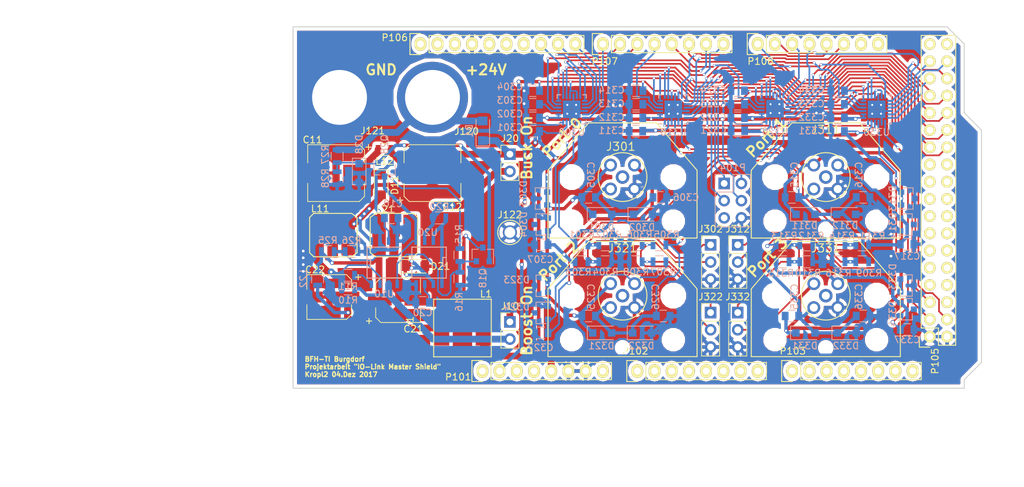
<source format=kicad_pcb>
(kicad_pcb (version 4) (host pcbnew 4.0.7)
  (title_block (title "Arduino IO-Link Master Shield") (date 2017-12-07) (rev 4) (company "BFH-Ti Burgdorf, Kropl2"))
  (layers (0 F.Cu signal) (31 B.Cu signal) (34 B.Paste user hide) (35 F.Paste user) (36 B.SilkS user) (37 F.SilkS user) (38 B.Mask user) (39 F.Mask user) (44 Edge.Cuts user))
  (net 0 "")
  (net 1 GND)
  (net 2 /5V)
  (net 3 "Net-(C10-Pad1)")
  (net 4 "Net-(C11-Pad1)")
  (net 5 /24V)
  (net 6 "Net-(C20-Pad1)")
  (net 7 "Net-(D11-Pad2)")
  (net 8 "Net-(D21-Pad1)")
  (net 9 "Net-(L11-Pad1)")
  (net 10 /IO-Ref)
  (net 11 /50)
  (net 12 /52)
  (net 13 /53)
  (net 14 "Net-(R11-Pad2)")
  (net 15 "Net-(R20-Pad1)")
  (net 16 /Energieversorgung/5Vint)
  (net 17 "Net-(C21-Pad1)")
  (net 18 /32)
  (net 19 /33)
  (net 20 /30)
  (net 21 /31)
  (net 22 /28)
  (net 23 /29)
  (net 24 /26)
  (net 25 /27)
  (net 26 /24)
  (net 27 /25)
  (net 28 /22)
  (net 29 /23)
  (net 30 "/10(**)")
  (net 31 "/9(**)")
  (net 32 "/8(**)")
  (net 33 "/7(**)")
  (net 34 "/6(**)")
  (net 35 "/5(**)")
  (net 36 "/4(**)")
  (net 37 "/3(**)")
  (net 38 "/2(**)")
  (net 39 "/1(Tx0)")
  (net 40 "/0(Rx0)")
  (net 41 "/14(Tx3)")
  (net 42 "/15(Rx3)")
  (net 43 "/16(Tx2)")
  (net 44 "/17(Rx2)")
  (net 45 "/18(Tx1)")
  (net 46 "/19(Rx1)")
  (net 47 "Net-(C303-Pad1)")
  (net 48 /Energieversorgung/24Vin)
  (net 49 "Net-(D28-Pad1)")
  (net 50 "Net-(Q28-Pad3)")
  (net 51 /IO-LinkMaster1/QC1)
  (net 52 /IO-LinkMaster1/DI1)
  (net 53 /IO-LinkMaster1/QC3)
  (net 54 /IO-LinkMaster1/DI3)
  (net 55 /IO-LinkMaster1/QC2)
  (net 56 /IO-LinkMaster1/DI2)
  (net 57 /IO-LinkMaster1/QC4)
  (net 58 /IO-LinkMaster1/DI4)
  (net 59 "Net-(J10-Pad2)")
  (net 60 "Net-(J20-Pad2)")
  (net 61 /IO-LinkMaster1/DI1_h)
  (net 62 /IO-LinkMaster1/CQ1_h)
  (net 63 /IO-LinkMaster1/DI3_h)
  (net 64 /IO-LinkMaster1/CQ3_h)
  (net 65 /IO-LinkMaster1/DI2_h)
  (net 66 /IO-LinkMaster1/QC2_h)
  (net 67 /IO-LinkMaster1/DI4_h)
  (net 68 /IO-LinkMaster1/CQ4_h)
  (net 69 "Net-(Q18-Pad2)")
  (net 70 "Net-(C313-Pad1)")
  (net 71 "Net-(C323-Pad1)")
  (net 72 "Net-(C333-Pad1)")
  (module EigeneFootprints:Murata_DG8040C (layer F.Cu) (at 128.378 112.776 180)
    (fp_text reference L1 (at -3.468 5.026 180) (layer F.SilkS))
    (fp_text value 100µH)
    (pad 1 smd rect (at -3.1 0 180) (size 2.3 5.2) (layers F.Cu F.Paste F.Mask) (net 2 /5V))
    (pad 2 smd rect (at 3.1 0 180) (size 2.3 5.2) (layers F.Cu F.Paste F.Mask) (net 16 /Energieversorgung/5Vint))
  )
  (module EigeneFootprints:Phoenix_SACC-DSIV-M12FS-5CON-L180 (layer F.Cu) (at 182 90.5)
    (fp_text reference J311 (at 0 -7) (layer F.SilkS) (effects (font (size 1.2 1.2))))
    (fp_text value M12-5)
    (pad 1 thru_hole oval (at -1.767766 -1.767766) (size 1.9 1.9) (drill 1.2) (layers *.Cu *.Mask) (net 5 /24V))
    (pad 2 thru_hole oval (at 1.767766 -1.767766) (size 1.9 1.9) (drill 1.2) (layers *.Cu *.Mask) (net 56 /IO-LinkMaster1/DI2))
    (pad 3 thru_hole oval (at 1.767766 1.767766) (size 1.9 1.9) (drill 1.2) (layers *.Cu *.Mask) (net 1 GND))
    (pad 4 thru_hole oval (at -1.767766 1.767766) (size 1.9 1.9) (drill 1.2) (layers *.Cu *.Mask) (net 55 /IO-LinkMaster1/QC2))
    (pad 5 thru_hole circle (at 0 0) (size 2 2) (drill 1.2) (layers *.Cu *.Mask))
    (pad "" np_thru_hole circle (at 7.5 0) (size 2.8 2.8) (drill 2.8) (layers *.Cu *.Mask))
    (pad "" np_thru_hole circle (at -7.5 0) (size 2.8 2.8) (drill 2.8) (layers *.Cu *.Mask))
    (pad "" np_thru_hole circle (at 7.5 6.5) (size 2.45 2.45) (drill 2.45) (layers *.Cu *.Mask))
    (pad "" np_thru_hole circle (at -7.5 6.5) (size 2.45 2.45) (drill 2.45) (layers *.Cu *.Mask))
    (pad "" np_thru_hole circle (at 0 7.7) (size 1.3 1.3) (drill 1.3) (layers *.Cu *.Mask))
  )
  (module Resistors_SMD:R_0805 (layer B.Cu) (at 179.12225 100.5)
    (fp_text reference R314 (at 5.25575 -1.334) (layer B.SilkS) (effects (justify mirror)))
    (fp_text value 16k2)
    (pad 1 smd rect (at -0.95 0) (size 0.7 1.3) (layers B.Cu B.Paste B.Mask) (net 68 /IO-LinkMaster1/CQ4_h))
    (pad 2 smd rect (at 0.95 0) (size 0.7 1.3) (layers B.Cu B.Paste B.Mask) (net 1 GND))
  )
  (module Resistors_SMD:R_0805 (layer B.Cu) (at 175.62225 103)
    (fp_text reference R315 (at -0.24425 1.666) (layer B.SilkS) (effects (justify mirror)))
    (fp_text value 100k)
    (pad 1 smd rect (at -0.95 0) (size 0.7 1.3) (layers B.Cu B.Paste B.Mask) (net 58 /IO-LinkMaster1/DI4))
    (pad 2 smd rect (at 0.95 0) (size 0.7 1.3) (layers B.Cu B.Paste B.Mask) (net 67 /IO-LinkMaster1/DI4_h))
  )
  (module Resistors_SMD:R_0805 (layer B.Cu) (at 175.62225 100.5)
    (fp_text reference R313 (at 0.25575 -1.334) (layer B.SilkS) (effects (justify mirror)))
    (fp_text value 100k)
    (pad 1 smd rect (at -0.95 0) (size 0.7 1.3) (layers B.Cu B.Paste B.Mask) (net 57 /IO-LinkMaster1/QC4))
    (pad 2 smd rect (at 0.95 0) (size 0.7 1.3) (layers B.Cu B.Paste B.Mask) (net 68 /IO-LinkMaster1/CQ4_h))
  )
  (module Resistors_SMD:R_0805 (layer B.Cu) (at 179.12225 103)
    (fp_text reference R316 (at 4.75575 1.666) (layer B.SilkS) (effects (justify mirror)))
    (fp_text value 16k2)
    (pad 1 smd rect (at -0.95 0) (size 0.7 1.3) (layers B.Cu B.Paste B.Mask) (net 67 /IO-LinkMaster1/DI4_h))
    (pad 2 smd rect (at 0.95 0) (size 0.7 1.3) (layers B.Cu B.Paste B.Mask) (net 1 GND))
  )
  (module Resistors_SMD:R_0805 (layer B.Cu) (at 183.87775 103 180)
    (fp_text reference R310 (at 4.49975 -1.666 180) (layer B.SilkS) (effects (justify mirror)))
    (fp_text value 16k2)
    (pad 1 smd rect (at -0.95 0 180) (size 0.7 1.3) (layers B.Cu B.Paste B.Mask) (net 66 /IO-LinkMaster1/QC2_h))
    (pad 2 smd rect (at 0.95 0 180) (size 0.7 1.3) (layers B.Cu B.Paste B.Mask) (net 1 GND))
  )
  (module Resistors_SMD:R_0805 (layer B.Cu) (at 187.37775 100.5 180)
    (fp_text reference R311 (at -1.50025 1.334 180) (layer B.SilkS) (effects (justify mirror)))
    (fp_text value 100k)
    (pad 1 smd rect (at -0.95 0 180) (size 0.7 1.3) (layers B.Cu B.Paste B.Mask) (net 56 /IO-LinkMaster1/DI2))
    (pad 2 smd rect (at 0.95 0 180) (size 0.7 1.3) (layers B.Cu B.Paste B.Mask) (net 65 /IO-LinkMaster1/DI2_h))
  )
  (module Resistors_SMD:R_0805 (layer B.Cu) (at 187.37775 103 180)
    (fp_text reference R309 (at -1.00025 -1.666 180) (layer B.SilkS) (effects (justify mirror)))
    (fp_text value 100k)
    (pad 1 smd rect (at -0.95 0 180) (size 0.7 1.3) (layers B.Cu B.Paste B.Mask) (net 55 /IO-LinkMaster1/QC2))
    (pad 2 smd rect (at 0.95 0 180) (size 0.7 1.3) (layers B.Cu B.Paste B.Mask) (net 66 /IO-LinkMaster1/QC2_h))
  )
  (module Resistors_SMD:R_0805 (layer B.Cu) (at 183.87775 100.5 180)
    (fp_text reference R312 (at 3.99975 1.334 180) (layer B.SilkS) (effects (justify mirror)))
    (fp_text value 16k2)
    (pad 1 smd rect (at -0.95 0 180) (size 0.7 1.3) (layers B.Cu B.Paste B.Mask) (net 65 /IO-LinkMaster1/DI2_h))
    (pad 2 smd rect (at 0.95 0 180) (size 0.7 1.3) (layers B.Cu B.Paste B.Mask) (net 1 GND))
  )
  (module EigeneFootprints:Phoenix_SACC-DSIV-M12FS-5CON-L180 (layer F.Cu) (at 152 90.5)
    (fp_text reference J301 (at -0.25 -4.5) (layer F.SilkS) (effects (font (size 1.2 1.2))))
    (fp_text value M12-5)
    (pad 1 thru_hole oval (at -1.767766 -1.767766) (size 1.9 1.9) (drill 1.2) (layers *.Cu *.Mask) (net 5 /24V))
    (pad 2 thru_hole oval (at 1.767766 -1.767766) (size 1.9 1.9) (drill 1.2) (layers *.Cu *.Mask) (net 52 /IO-LinkMaster1/DI1))
    (pad 3 thru_hole oval (at 1.767766 1.767766) (size 1.9 1.9) (drill 1.2) (layers *.Cu *.Mask) (net 1 GND))
    (pad 4 thru_hole oval (at -1.767766 1.767766) (size 1.9 1.9) (drill 1.2) (layers *.Cu *.Mask) (net 51 /IO-LinkMaster1/QC1))
    (pad 5 thru_hole circle (at 0 0) (size 2 2) (drill 1.2) (layers *.Cu *.Mask))
    (pad "" np_thru_hole circle (at 7.5 0) (size 2.8 2.8) (drill 2.8) (layers *.Cu *.Mask))
    (pad "" np_thru_hole circle (at -7.5 0) (size 2.8 2.8) (drill 2.8) (layers *.Cu *.Mask))
    (pad "" np_thru_hole circle (at 7.5 6.5) (size 2.45 2.45) (drill 2.45) (layers *.Cu *.Mask))
    (pad "" np_thru_hole circle (at -7.5 6.5) (size 2.45 2.45) (drill 2.45) (layers *.Cu *.Mask))
    (pad "" np_thru_hole circle (at 0 7.7) (size 1.3 1.3) (drill 1.3) (layers *.Cu *.Mask))
  )
  (module Socket_Arduino_Mega:Socket_Strip_Arduino_1x08 (layer F.Cu) (at 154.178 119.126)
    (fp_text reference P102 (at -0.3 -2.96) (layer F.SilkS))
    (fp_text value Analog)
    (pad 1 thru_hole oval (at 0 0) (size 1.7272 2.032) (drill 1.016) (layers *.Cu *.Mask F.SilkS))
    (pad 2 thru_hole oval (at 2.54 0) (size 1.7272 2.032) (drill 1.016) (layers *.Cu *.Mask F.SilkS))
    (pad 3 thru_hole oval (at 5.08 0) (size 1.7272 2.032) (drill 1.016) (layers *.Cu *.Mask F.SilkS))
    (pad 4 thru_hole oval (at 7.62 0) (size 1.7272 2.032) (drill 1.016) (layers *.Cu *.Mask F.SilkS))
    (pad 5 thru_hole oval (at 10.16 0) (size 1.7272 2.032) (drill 1.016) (layers *.Cu *.Mask F.SilkS))
    (pad 6 thru_hole oval (at 12.7 0) (size 1.7272 2.032) (drill 1.016) (layers *.Cu *.Mask F.SilkS))
    (pad 7 thru_hole oval (at 15.24 0) (size 1.7272 2.032) (drill 1.016) (layers *.Cu *.Mask F.SilkS))
    (pad 8 thru_hole oval (at 17.78 0) (size 1.7272 2.032) (drill 1.016) (layers *.Cu *.Mask F.SilkS))
  )
  (module Socket_Arduino_Mega:Socket_Strip_Arduino_1x08 (layer F.Cu) (at 177.038 119.126)
    (fp_text reference P103 (at 0.09 -2.96) (layer F.SilkS))
    (fp_text value Analog)
    (pad 1 thru_hole oval (at 0 0) (size 1.7272 2.032) (drill 1.016) (layers *.Cu *.Mask F.SilkS))
    (pad 2 thru_hole oval (at 2.54 0) (size 1.7272 2.032) (drill 1.016) (layers *.Cu *.Mask F.SilkS))
    (pad 3 thru_hole oval (at 5.08 0) (size 1.7272 2.032) (drill 1.016) (layers *.Cu *.Mask F.SilkS))
    (pad 4 thru_hole oval (at 7.62 0) (size 1.7272 2.032) (drill 1.016) (layers *.Cu *.Mask F.SilkS))
    (pad 5 thru_hole oval (at 10.16 0) (size 1.7272 2.032) (drill 1.016) (layers *.Cu *.Mask F.SilkS))
    (pad 6 thru_hole oval (at 12.7 0) (size 1.7272 2.032) (drill 1.016) (layers *.Cu *.Mask F.SilkS))
    (pad 7 thru_hole oval (at 15.24 0) (size 1.7272 2.032) (drill 1.016) (layers *.Cu *.Mask F.SilkS))
    (pad 8 thru_hole oval (at 17.78 0) (size 1.7272 2.032) (drill 1.016) (layers *.Cu *.Mask F.SilkS))
  )
  (module Socket_Arduino_Mega:Socket_Strip_Arduino_1x08 (layer F.Cu) (at 149.098 70.866)
    (fp_text reference P107 (at 0.28 2.55) (layer F.SilkS))
    (fp_text value PWM)
    (pad 1 thru_hole oval (at 0 0) (size 1.7272 2.032) (drill 1.016) (layers *.Cu *.Mask F.SilkS) (net 33 "/7(**)"))
    (pad 2 thru_hole oval (at 2.54 0) (size 1.7272 2.032) (drill 1.016) (layers *.Cu *.Mask F.SilkS) (net 34 "/6(**)"))
    (pad 3 thru_hole oval (at 5.08 0) (size 1.7272 2.032) (drill 1.016) (layers *.Cu *.Mask F.SilkS) (net 35 "/5(**)"))
    (pad 4 thru_hole oval (at 7.62 0) (size 1.7272 2.032) (drill 1.016) (layers *.Cu *.Mask F.SilkS) (net 36 "/4(**)"))
    (pad 5 thru_hole oval (at 10.16 0) (size 1.7272 2.032) (drill 1.016) (layers *.Cu *.Mask F.SilkS) (net 37 "/3(**)"))
    (pad 6 thru_hole oval (at 12.7 0) (size 1.7272 2.032) (drill 1.016) (layers *.Cu *.Mask F.SilkS) (net 38 "/2(**)"))
    (pad 7 thru_hole oval (at 15.24 0) (size 1.7272 2.032) (drill 1.016) (layers *.Cu *.Mask F.SilkS) (net 39 "/1(Tx0)"))
    (pad 8 thru_hole oval (at 17.78 0) (size 1.7272 2.032) (drill 1.016) (layers *.Cu *.Mask F.SilkS) (net 40 "/0(Rx0)"))
  )
  (module Socket_Arduino_Mega:Socket_Strip_Arduino_1x08 (layer F.Cu) (at 171.958 70.866)
    (fp_text reference P108 (at 0.42 2.55) (layer F.SilkS))
    (fp_text value Communication)
    (pad 1 thru_hole oval (at 0 0) (size 1.7272 2.032) (drill 1.016) (layers *.Cu *.Mask F.SilkS) (net 41 "/14(Tx3)"))
    (pad 2 thru_hole oval (at 2.54 0) (size 1.7272 2.032) (drill 1.016) (layers *.Cu *.Mask F.SilkS) (net 42 "/15(Rx3)"))
    (pad 3 thru_hole oval (at 5.08 0) (size 1.7272 2.032) (drill 1.016) (layers *.Cu *.Mask F.SilkS) (net 43 "/16(Tx2)"))
    (pad 4 thru_hole oval (at 7.62 0) (size 1.7272 2.032) (drill 1.016) (layers *.Cu *.Mask F.SilkS) (net 44 "/17(Rx2)"))
    (pad 5 thru_hole oval (at 10.16 0) (size 1.7272 2.032) (drill 1.016) (layers *.Cu *.Mask F.SilkS) (net 45 "/18(Tx1)"))
    (pad 6 thru_hole oval (at 12.7 0) (size 1.7272 2.032) (drill 1.016) (layers *.Cu *.Mask F.SilkS) (net 46 "/19(Rx1)"))
    (pad 7 thru_hole oval (at 15.24 0) (size 1.7272 2.032) (drill 1.016) (layers *.Cu *.Mask F.SilkS))
    (pad 8 thru_hole oval (at 17.78 0) (size 1.7272 2.032) (drill 1.016) (layers *.Cu *.Mask F.SilkS))
  )
  (module Socket_Arduino_Mega:Socket_Strip_Arduino_2x18 (layer F.Cu) (at 197.358 114.046 90)
    (fp_text reference P105 (at -3.62 0.77 90) (layer F.SilkS))
    (fp_text value Digital)
    (pad 1 thru_hole circle (at 0 0 90) (size 1.7272 1.7272) (drill 1.016) (layers *.Cu *.Mask F.SilkS) (net 1 GND))
    (pad 2 thru_hole oval (at 0 2.54 90) (size 1.7272 1.7272) (drill 1.016) (layers *.Cu *.Mask F.SilkS) (net 1 GND))
    (pad 3 thru_hole oval (at 2.54 0 90) (size 1.7272 1.7272) (drill 1.016) (layers *.Cu *.Mask F.SilkS) (net 12 /52))
    (pad 4 thru_hole oval (at 2.54 2.54 90) (size 1.7272 1.7272) (drill 1.016) (layers *.Cu *.Mask F.SilkS) (net 13 /53))
    (pad 5 thru_hole oval (at 5.08 0 90) (size 1.7272 1.7272) (drill 1.016) (layers *.Cu *.Mask F.SilkS) (net 11 /50))
    (pad 6 thru_hole oval (at 5.08 2.54 90) (size 1.7272 1.7272) (drill 1.016) (layers *.Cu *.Mask F.SilkS))
    (pad 7 thru_hole oval (at 7.62 0 90) (size 1.7272 1.7272) (drill 1.016) (layers *.Cu *.Mask F.SilkS))
    (pad 8 thru_hole oval (at 7.62 2.54 90) (size 1.7272 1.7272) (drill 1.016) (layers *.Cu *.Mask F.SilkS))
    (pad 9 thru_hole oval (at 10.16 0 90) (size 1.7272 1.7272) (drill 1.016) (layers *.Cu *.Mask F.SilkS))
    (pad 10 thru_hole oval (at 10.16 2.54 90) (size 1.7272 1.7272) (drill 1.016) (layers *.Cu *.Mask F.SilkS))
    (pad 11 thru_hole oval (at 12.7 0 90) (size 1.7272 1.7272) (drill 1.016) (layers *.Cu *.Mask F.SilkS))
    (pad 12 thru_hole oval (at 12.7 2.54 90) (size 1.7272 1.7272) (drill 1.016) (layers *.Cu *.Mask F.SilkS))
    (pad 13 thru_hole oval (at 15.24 0 90) (size 1.7272 1.7272) (drill 1.016) (layers *.Cu *.Mask F.SilkS))
    (pad 14 thru_hole oval (at 15.24 2.54 90) (size 1.7272 1.7272) (drill 1.016) (layers *.Cu *.Mask F.SilkS))
    (pad 15 thru_hole oval (at 17.78 0 90) (size 1.7272 1.7272) (drill 1.016) (layers *.Cu *.Mask F.SilkS))
    (pad 16 thru_hole oval (at 17.78 2.54 90) (size 1.7272 1.7272) (drill 1.016) (layers *.Cu *.Mask F.SilkS))
    (pad 17 thru_hole oval (at 20.32 0 90) (size 1.7272 1.7272) (drill 1.016) (layers *.Cu *.Mask F.SilkS))
    (pad 18 thru_hole oval (at 20.32 2.54 90) (size 1.7272 1.7272) (drill 1.016) (layers *.Cu *.Mask F.SilkS))
    (pad 19 thru_hole oval (at 22.86 0 90) (size 1.7272 1.7272) (drill 1.016) (layers *.Cu *.Mask F.SilkS))
    (pad 20 thru_hole oval (at 22.86 2.54 90) (size 1.7272 1.7272) (drill 1.016) (layers *.Cu *.Mask F.SilkS))
    (pad 21 thru_hole oval (at 25.4 0 90) (size 1.7272 1.7272) (drill 1.016) (layers *.Cu *.Mask F.SilkS))
    (pad 22 thru_hole oval (at 25.4 2.54 90) (size 1.7272 1.7272) (drill 1.016) (layers *.Cu *.Mask F.SilkS))
    (pad 23 thru_hole oval (at 27.94 0 90) (size 1.7272 1.7272) (drill 1.016) (layers *.Cu *.Mask F.SilkS) (net 18 /32))
    (pad 24 thru_hole oval (at 27.94 2.54 90) (size 1.7272 1.7272) (drill 1.016) (layers *.Cu *.Mask F.SilkS) (net 19 /33))
    (pad 25 thru_hole oval (at 30.48 0 90) (size 1.7272 1.7272) (drill 1.016) (layers *.Cu *.Mask F.SilkS) (net 20 /30))
    (pad 26 thru_hole oval (at 30.48 2.54 90) (size 1.7272 1.7272) (drill 1.016) (layers *.Cu *.Mask F.SilkS) (net 21 /31))
    (pad 27 thru_hole oval (at 33.02 0 90) (size 1.7272 1.7272) (drill 1.016) (layers *.Cu *.Mask F.SilkS) (net 22 /28))
    (pad 28 thru_hole oval (at 33.02 2.54 90) (size 1.7272 1.7272) (drill 1.016) (layers *.Cu *.Mask F.SilkS) (net 23 /29))
    (pad 29 thru_hole oval (at 35.56 0 90) (size 1.7272 1.7272) (drill 1.016) (layers *.Cu *.Mask F.SilkS) (net 24 /26))
    (pad 30 thru_hole oval (at 35.56 2.54 90) (size 1.7272 1.7272) (drill 1.016) (layers *.Cu *.Mask F.SilkS) (net 25 /27))
    (pad 31 thru_hole oval (at 38.1 0 90) (size 1.7272 1.7272) (drill 1.016) (layers *.Cu *.Mask F.SilkS) (net 26 /24))
    (pad 32 thru_hole oval (at 38.1 2.54 90) (size 1.7272 1.7272) (drill 1.016) (layers *.Cu *.Mask F.SilkS) (net 27 /25))
    (pad 33 thru_hole oval (at 40.64 0 90) (size 1.7272 1.7272) (drill 1.016) (layers *.Cu *.Mask F.SilkS) (net 28 /22))
    (pad 34 thru_hole oval (at 40.64 2.54 90) (size 1.7272 1.7272) (drill 1.016) (layers *.Cu *.Mask F.SilkS) (net 29 /23))
    (pad 35 thru_hole oval (at 43.18 0 90) (size 1.7272 1.7272) (drill 1.016) (layers *.Cu *.Mask F.SilkS))
    (pad 36 thru_hole oval (at 43.18 2.54 90) (size 1.7272 1.7272) (drill 1.016) (layers *.Cu *.Mask F.SilkS))
  )
  (module Socket_Strips:Socket_Strip_Straight_1x03_Pitch2.54mm (layer F.Cu) (at 165 100.5)
    (fp_text reference J302 (at 0 -2.33) (layer F.SilkS))
    (fp_text value Conn_01x03)
    (pad 1 thru_hole rect (at 0 0) (size 1.7 1.7) (drill 1) (layers *.Cu *.Mask) (net 61 /IO-LinkMaster1/DI1_h))
    (pad 2 thru_hole oval (at 0 2.54) (size 1.7 1.7) (drill 1) (layers *.Cu *.Mask) (net 62 /IO-LinkMaster1/CQ1_h))
    (pad 3 thru_hole oval (at 0 5.08) (size 1.7 1.7) (drill 1) (layers *.Cu *.Mask) (net 1 GND))
  )
  (module Resistors_SMD:R_0805 (layer B.Cu) (at 149.45 103)
    (fp_text reference R304 (at 0.05 1.5) (layer B.SilkS) (effects (justify mirror)))
    (fp_text value 16k2)
    (pad 1 smd rect (at -0.95 0) (size 0.7 1.3) (layers B.Cu B.Paste B.Mask) (net 61 /IO-LinkMaster1/DI1_h))
    (pad 2 smd rect (at 0.95 0) (size 0.7 1.3) (layers B.Cu B.Paste B.Mask) (net 1 GND))
  )
  (module Resistors_SMD:R_0805 (layer B.Cu) (at 145.946 100.5)
    (fp_text reference R301 (at 0.054 -1.5) (layer B.SilkS) (effects (justify mirror)))
    (fp_text value 100k)
    (pad 1 smd rect (at -0.95 0) (size 0.7 1.3) (layers B.Cu B.Paste B.Mask) (net 51 /IO-LinkMaster1/QC1))
    (pad 2 smd rect (at 0.95 0) (size 0.7 1.3) (layers B.Cu B.Paste B.Mask) (net 62 /IO-LinkMaster1/CQ1_h))
  )
  (module Resistors_SMD:R_0805 (layer B.Cu) (at 149.45 100.5)
    (fp_text reference R302 (at 0.55 -1.5) (layer B.SilkS) (effects (justify mirror)))
    (fp_text value 16k2)
    (pad 1 smd rect (at -0.95 0) (size 0.7 1.3) (layers B.Cu B.Paste B.Mask) (net 62 /IO-LinkMaster1/CQ1_h))
    (pad 2 smd rect (at 0.95 0) (size 0.7 1.3) (layers B.Cu B.Paste B.Mask) (net 1 GND))
  )
  (module Resistors_SMD:R_0805 (layer B.Cu) (at 145.946 102.998)
    (fp_text reference R303 (at -0.446 1.502) (layer B.SilkS) (effects (justify mirror)))
    (fp_text value 100k)
    (pad 1 smd rect (at -0.95 0) (size 0.7 1.3) (layers B.Cu B.Paste B.Mask) (net 52 /IO-LinkMaster1/DI1))
    (pad 2 smd rect (at 0.95 0) (size 0.7 1.3) (layers B.Cu B.Paste B.Mask) (net 61 /IO-LinkMaster1/DI1_h))
  )
  (module Socket_Strips:Socket_Strip_Straight_2x03_Pitch2.54mm (layer B.Cu) (at 167.005 91.44 180)
    (fp_text reference P104 (at -1.27 2.33 180) (layer B.SilkS) (effects (justify mirror)))
    (fp_text value SPI)
    (pad 1 thru_hole rect (at 0 0 180) (size 1.7 1.7) (drill 1) (layers *.Cu *.Mask) (net 11 /50))
    (pad 2 thru_hole oval (at -2.54 0 180) (size 1.7 1.7) (drill 1) (layers *.Cu *.Mask) (net 2 /5V))
    (pad 3 thru_hole oval (at 0 -2.54 180) (size 1.7 1.7) (drill 1) (layers *.Cu *.Mask) (net 12 /52))
    (pad 4 thru_hole oval (at -2.54 -2.54 180) (size 1.7 1.7) (drill 1) (layers *.Cu *.Mask) (net 13 /53))
    (pad 5 thru_hole oval (at 0 -5.08 180) (size 1.7 1.7) (drill 1) (layers *.Cu *.Mask))
    (pad 6 thru_hole oval (at -2.54 -5.08 180) (size 1.7 1.7) (drill 1) (layers *.Cu *.Mask) (net 1 GND))
  )
  (module Capacitors_SMD:C_0805 (layer B.Cu) (at 138.75 83.75 180)
    (fp_text reference C301 (at 3.372 0.584 180) (layer B.SilkS) (effects (justify mirror)))
    (fp_text value 1µF)
    (pad 1 smd rect (at -1 0 180) (size 1 1.25) (layers B.Cu B.Paste B.Mask) (net 5 /24V))
    (pad 2 smd rect (at 1 0 180) (size 1 1.25) (layers B.Cu B.Paste B.Mask) (net 1 GND))
  )
  (module Capacitors_SMD:CP_Elec_6.3x5.7 (layer F.Cu) (at 108.712 108.204 180)
    (fp_text reference C22 (at 2.084 4.038 180) (layer F.SilkS))
    (fp_text value 120µF)
    (fp_text user + (at -4.28 3.01 180) (layer F.SilkS))
    (pad 1 smd rect (at -2.7 0) (size 3.5 1.6) (layers F.Cu F.Paste F.Mask) (net 16 /Energieversorgung/5Vint))
    (pad 2 smd rect (at 2.7 0) (size 3.5 1.6) (layers F.Cu F.Paste F.Mask) (net 1 GND))
  )
  (module SMD_Packages:SOIC-8-N (layer B.Cu) (at 116.84 103.124)
    (fp_text reference U10 (at 0 4.626) (layer B.SilkS) (effects (justify mirror)))
    (fp_text value MC34063)
    (pad 8 smd rect (at -1.905 3.175) (size 0.508 1.143) (layers B.Cu B.Paste B.Mask) (net 14 "Net-(R11-Pad2)"))
    (pad 7 smd rect (at -0.635 3.175) (size 0.508 1.143) (layers B.Cu B.Paste B.Mask) (net 9 "Net-(L11-Pad1)"))
    (pad 6 smd rect (at 0.635 3.175) (size 0.508 1.143) (layers B.Cu B.Paste B.Mask) (net 59 "Net-(J10-Pad2)"))
    (pad 5 smd rect (at 1.905 3.175) (size 0.508 1.143) (layers B.Cu B.Paste B.Mask) (net 69 "Net-(Q18-Pad2)"))
    (pad 4 smd rect (at 1.905 -3.175) (size 0.508 1.143) (layers B.Cu B.Paste B.Mask) (net 1 GND))
    (pad 3 smd rect (at 0.635 -3.175) (size 0.508 1.143) (layers B.Cu B.Paste B.Mask) (net 3 "Net-(C10-Pad1)"))
    (pad 2 smd rect (at -0.635 -3.175) (size 0.508 1.143) (layers B.Cu B.Paste B.Mask) (net 1 GND))
    (pad 1 smd rect (at -1.905 -3.175) (size 0.508 1.143) (layers B.Cu B.Paste B.Mask) (net 7 "Net-(D11-Pad2)"))
  )
  (module SMD_Packages:SOIC-8-N (layer B.Cu) (at 123.444 103.124 180)
    (fp_text reference U20 (at 0.194 4.458 180) (layer B.SilkS) (effects (justify mirror)))
    (fp_text value MC34063)
    (pad 8 smd rect (at -1.905 3.175 180) (size 0.508 1.143) (layers B.Cu B.Paste B.Mask) (net 15 "Net-(R20-Pad1)"))
    (pad 7 smd rect (at -0.635 3.175 180) (size 0.508 1.143) (layers B.Cu B.Paste B.Mask) (net 15 "Net-(R20-Pad1)"))
    (pad 6 smd rect (at 0.635 3.175 180) (size 0.508 1.143) (layers B.Cu B.Paste B.Mask) (net 60 "Net-(J20-Pad2)"))
    (pad 5 smd rect (at 1.905 3.175 180) (size 0.508 1.143) (layers B.Cu B.Paste B.Mask) (net 50 "Net-(Q28-Pad3)"))
    (pad 4 smd rect (at 1.905 -3.175 180) (size 0.508 1.143) (layers B.Cu B.Paste B.Mask) (net 1 GND))
    (pad 3 smd rect (at 0.635 -3.175 180) (size 0.508 1.143) (layers B.Cu B.Paste B.Mask) (net 6 "Net-(C20-Pad1)"))
    (pad 2 smd rect (at -0.635 -3.175 180) (size 0.508 1.143) (layers B.Cu B.Paste B.Mask) (net 8 "Net-(D21-Pad1)"))
    (pad 1 smd rect (at -1.905 -3.175 180) (size 0.508 1.143) (layers B.Cu B.Paste B.Mask) (net 15 "Net-(R20-Pad1)"))
  )
  (module EigeneFootprints:SRN6045 (layer F.Cu) (at 118.364 99.06 180)
    (fp_text reference L21 (at 1.364 3.81 180) (layer F.SilkS))
    (fp_text value 47µH)
    (pad 2 smd rect (at 2.3 0 180) (size 2 6) (layers F.Cu F.Paste F.Mask) (net 17 "Net-(C21-Pad1)"))
    (pad 1 smd rect (at -2.3 0 180) (size 2 6) (layers F.Cu F.Paste F.Mask) (net 8 "Net-(D21-Pad1)"))
  )
  (module EigeneFootprints:SRN6045 (layer F.Cu) (at 109.22 99.06)
    (fp_text reference L11 (at -1.842 -3.894) (layer F.SilkS))
    (fp_text value 47µH)
    (pad 2 smd rect (at 2.3 0) (size 2 6) (layers F.Cu F.Paste F.Mask) (net 7 "Net-(D11-Pad2)"))
    (pad 1 smd rect (at -2.3 0) (size 2 6) (layers F.Cu F.Paste F.Mask) (net 9 "Net-(L11-Pad1)"))
  )
  (module Capacitors_SMD:CP_Elec_6.3x5.7 (layer F.Cu) (at 118.872 108.666)
    (fp_text reference C21 (at 2.256 4.25) (layer F.SilkS))
    (fp_text value 120µF)
    (fp_text user + (at -4.28 3.01) (layer F.SilkS))
    (pad 1 smd rect (at -2.7 0 180) (size 3.5 1.6) (layers F.Cu F.Paste F.Mask) (net 17 "Net-(C21-Pad1)"))
    (pad 2 smd rect (at 2.7 0 180) (size 3.5 1.6) (layers F.Cu F.Paste F.Mask) (net 1 GND))
  )
  (module Capacitors_SMD:CP_Elec_8x10.5 (layer F.Cu) (at 109.728 89.916 180)
    (fp_text reference C11 (at 3.478 4.916 180) (layer F.SilkS))
    (fp_text value 150µF)
    (fp_text user + (at -4.78 3.91 180) (layer F.SilkS))
    (pad 1 smd rect (at -3.05 0) (size 4 2.5) (layers F.Cu F.Paste F.Mask) (net 4 "Net-(C11-Pad1)"))
    (pad 2 smd rect (at 3.05 0) (size 4 2.5) (layers F.Cu F.Paste F.Mask) (net 1 GND))
  )
  (module Capacitors_SMD:C_0805 (layer B.Cu) (at 117.856 96.52)
    (fp_text reference C10 (at 0.272 -2.104) (layer B.SilkS) (effects (justify mirror)))
    (fp_text value 430pF)
    (pad 1 smd rect (at -1 0) (size 1 1.25) (layers B.Cu B.Paste B.Mask) (net 3 "Net-(C10-Pad1)"))
    (pad 2 smd rect (at 1 0) (size 1 1.25) (layers B.Cu B.Paste B.Mask) (net 1 GND))
  )
  (module Capacitors_SMD:C_0805 (layer B.Cu) (at 122.5 109 180)
    (fp_text reference C20 (at 0 -1.5 180) (layer B.SilkS) (effects (justify mirror)))
    (fp_text value 120pF)
    (pad 1 smd rect (at -1 0 180) (size 1 1.25) (layers B.Cu B.Paste B.Mask) (net 6 "Net-(C20-Pad1)"))
    (pad 2 smd rect (at 1 0 180) (size 1 1.25) (layers B.Cu B.Paste B.Mask) (net 1 GND))
  )
  (module Resistors_SMD:R_0805 (layer B.Cu) (at 111.5 107)
    (fp_text reference R10 (at 0 1.65) (layer B.SilkS) (effects (justify mirror)))
    (fp_text value 0R330)
    (pad 1 smd rect (at -0.95 0) (size 0.7 1.3) (layers B.Cu B.Paste B.Mask) (net 9 "Net-(L11-Pad1)"))
    (pad 2 smd rect (at 0.95 0) (size 0.7 1.3) (layers B.Cu B.Paste B.Mask) (net 59 "Net-(J10-Pad2)"))
  )
  (module Resistors_SMD:R_0805 (layer B.Cu) (at 111.5 105)
    (fp_text reference R11 (at 0 1.65) (layer B.SilkS) (effects (justify mirror)))
    (fp_text value 180)
    (pad 1 smd rect (at -0.95 0) (size 0.7 1.3) (layers B.Cu B.Paste B.Mask) (net 9 "Net-(L11-Pad1)"))
    (pad 2 smd rect (at 0.95 0) (size 0.7 1.3) (layers B.Cu B.Paste B.Mask) (net 14 "Net-(R11-Pad2)"))
  )
  (module Resistors_SMD:R_0805 (layer B.Cu) (at 128 102 270)
    (fp_text reference R15 (at -3.084 0.122 270) (layer B.SilkS) (effects (justify mirror)))
    (fp_text value 200k)
    (pad 1 smd rect (at -0.95 0 270) (size 0.7 1.3) (layers B.Cu B.Paste B.Mask) (net 4 "Net-(C11-Pad1)"))
    (pad 2 smd rect (at 0.95 0 270) (size 0.7 1.3) (layers B.Cu B.Paste B.Mask) (net 69 "Net-(Q18-Pad2)"))
  )
  (module Resistors_SMD:R_0805 (layer B.Cu) (at 128 105.5 270)
    (fp_text reference R16 (at 3.416 0.122 270) (layer B.SilkS) (effects (justify mirror)))
    (fp_text value 11k5)
    (pad 1 smd rect (at -0.95 0 270) (size 0.7 1.3) (layers B.Cu B.Paste B.Mask) (net 69 "Net-(Q18-Pad2)"))
    (pad 2 smd rect (at 0.95 0 270) (size 0.7 1.3) (layers B.Cu B.Paste B.Mask) (net 1 GND))
  )
  (module Resistors_SMD:R_0805 (layer B.Cu) (at 124.968 96.52 180)
    (fp_text reference R20 (at 0 1.65 180) (layer B.SilkS) (effects (justify mirror)))
    (fp_text value 0R25)
    (pad 1 smd rect (at -0.95 0 180) (size 0.7 1.3) (layers B.Cu B.Paste B.Mask) (net 15 "Net-(R20-Pad1)"))
    (pad 2 smd rect (at 0.95 0 180) (size 0.7 1.3) (layers B.Cu B.Paste B.Mask) (net 60 "Net-(J20-Pad2)"))
  )
  (module Resistors_SMD:R_0805 (layer B.Cu) (at 108.5 101.5 180)
    (fp_text reference R25 (at 0 1.65 180) (layer B.SilkS) (effects (justify mirror)))
    (fp_text value 200k)
    (pad 1 smd rect (at -0.95 0 180) (size 0.7 1.3) (layers B.Cu B.Paste B.Mask) (net 50 "Net-(Q28-Pad3)"))
    (pad 2 smd rect (at 0.95 0 180) (size 0.7 1.3) (layers B.Cu B.Paste B.Mask) (net 17 "Net-(C21-Pad1)"))
  )
  (module Resistors_SMD:R_0805 (layer B.Cu) (at 112 101.5 180)
    (fp_text reference R26 (at 0 1.65 180) (layer B.SilkS) (effects (justify mirror)))
    (fp_text value 67k)
    (pad 1 smd rect (at -0.95 0 180) (size 0.7 1.3) (layers B.Cu B.Paste B.Mask) (net 1 GND))
    (pad 2 smd rect (at 0.95 0 180) (size 0.7 1.3) (layers B.Cu B.Paste B.Mask) (net 50 "Net-(Q28-Pad3)"))
  )
  (module Socket_Arduino_Mega:Socket_Strip_Arduino_1x10 (layer F.Cu) (at 122.174 70.866)
    (fp_text reference P106 (at -3.796 -0.95) (layer F.SilkS))
    (fp_text value PWM)
    (pad 1 thru_hole oval (at 0 0) (size 1.7272 2.032) (drill 1.016) (layers *.Cu *.Mask F.SilkS))
    (pad 2 thru_hole oval (at 2.54 0) (size 1.7272 2.032) (drill 1.016) (layers *.Cu *.Mask F.SilkS))
    (pad 3 thru_hole oval (at 5.08 0) (size 1.7272 2.032) (drill 1.016) (layers *.Cu *.Mask F.SilkS))
    (pad 4 thru_hole oval (at 7.62 0) (size 1.7272 2.032) (drill 1.016) (layers *.Cu *.Mask F.SilkS) (net 1 GND))
    (pad 5 thru_hole oval (at 10.16 0) (size 1.7272 2.032) (drill 1.016) (layers *.Cu *.Mask F.SilkS))
    (pad 6 thru_hole oval (at 12.7 0) (size 1.7272 2.032) (drill 1.016) (layers *.Cu *.Mask F.SilkS))
    (pad 7 thru_hole oval (at 15.24 0) (size 1.7272 2.032) (drill 1.016) (layers *.Cu *.Mask F.SilkS))
    (pad 8 thru_hole oval (at 17.78 0) (size 1.7272 2.032) (drill 1.016) (layers *.Cu *.Mask F.SilkS) (net 30 "/10(**)"))
    (pad 9 thru_hole oval (at 20.32 0) (size 1.7272 2.032) (drill 1.016) (layers *.Cu *.Mask F.SilkS) (net 31 "/9(**)"))
    (pad 10 thru_hole oval (at 22.86 0) (size 1.7272 2.032) (drill 1.016) (layers *.Cu *.Mask F.SilkS) (net 32 "/8(**)"))
  )
  (module Socket_Arduino_Mega:Socket_Strip_Arduino_1x08 (layer F.Cu) (at 131.318 119.126)
    (fp_text reference P101 (at -3.568 0.874) (layer F.SilkS))
    (fp_text value Power)
    (pad 1 thru_hole oval (at 0 0) (size 1.7272 2.032) (drill 1.016) (layers *.Cu *.Mask F.SilkS))
    (pad 2 thru_hole oval (at 2.54 0) (size 1.7272 2.032) (drill 1.016) (layers *.Cu *.Mask F.SilkS) (net 10 /IO-Ref))
    (pad 3 thru_hole oval (at 5.08 0) (size 1.7272 2.032) (drill 1.016) (layers *.Cu *.Mask F.SilkS))
    (pad 4 thru_hole oval (at 7.62 0) (size 1.7272 2.032) (drill 1.016) (layers *.Cu *.Mask F.SilkS))
    (pad 5 thru_hole oval (at 10.16 0) (size 1.7272 2.032) (drill 1.016) (layers *.Cu *.Mask F.SilkS) (net 2 /5V))
    (pad 6 thru_hole oval (at 12.7 0) (size 1.7272 2.032) (drill 1.016) (layers *.Cu *.Mask F.SilkS) (net 1 GND))
    (pad 7 thru_hole oval (at 15.24 0) (size 1.7272 2.032) (drill 1.016) (layers *.Cu *.Mask F.SilkS) (net 1 GND))
    (pad 8 thru_hole oval (at 17.78 0) (size 1.7272 2.032) (drill 1.016) (layers *.Cu *.Mask F.SilkS))
  )
  (module Capacitors_SMD:CP_Elec_8x10.5 (layer F.Cu) (at 123.952 89.916)
    (fp_text reference C12 (at 2.926 5) (layer F.SilkS))
    (fp_text value 150µF)
    (fp_text user + (at -4.78 3.91) (layer F.SilkS))
    (pad 1 smd rect (at -3.05 0 180) (size 4 2.5) (layers F.Cu F.Paste F.Mask) (net 5 /24V))
    (pad 2 smd rect (at 3.05 0 180) (size 4 2.5) (layers F.Cu F.Paste F.Mask) (net 1 GND))
  )
  (module EigeneFootprints:TestPoint_Keystone_5006_Black (layer F.Cu) (at 135.378 98.666)
    (fp_text reference J122 (at 0 -2.6) (layer F.SilkS))
    (fp_text value TEST_1P)
    (pad 1 thru_hole circle (at 0 0) (size 2.1 2.1) (drill 1.6) (layers *.Cu *.Mask) (net 1 GND))
  )
  (module Inductors_SMD:L_0805 (layer F.Cu) (at 116.878 86.416)
    (fp_text reference L12 (at 0 1.75) (layer F.SilkS))
    (fp_text value 1µH)
    (pad 1 smd rect (at -0.95 0) (size 0.7 1.3) (layers F.Cu F.Paste F.Mask) (net 4 "Net-(C11-Pad1)"))
    (pad 2 smd rect (at 0.95 0) (size 0.7 1.3) (layers F.Cu F.Paste F.Mask) (net 5 /24V))
  )
  (module Inductors_SMD:L_0805 (layer B.Cu) (at 107 105.5 270)
    (fp_text reference L22 (at 0 2.1 270) (layer B.SilkS) (effects (justify mirror)))
    (fp_text value 1µH)
    (pad 1 smd rect (at -0.95 0 270) (size 0.7 1.3) (layers B.Cu B.Paste B.Mask) (net 17 "Net-(C21-Pad1)"))
    (pad 2 smd rect (at 0.95 0 270) (size 0.7 1.3) (layers B.Cu B.Paste B.Mask) (net 16 /Energieversorgung/5Vint))
  )
  (module EigeneFootprints:Banana_4mm_CT2230 (layer F.Cu) (at 110.236 78.74)
    (fp_text reference J121 (at 4.892 4.926) (layer F.SilkS))
    (fp_text value "MDm Banana")
    (pad 1 thru_hole circle (at 0 0) (size 10.5 10.5) (drill 8.1) (layers *.Cu *.Mask) (net 1 GND))
  )
  (module EigeneFootprints:Banana_4mm_CT2230 (layer F.Cu) (at 123.952 78.74)
    (fp_text reference J120 (at 5.048 5.01) (layer F.SilkS))
    (fp_text value "MDm Banana")
    (pad 1 thru_hole circle (at 0 0) (size 10.5 10.5) (drill 8.1) (layers *.Cu *.Mask) (net 48 /Energieversorgung/24Vin) (thermal_gap 4))
  )
  (module Capacitors_SMD:C_0805 (layer B.Cu) (at 138.75 81.75 180)
    (fp_text reference C302 (at 3.372 0.584 180) (layer B.SilkS) (effects (justify mirror)))
    (fp_text value 220nF)
    (pad 1 smd rect (at -1 0 180) (size 1 1.25) (layers B.Cu B.Paste B.Mask) (net 2 /5V))
    (pad 2 smd rect (at 1 0 180) (size 1 1.25) (layers B.Cu B.Paste B.Mask) (net 1 GND))
  )
  (module Capacitors_SMD:C_0805 (layer B.Cu) (at 138.75 79.75 180)
    (fp_text reference C303 (at 3.372 0.584 180) (layer B.SilkS) (effects (justify mirror)))
    (fp_text value 1µF)
    (pad 1 smd rect (at -1 0 180) (size 1 1.25) (layers B.Cu B.Paste B.Mask) (net 47 "Net-(C303-Pad1)"))
    (pad 2 smd rect (at 1 0 180) (size 1 1.25) (layers B.Cu B.Paste B.Mask) (net 1 GND))
  )
  (module Capacitors_SMD:C_0805 (layer B.Cu) (at 138.75 77.75 180)
    (fp_text reference C304 (at 3.372 0.584 180) (layer B.SilkS) (effects (justify mirror)))
    (fp_text value 100nF)
    (pad 1 smd rect (at -1 0 180) (size 1 1.25) (layers B.Cu B.Paste B.Mask) (net 10 /IO-Ref))
    (pad 2 smd rect (at 1 0 180) (size 1 1.25) (layers B.Cu B.Paste B.Mask) (net 1 GND))
  )
  (module Capacitors_SMD:C_0805 (layer B.Cu) (at 147 93.5)
    (fp_text reference C305 (at 0.378 -3.334 270) (layer B.SilkS) (effects (justify mirror)))
    (fp_text value 270pF)
    (pad 1 smd rect (at -1 0) (size 1 1.25) (layers B.Cu B.Paste B.Mask) (net 5 /24V))
    (pad 2 smd rect (at 1 0) (size 1 1.25) (layers B.Cu B.Paste B.Mask) (net 51 /IO-LinkMaster1/QC1))
  )
  (module Capacitors_SMD:C_0805 (layer B.Cu) (at 157.5 93.5)
    (fp_text reference C306 (at 3.878 0) (layer B.SilkS) (effects (justify mirror)))
    (fp_text value 270pF)
    (pad 1 smd rect (at -1 0) (size 1 1.25) (layers B.Cu B.Paste B.Mask) (net 51 /IO-LinkMaster1/QC1))
    (pad 2 smd rect (at 1 0) (size 1 1.25) (layers B.Cu B.Paste B.Mask) (net 1 GND))
  )
  (module Capacitors_SMD:C_0805 (layer B.Cu) (at 140 100.5 180)
    (fp_text reference C307 (at 0.122 -2.166 180) (layer B.SilkS) (effects (justify mirror)))
    (fp_text value 1nF)
    (pad 1 smd rect (at -1 0 180) (size 1 1.25) (layers B.Cu B.Paste B.Mask) (net 52 /IO-LinkMaster1/DI1))
    (pad 2 smd rect (at 1 0 180) (size 1 1.25) (layers B.Cu B.Paste B.Mask) (net 1 GND))
  )
  (module Capacitors_SMD:C_0805 (layer B.Cu) (at 169.028 83.666 180)
    (fp_text reference C321 (at 3.622 0.084 180) (layer B.SilkS) (effects (justify mirror)))
    (fp_text value 1µF)
    (pad 1 smd rect (at -1 0 180) (size 1 1.25) (layers B.Cu B.Paste B.Mask) (net 5 /24V))
    (pad 2 smd rect (at 1 0 180) (size 1 1.25) (layers B.Cu B.Paste B.Mask) (net 1 GND))
  )
  (module Capacitors_SMD:C_0805 (layer B.Cu) (at 169 81.75 180)
    (fp_text reference C322 (at 3.622 0.084 180) (layer B.SilkS) (effects (justify mirror)))
    (fp_text value 220nF)
    (pad 1 smd rect (at -1 0 180) (size 1 1.25) (layers B.Cu B.Paste B.Mask) (net 2 /5V))
    (pad 2 smd rect (at 1 0 180) (size 1 1.25) (layers B.Cu B.Paste B.Mask) (net 1 GND))
  )
  (module Capacitors_SMD:C_0805 (layer B.Cu) (at 169 79.75 180)
    (fp_text reference C323 (at 3.622 0.084 180) (layer B.SilkS) (effects (justify mirror)))
    (fp_text value 1µF)
    (pad 1 smd rect (at -1 0 180) (size 1 1.25) (layers B.Cu B.Paste B.Mask) (net 71 "Net-(C323-Pad1)"))
    (pad 2 smd rect (at 1 0 180) (size 1 1.25) (layers B.Cu B.Paste B.Mask) (net 1 GND))
  )
  (module Capacitors_SMD:C_0805 (layer B.Cu) (at 154 77.75 180)
    (fp_text reference C314 (at 3.622 0.084 180) (layer B.SilkS) (effects (justify mirror)))
    (fp_text value 100nF)
    (pad 1 smd rect (at -1 0 180) (size 1 1.25) (layers B.Cu B.Paste B.Mask) (net 10 /IO-Ref))
    (pad 2 smd rect (at 1 0 180) (size 1 1.25) (layers B.Cu B.Paste B.Mask) (net 1 GND))
  )
  (module Capacitors_SMD:C_0805 (layer B.Cu) (at 147 111)
    (fp_text reference C325 (at 0.378 -2.834 90) (layer B.SilkS) (effects (justify mirror)))
    (fp_text value 270pF)
    (pad 1 smd rect (at -1 0) (size 1 1.25) (layers B.Cu B.Paste B.Mask) (net 5 /24V))
    (pad 2 smd rect (at 1 0) (size 1 1.25) (layers B.Cu B.Paste B.Mask) (net 53 /IO-LinkMaster1/QC3))
  )
  (module Capacitors_SMD:C_0805 (layer B.Cu) (at 158 111)
    (fp_text reference C326 (at -1.122 -2.834 90) (layer B.SilkS) (effects (justify mirror)))
    (fp_text value 270pF)
    (pad 1 smd rect (at -1 0) (size 1 1.25) (layers B.Cu B.Paste B.Mask) (net 53 /IO-LinkMaster1/QC3))
    (pad 2 smd rect (at 1 0) (size 1 1.25) (layers B.Cu B.Paste B.Mask) (net 1 GND))
  )
  (module Capacitors_SMD:C_0805 (layer B.Cu) (at 140 113.5 180)
    (fp_text reference C327 (at 0.122 -2.166 180) (layer B.SilkS) (effects (justify mirror)))
    (fp_text value 1nF)
    (pad 1 smd rect (at -1 0 180) (size 1 1.25) (layers B.Cu B.Paste B.Mask) (net 54 /IO-LinkMaster1/DI3))
    (pad 2 smd rect (at 1 0 180) (size 1 1.25) (layers B.Cu B.Paste B.Mask) (net 1 GND))
  )
  (module Capacitors_SMD:C_0805 (layer B.Cu) (at 153.978 83.716 180)
    (fp_text reference C311 (at 3.622 0.084 180) (layer B.SilkS) (effects (justify mirror)))
    (fp_text value 1µF)
    (pad 1 smd rect (at -1 0 180) (size 1 1.25) (layers B.Cu B.Paste B.Mask) (net 5 /24V))
    (pad 2 smd rect (at 1 0 180) (size 1 1.25) (layers B.Cu B.Paste B.Mask) (net 1 GND))
  )
  (module Capacitors_SMD:C_0805 (layer B.Cu) (at 154 81.75 180)
    (fp_text reference C312 (at 3.622 0.084 180) (layer B.SilkS) (effects (justify mirror)))
    (fp_text value 220nF)
    (pad 1 smd rect (at -1 0 180) (size 1 1.25) (layers B.Cu B.Paste B.Mask) (net 2 /5V))
    (pad 2 smd rect (at 1 0 180) (size 1 1.25) (layers B.Cu B.Paste B.Mask) (net 1 GND))
  )
  (module Capacitors_SMD:C_0805 (layer B.Cu) (at 154 79.75 180)
    (fp_text reference C313 (at 3.622 0.084 180) (layer B.SilkS) (effects (justify mirror)))
    (fp_text value 1µF)
    (pad 1 smd rect (at -1 0 180) (size 1 1.25) (layers B.Cu B.Paste B.Mask) (net 70 "Net-(C313-Pad1)"))
    (pad 2 smd rect (at 1 0 180) (size 1 1.25) (layers B.Cu B.Paste B.Mask) (net 1 GND))
  )
  (module Capacitors_SMD:C_0805 (layer B.Cu) (at 169 77.75 180)
    (fp_text reference C324 (at 3.622 0.084 180) (layer B.SilkS) (effects (justify mirror)))
    (fp_text value 100nF)
    (pad 1 smd rect (at -1 0 180) (size 1 1.25) (layers B.Cu B.Paste B.Mask) (net 10 /IO-Ref))
    (pad 2 smd rect (at 1 0 180) (size 1 1.25) (layers B.Cu B.Paste B.Mask) (net 1 GND))
  )
  (module Capacitors_SMD:C_0805 (layer B.Cu) (at 177 93.5)
    (fp_text reference C315 (at 0.378 -3.334 90) (layer B.SilkS) (effects (justify mirror)))
    (fp_text value 270pF)
    (pad 1 smd rect (at -1 0) (size 1 1.25) (layers B.Cu B.Paste B.Mask) (net 5 /24V))
    (pad 2 smd rect (at 1 0) (size 1 1.25) (layers B.Cu B.Paste B.Mask) (net 55 /IO-LinkMaster1/QC2))
  )
  (module Capacitors_SMD:C_0805 (layer B.Cu) (at 187.5 93.5)
    (fp_text reference C316 (at -0.622 -3.334 90) (layer B.SilkS) (effects (justify mirror)))
    (fp_text value 270pF)
    (pad 1 smd rect (at -1 0) (size 1 1.25) (layers B.Cu B.Paste B.Mask) (net 55 /IO-LinkMaster1/QC2))
    (pad 2 smd rect (at 1 0) (size 1 1.25) (layers B.Cu B.Paste B.Mask) (net 1 GND))
  )
  (module Capacitors_SMD:C_0805 (layer B.Cu) (at 194 100.416)
    (fp_text reference C317 (at 0 1.75) (layer B.SilkS) (effects (justify mirror)))
    (fp_text value 1nF)
    (pad 1 smd rect (at -1 0) (size 1 1.25) (layers B.Cu B.Paste B.Mask) (net 56 /IO-LinkMaster1/DI2))
    (pad 2 smd rect (at 1 0) (size 1 1.25) (layers B.Cu B.Paste B.Mask) (net 1 GND))
  )
  (module Capacitors_SMD:C_0805 (layer B.Cu) (at 183.75 83.75 180)
    (fp_text reference C331 (at 3.872 0.084 180) (layer B.SilkS) (effects (justify mirror)))
    (fp_text value 1µF)
    (pad 1 smd rect (at -1 0 180) (size 1 1.25) (layers B.Cu B.Paste B.Mask) (net 5 /24V))
    (pad 2 smd rect (at 1 0 180) (size 1 1.25) (layers B.Cu B.Paste B.Mask) (net 1 GND))
  )
  (module Capacitors_SMD:C_0805 (layer B.Cu) (at 183.75 81.75 180)
    (fp_text reference C332 (at 3.872 0.084 180) (layer B.SilkS) (effects (justify mirror)))
    (fp_text value 220nF)
    (pad 1 smd rect (at -1 0 180) (size 1 1.25) (layers B.Cu B.Paste B.Mask) (net 2 /5V))
    (pad 2 smd rect (at 1 0 180) (size 1 1.25) (layers B.Cu B.Paste B.Mask) (net 1 GND))
  )
  (module Capacitors_SMD:C_0805 (layer B.Cu) (at 183.75 79.75 180)
    (fp_text reference C333 (at 3.872 0.084 180) (layer B.SilkS) (effects (justify mirror)))
    (fp_text value 1µF)
    (pad 1 smd rect (at -1 0 180) (size 1 1.25) (layers B.Cu B.Paste B.Mask) (net 72 "Net-(C333-Pad1)"))
    (pad 2 smd rect (at 1 0 180) (size 1 1.25) (layers B.Cu B.Paste B.Mask) (net 1 GND))
  )
  (module Capacitors_SMD:C_0805 (layer B.Cu) (at 183.75 77.75 180)
    (fp_text reference C334 (at 3.872 0.084 180) (layer B.SilkS) (effects (justify mirror)))
    (fp_text value 100nF)
    (pad 1 smd rect (at -1 0 180) (size 1 1.25) (layers B.Cu B.Paste B.Mask) (net 10 /IO-Ref))
    (pad 2 smd rect (at 1 0 180) (size 1 1.25) (layers B.Cu B.Paste B.Mask) (net 1 GND))
  )
  (module Capacitors_SMD:C_0805 (layer B.Cu) (at 177 111)
    (fp_text reference C335 (at 0.378 -2.834 90) (layer B.SilkS) (effects (justify mirror)))
    (fp_text value 270pF)
    (pad 1 smd rect (at -1 0) (size 1 1.25) (layers B.Cu B.Paste B.Mask) (net 5 /24V))
    (pad 2 smd rect (at 1 0) (size 1 1.25) (layers B.Cu B.Paste B.Mask) (net 57 /IO-LinkMaster1/QC4))
  )
  (module Capacitors_SMD:C_0805 (layer B.Cu) (at 187.5 111)
    (fp_text reference C336 (at -0.622 -2.834 90) (layer B.SilkS) (effects (justify mirror)))
    (fp_text value 270pF)
    (pad 1 smd rect (at -1 0) (size 1 1.25) (layers B.Cu B.Paste B.Mask) (net 57 /IO-LinkMaster1/QC4))
    (pad 2 smd rect (at 1 0) (size 1 1.25) (layers B.Cu B.Paste B.Mask) (net 1 GND))
  )
  (module Capacitors_SMD:C_0805 (layer B.Cu) (at 194 113)
    (fp_text reference C337 (at 0 1.5) (layer B.SilkS) (effects (justify mirror)))
    (fp_text value 1nF)
    (pad 1 smd rect (at -1 0) (size 1 1.25) (layers B.Cu B.Paste B.Mask) (net 58 /IO-LinkMaster1/DI4))
    (pad 2 smd rect (at 1 0) (size 1 1.25) (layers B.Cu B.Paste B.Mask) (net 1 GND))
  )
  (module EigeneFootprints:D_SMF_DO-219 (layer B.Cu) (at 131.378 83.666 90)
    (fp_text reference D1 (at 0 -2 90) (layer B.SilkS) (effects (justify mirror)))
    (fp_text value D_Schottky)
    (pad 1 smd rect (at -1.45 0 90) (size 1.3 1.4) (layers B.Cu B.Paste B.Mask) (net 5 /24V))
    (pad 2 smd rect (at 1.45 0 90) (size 1.3 1.4) (layers B.Cu B.Paste B.Mask) (net 48 /Energieversorgung/24Vin))
  )
  (module EigeneFootprints:D_SMF_DO-219 (layer F.Cu) (at 116.378 91.666 270)
    (fp_text reference D11 (at 0 -2 270) (layer F.SilkS))
    (fp_text value D_Schottky)
    (pad 1 smd rect (at -1.45 0 270) (size 1.3 1.4) (layers F.Cu F.Paste F.Mask) (net 4 "Net-(C11-Pad1)"))
    (pad 2 smd rect (at 1.45 0 270) (size 1.3 1.4) (layers F.Cu F.Paste F.Mask) (net 7 "Net-(D11-Pad2)"))
  )
  (module EigeneFootprints:D_SMF_DO-219 (layer F.Cu) (at 121.378 103.666)
    (fp_text reference D21 (at 3.75 0) (layer F.SilkS))
    (fp_text value D_Schottky)
    (pad 1 smd rect (at -1.45 0) (size 1.3 1.4) (layers F.Cu F.Paste F.Mask) (net 8 "Net-(D21-Pad1)"))
    (pad 2 smd rect (at 1.45 0) (size 1.3 1.4) (layers F.Cu F.Paste F.Mask) (net 1 GND))
  )
  (module Diodes_SMD:D_SOD-123F (layer B.Cu) (at 113.128 89.916 270)
    (fp_text reference D28 (at -4.25 0 450) (layer B.SilkS) (effects (justify mirror)))
    (fp_text value D_10V)
    (pad 1 smd rect (at -1.4 0 270) (size 1.1 1.1) (layers B.Cu B.Paste B.Mask) (net 49 "Net-(D28-Pad1)"))
    (pad 2 smd rect (at 1.4 0 270) (size 1.1 1.1) (layers B.Cu B.Paste B.Mask) (net 1 GND))
  )
  (module Diodes_SMD:D_SOD-123F (layer B.Cu) (at 149 96)
    (fp_text reference D301 (at -0.127 1.905) (layer B.SilkS) (effects (justify mirror)))
    (fp_text value NRVTS245ESFT1G)
    (pad 1 smd rect (at -1.4 0) (size 1.1 1.1) (layers B.Cu B.Paste B.Mask) (net 5 /24V))
    (pad 2 smd rect (at 1.4 0) (size 1.1 1.1) (layers B.Cu B.Paste B.Mask) (net 51 /IO-LinkMaster1/QC1))
  )
  (module Diodes_SMD:D_SOD-123F (layer B.Cu) (at 155 96)
    (fp_text reference D302 (at -0.127 1.905) (layer B.SilkS) (effects (justify mirror)))
    (fp_text value NRVTS245ESFT1G)
    (pad 1 smd rect (at -1.4 0) (size 1.1 1.1) (layers B.Cu B.Paste B.Mask) (net 51 /IO-LinkMaster1/QC1))
    (pad 2 smd rect (at 1.4 0) (size 1.1 1.1) (layers B.Cu B.Paste B.Mask) (net 1 GND))
  )
  (module TO_SOT_Packages_SMD:SOT-23 (layer B.Cu) (at 139.878 93.666 180)
    (fp_text reference D303 (at 2.5 0.75 270) (layer B.SilkS) (effects (justify mirror)))
    (fp_text value SM36T1G)
    (pad 1 smd rect (at -1 0.95 180) (size 0.9 0.8) (layers B.Cu B.Paste B.Mask) (net 5 /24V))
    (pad 2 smd rect (at -1 -0.95 180) (size 0.9 0.8) (layers B.Cu B.Paste B.Mask) (net 5 /24V))
    (pad 3 smd rect (at 1 0 180) (size 0.9 0.8) (layers B.Cu B.Paste B.Mask) (net 1 GND))
  )
  (module TO_SOT_Packages_SMD:SOT-23 (layer B.Cu) (at 140 97.5 180)
    (fp_text reference D304 (at 2.622 0 270) (layer B.SilkS) (effects (justify mirror)))
    (fp_text value SM36T1G)
    (pad 1 smd rect (at -1 0.95 180) (size 0.9 0.8) (layers B.Cu B.Paste B.Mask) (net 1 GND))
    (pad 2 smd rect (at -1 -0.95 180) (size 0.9 0.8) (layers B.Cu B.Paste B.Mask) (net 52 /IO-LinkMaster1/DI1))
    (pad 3 smd rect (at 1 0 180) (size 0.9 0.8) (layers B.Cu B.Paste B.Mask))
  )
  (module Diodes_SMD:D_SOD-123F (layer B.Cu) (at 149 113.5)
    (fp_text reference D321 (at -0.127 1.905) (layer B.SilkS) (effects (justify mirror)))
    (fp_text value NRVTS245ESFT1G)
    (pad 1 smd rect (at -1.4 0) (size 1.1 1.1) (layers B.Cu B.Paste B.Mask) (net 5 /24V))
    (pad 2 smd rect (at 1.4 0) (size 1.1 1.1) (layers B.Cu B.Paste B.Mask) (net 53 /IO-LinkMaster1/QC3))
  )
  (module Diodes_SMD:D_SOD-123F (layer B.Cu) (at 154.9 113.5)
    (fp_text reference D322 (at -0.127 1.905) (layer B.SilkS) (effects (justify mirror)))
    (fp_text value NRVTS245ESFT1G)
    (pad 1 smd rect (at -1.4 0) (size 1.1 1.1) (layers B.Cu B.Paste B.Mask) (net 53 /IO-LinkMaster1/QC3))
    (pad 2 smd rect (at 1.4 0) (size 1.1 1.1) (layers B.Cu B.Paste B.Mask) (net 1 GND))
  )
  (module TO_SOT_Packages_SMD:SOT-23 (layer B.Cu) (at 140 106.55 180)
    (fp_text reference D323 (at 3.622 0.884 180) (layer B.SilkS) (effects (justify mirror)))
    (fp_text value SM36T1G)
    (pad 1 smd rect (at -1 0.95 180) (size 0.9 0.8) (layers B.Cu B.Paste B.Mask) (net 5 /24V))
    (pad 2 smd rect (at -1 -0.95 180) (size 0.9 0.8) (layers B.Cu B.Paste B.Mask) (net 5 /24V))
    (pad 3 smd rect (at 1 0 180) (size 0.9 0.8) (layers B.Cu B.Paste B.Mask) (net 1 GND))
  )
  (module TO_SOT_Packages_SMD:SOT-23 (layer B.Cu) (at 140 110.55 180)
    (fp_text reference D324 (at 3.622 0.884 180) (layer B.SilkS) (effects (justify mirror)))
    (fp_text value SM36T1G)
    (pad 1 smd rect (at -1 0.95 180) (size 0.9 0.8) (layers B.Cu B.Paste B.Mask) (net 1 GND))
    (pad 2 smd rect (at -1 -0.95 180) (size 0.9 0.8) (layers B.Cu B.Paste B.Mask) (net 54 /IO-LinkMaster1/DI3))
    (pad 3 smd rect (at 1 0 180) (size 0.9 0.8) (layers B.Cu B.Paste B.Mask))
  )
  (module Diodes_SMD:D_SOD-123F (layer B.Cu) (at 179 96)
    (fp_text reference D311 (at -0.127 1.666) (layer B.SilkS) (effects (justify mirror)))
    (fp_text value NRVTS245ESFT1G)
    (pad 1 smd rect (at -1.4 0) (size 1.1 1.1) (layers B.Cu B.Paste B.Mask) (net 5 /24V))
    (pad 2 smd rect (at 1.4 0) (size 1.1 1.1) (layers B.Cu B.Paste B.Mask) (net 55 /IO-LinkMaster1/QC2))
  )
  (module Diodes_SMD:D_SOD-123F (layer B.Cu) (at 185 96)
    (fp_text reference D312 (at -0.127 1.666) (layer B.SilkS) (effects (justify mirror)))
    (fp_text value NRVTS245ESFT1G)
    (pad 1 smd rect (at -1.4 0) (size 1.1 1.1) (layers B.Cu B.Paste B.Mask) (net 55 /IO-LinkMaster1/QC2))
    (pad 2 smd rect (at 1.4 0) (size 1.1 1.1) (layers B.Cu B.Paste B.Mask) (net 1 GND))
  )
  (module TO_SOT_Packages_SMD:SOT-23 (layer B.Cu) (at 194.128 93.666)
    (fp_text reference D313 (at -2.25 0 90) (layer B.SilkS) (effects (justify mirror)))
    (fp_text value SM36T1G)
    (pad 1 smd rect (at -1 0.95) (size 0.9 0.8) (layers B.Cu B.Paste B.Mask) (net 5 /24V))
    (pad 2 smd rect (at -1 -0.95) (size 0.9 0.8) (layers B.Cu B.Paste B.Mask) (net 5 /24V))
    (pad 3 smd rect (at 1 0) (size 0.9 0.8) (layers B.Cu B.Paste B.Mask) (net 1 GND))
  )
  (module TO_SOT_Packages_SMD:SOT-23 (layer B.Cu) (at 194 97.5)
    (fp_text reference D314 (at -2.122 0.166 90) (layer B.SilkS) (effects (justify mirror)))
    (fp_text value SM36T1G)
    (pad 1 smd rect (at -1 0.95) (size 0.9 0.8) (layers B.Cu B.Paste B.Mask) (net 1 GND))
    (pad 2 smd rect (at -1 -0.95) (size 0.9 0.8) (layers B.Cu B.Paste B.Mask) (net 56 /IO-LinkMaster1/DI2))
    (pad 3 smd rect (at 1 0) (size 0.9 0.8) (layers B.Cu B.Paste B.Mask))
  )
  (module Diodes_SMD:D_SOD-123F (layer B.Cu) (at 179 113.5)
    (fp_text reference D331 (at -0.127 1.905) (layer B.SilkS) (effects (justify mirror)))
    (fp_text value NRVTS245ESFT1G)
    (pad 1 smd rect (at -1.4 0) (size 1.1 1.1) (layers B.Cu B.Paste B.Mask) (net 5 /24V))
    (pad 2 smd rect (at 1.4 0) (size 1.1 1.1) (layers B.Cu B.Paste B.Mask) (net 57 /IO-LinkMaster1/QC4))
  )
  (module Diodes_SMD:D_SOD-123F (layer B.Cu) (at 185.1 113.5)
    (fp_text reference D332 (at -0.127 1.905) (layer B.SilkS) (effects (justify mirror)))
    (fp_text value NRVTS245ESFT1G)
    (pad 1 smd rect (at -1.4 0) (size 1.1 1.1) (layers B.Cu B.Paste B.Mask) (net 57 /IO-LinkMaster1/QC4))
    (pad 2 smd rect (at 1.4 0) (size 1.1 1.1) (layers B.Cu B.Paste B.Mask) (net 1 GND))
  )
  (module TO_SOT_Packages_SMD:SOT-23 (layer B.Cu) (at 194 106.5)
    (fp_text reference D333 (at -2.122 -1.334 90) (layer B.SilkS) (effects (justify mirror)))
    (fp_text value SM36T1G)
    (pad 1 smd rect (at -1 0.95) (size 0.9 0.8) (layers B.Cu B.Paste B.Mask) (net 5 /24V))
    (pad 2 smd rect (at -1 -0.95) (size 0.9 0.8) (layers B.Cu B.Paste B.Mask) (net 5 /24V))
    (pad 3 smd rect (at 1 0) (size 0.9 0.8) (layers B.Cu B.Paste B.Mask) (net 1 GND))
  )
  (module TO_SOT_Packages_SMD:SOT-23 (layer B.Cu) (at 194 110)
    (fp_text reference D334 (at -2.122 0.666 90) (layer B.SilkS) (effects (justify mirror)))
    (fp_text value SM36T1G)
    (pad 1 smd rect (at -1 0.95) (size 0.9 0.8) (layers B.Cu B.Paste B.Mask) (net 1 GND))
    (pad 2 smd rect (at -1 -0.95) (size 0.9 0.8) (layers B.Cu B.Paste B.Mask) (net 58 /IO-LinkMaster1/DI4))
    (pad 3 smd rect (at 1 0) (size 0.9 0.8) (layers B.Cu B.Paste B.Mask))
  )
  (module EigeneFootprints:Phoenix_SACC-DSIV-M12FS-5CON-L180 (layer F.Cu) (at 152 108)
    (fp_text reference J321 (at 0 -7) (layer F.SilkS) (effects (font (size 1.2 1.2))))
    (fp_text value M12-5)
    (pad 1 thru_hole oval (at -1.767766 -1.767766) (size 1.9 1.9) (drill 1.2) (layers *.Cu *.Mask) (net 5 /24V))
    (pad 2 thru_hole oval (at 1.767766 -1.767766) (size 1.9 1.9) (drill 1.2) (layers *.Cu *.Mask) (net 54 /IO-LinkMaster1/DI3))
    (pad 3 thru_hole oval (at 1.767766 1.767766) (size 1.9 1.9) (drill 1.2) (layers *.Cu *.Mask) (net 1 GND))
    (pad 4 thru_hole oval (at -1.767766 1.767766) (size 1.9 1.9) (drill 1.2) (layers *.Cu *.Mask) (net 53 /IO-LinkMaster1/QC3))
    (pad 5 thru_hole circle (at 0 0) (size 2 2) (drill 1.2) (layers *.Cu *.Mask))
    (pad "" np_thru_hole circle (at 7.5 0) (size 2.8 2.8) (drill 2.8) (layers *.Cu *.Mask))
    (pad "" np_thru_hole circle (at -7.5 0) (size 2.8 2.8) (drill 2.8) (layers *.Cu *.Mask))
    (pad "" np_thru_hole circle (at 7.5 6.5) (size 2.45 2.45) (drill 2.45) (layers *.Cu *.Mask))
    (pad "" np_thru_hole circle (at -7.5 6.5) (size 2.45 2.45) (drill 2.45) (layers *.Cu *.Mask))
    (pad "" np_thru_hole circle (at 0 7.7) (size 1.3 1.3) (drill 1.3) (layers *.Cu *.Mask))
  )
  (module Socket_Strips:Socket_Strip_Straight_1x03_Pitch2.54mm (layer F.Cu) (at 165 110.5)
    (fp_text reference J322 (at 0 -2.33) (layer F.SilkS))
    (fp_text value Conn_01x03)
    (pad 1 thru_hole rect (at 0 0) (size 1.7 1.7) (drill 1) (layers *.Cu *.Mask) (net 63 /IO-LinkMaster1/DI3_h))
    (pad 2 thru_hole oval (at 0 2.54) (size 1.7 1.7) (drill 1) (layers *.Cu *.Mask) (net 64 /IO-LinkMaster1/CQ3_h))
    (pad 3 thru_hole oval (at 0 5.08) (size 1.7 1.7) (drill 1) (layers *.Cu *.Mask) (net 1 GND))
  )
  (module Socket_Strips:Socket_Strip_Straight_1x03_Pitch2.54mm (layer F.Cu) (at 169 100.5)
    (fp_text reference J312 (at 0 -2.33) (layer F.SilkS))
    (fp_text value Conn_01x03)
    (pad 1 thru_hole rect (at 0 0) (size 1.7 1.7) (drill 1) (layers *.Cu *.Mask) (net 65 /IO-LinkMaster1/DI2_h))
    (pad 2 thru_hole oval (at 0 2.54) (size 1.7 1.7) (drill 1) (layers *.Cu *.Mask) (net 66 /IO-LinkMaster1/QC2_h))
    (pad 3 thru_hole oval (at 0 5.08) (size 1.7 1.7) (drill 1) (layers *.Cu *.Mask) (net 1 GND))
  )
  (module EigeneFootprints:Phoenix_SACC-DSIV-M12FS-5CON-L180 (layer F.Cu) (at 182 108)
    (fp_text reference J331 (at 0 -7) (layer F.SilkS) (effects (font (size 1.2 1.2))))
    (fp_text value M12-5)
    (pad 1 thru_hole oval (at -1.767766 -1.767766) (size 1.9 1.9) (drill 1.2) (layers *.Cu *.Mask) (net 5 /24V))
    (pad 2 thru_hole oval (at 1.767766 -1.767766) (size 1.9 1.9) (drill 1.2) (layers *.Cu *.Mask) (net 58 /IO-LinkMaster1/DI4))
    (pad 3 thru_hole oval (at 1.767766 1.767766) (size 1.9 1.9) (drill 1.2) (layers *.Cu *.Mask) (net 1 GND))
    (pad 4 thru_hole oval (at -1.767766 1.767766) (size 1.9 1.9) (drill 1.2) (layers *.Cu *.Mask) (net 57 /IO-LinkMaster1/QC4))
    (pad 5 thru_hole circle (at 0 0) (size 2 2) (drill 1.2) (layers *.Cu *.Mask))
    (pad "" np_thru_hole circle (at 7.5 0) (size 2.8 2.8) (drill 2.8) (layers *.Cu *.Mask))
    (pad "" np_thru_hole circle (at -7.5 0) (size 2.8 2.8) (drill 2.8) (layers *.Cu *.Mask))
    (pad "" np_thru_hole circle (at 7.5 6.5) (size 2.45 2.45) (drill 2.45) (layers *.Cu *.Mask))
    (pad "" np_thru_hole circle (at -7.5 6.5) (size 2.45 2.45) (drill 2.45) (layers *.Cu *.Mask))
    (pad "" np_thru_hole circle (at 0 7.7) (size 1.3 1.3) (drill 1.3) (layers *.Cu *.Mask))
  )
  (module Socket_Strips:Socket_Strip_Straight_1x03_Pitch2.54mm (layer F.Cu) (at 169 110.5)
    (fp_text reference J332 (at 0 -2.33) (layer F.SilkS))
    (fp_text value Conn_01x03)
    (pad 1 thru_hole rect (at 0 0) (size 1.7 1.7) (drill 1) (layers *.Cu *.Mask) (net 67 /IO-LinkMaster1/DI4_h))
    (pad 2 thru_hole oval (at 0 2.54) (size 1.7 1.7) (drill 1) (layers *.Cu *.Mask) (net 68 /IO-LinkMaster1/CQ4_h))
    (pad 3 thru_hole oval (at 0 5.08) (size 1.7 1.7) (drill 1) (layers *.Cu *.Mask) (net 1 GND))
  )
  (module TO_SOT_Packages_SMD:SOT-23 (layer B.Cu) (at 116.878 89.416 270)
    (fp_text reference Q28 (at -3.75 0 450) (layer B.SilkS) (effects (justify mirror)))
    (fp_text value BSS84)
    (pad 1 smd rect (at -1 0.95 270) (size 0.9 0.8) (layers B.Cu B.Paste B.Mask) (net 49 "Net-(D28-Pad1)"))
    (pad 2 smd rect (at -1 -0.95 270) (size 0.9 0.8) (layers B.Cu B.Paste B.Mask) (net 17 "Net-(C21-Pad1)"))
    (pad 3 smd rect (at 1 0 270) (size 0.9 0.8) (layers B.Cu B.Paste B.Mask) (net 50 "Net-(Q28-Pad3)"))
  )
  (module TO_SOT_Packages_SMD:SOT-23 (layer B.Cu) (at 131.378 101.916 90)
    (fp_text reference Q18 (at -3.5 0 90) (layer B.SilkS) (effects (justify mirror)))
    (fp_text value BSS138)
    (pad 1 smd rect (at -1 0.95 90) (size 0.9 0.8) (layers B.Cu B.Paste B.Mask) (net 49 "Net-(D28-Pad1)"))
    (pad 2 smd rect (at -1 -0.95 90) (size 0.9 0.8) (layers B.Cu B.Paste B.Mask) (net 69 "Net-(Q18-Pad2)"))
    (pad 3 smd rect (at 1 0 90) (size 0.9 0.8) (layers B.Cu B.Paste B.Mask) (net 16 /Energieversorgung/5Vint))
  )
  (module Resistors_SMD:R_0805 (layer B.Cu) (at 109.878 87.416 270)
    (fp_text reference R27 (at -0.25 1.75 450) (layer B.SilkS) (effects (justify mirror)))
    (fp_text value 100k)
    (pad 1 smd rect (at -0.95 0 270) (size 0.7 1.3) (layers B.Cu B.Paste B.Mask) (net 48 /Energieversorgung/24Vin))
    (pad 2 smd rect (at 0.95 0 270) (size 0.7 1.3) (layers B.Cu B.Paste B.Mask) (net 49 "Net-(D28-Pad1)"))
  )
  (module Resistors_SMD:R_0805 (layer B.Cu) (at 109.878 90.666 90)
    (fp_text reference R28 (at 0 -1.75 90) (layer B.SilkS) (effects (justify mirror)))
    (fp_text value 26k1)
    (pad 1 smd rect (at -0.95 0 90) (size 0.7 1.3) (layers B.Cu B.Paste B.Mask) (net 1 GND))
    (pad 2 smd rect (at 0.95 0 90) (size 0.7 1.3) (layers B.Cu B.Paste B.Mask) (net 49 "Net-(D28-Pad1)"))
  )
  (module Resistors_SMD:R_0805 (layer B.Cu) (at 157.45 100.5 180)
    (fp_text reference R305 (at -1.05 1.5 180) (layer B.SilkS) (effects (justify mirror)))
    (fp_text value 100k)
    (pad 1 smd rect (at -0.95 0 180) (size 0.7 1.3) (layers B.Cu B.Paste B.Mask) (net 53 /IO-LinkMaster1/QC3))
    (pad 2 smd rect (at 0.95 0 180) (size 0.7 1.3) (layers B.Cu B.Paste B.Mask) (net 64 /IO-LinkMaster1/CQ3_h))
  )
  (module Resistors_SMD:R_0805 (layer B.Cu) (at 153.95 100.5 180)
    (fp_text reference R306 (at -0.55 1.5 180) (layer B.SilkS) (effects (justify mirror)))
    (fp_text value 16k2)
    (pad 1 smd rect (at -0.95 0 180) (size 0.7 1.3) (layers B.Cu B.Paste B.Mask) (net 64 /IO-LinkMaster1/CQ3_h))
    (pad 2 smd rect (at 0.95 0 180) (size 0.7 1.3) (layers B.Cu B.Paste B.Mask) (net 1 GND))
  )
  (module Resistors_SMD:R_0805 (layer B.Cu) (at 157.45 103 180)
    (fp_text reference R307 (at -0.55 -1.5 180) (layer B.SilkS) (effects (justify mirror)))
    (fp_text value 100k)
    (pad 1 smd rect (at -0.95 0 180) (size 0.7 1.3) (layers B.Cu B.Paste B.Mask) (net 54 /IO-LinkMaster1/DI3))
    (pad 2 smd rect (at 0.95 0 180) (size 0.7 1.3) (layers B.Cu B.Paste B.Mask) (net 63 /IO-LinkMaster1/DI3_h))
  )
  (module Resistors_SMD:R_0805 (layer B.Cu) (at 153.95 103 180)
    (fp_text reference R308 (at -0.05 -1.5 180) (layer B.SilkS) (effects (justify mirror)))
    (fp_text value 16k2)
    (pad 1 smd rect (at -0.95 0 180) (size 0.7 1.3) (layers B.Cu B.Paste B.Mask) (net 63 /IO-LinkMaster1/DI3_h))
    (pad 2 smd rect (at 0.95 0 180) (size 0.7 1.3) (layers B.Cu B.Paste B.Mask) (net 1 GND))
  )
  (module EigeneFootprints:QFN-24-1EP_4x4mm_Pitch0.5mm_Maxim (layer B.Cu) (at 144.5 80.5)
    (fp_text reference U300 (at 0 3.375) (layer B.SilkS) (effects (justify mirror)))
    (fp_text value MAX14824GTG+)
    (pad 1 smd oval (at -1.95 1.25) (size 0.85 0.3) (layers B.Cu B.Paste B.Mask) (net 2 /5V))
    (pad 2 smd rect (at -1.95 0.75) (size 0.85 0.3) (layers B.Cu B.Paste B.Mask) (net 2 /5V))
    (pad 3 smd rect (at -1.95 0.25) (size 0.85 0.3) (layers B.Cu B.Paste B.Mask) (net 47 "Net-(C303-Pad1)"))
    (pad 4 smd rect (at -1.95 -0.25) (size 0.85 0.3) (layers B.Cu B.Paste B.Mask) (net 35 "/5(**)"))
    (pad 5 smd rect (at -1.95 -0.75) (size 0.85 0.3) (layers B.Cu B.Paste B.Mask) (net 12 /52))
    (pad 6 smd oval (at -1.95 -1.25) (size 0.85 0.3) (layers B.Cu B.Paste B.Mask) (net 30 "/10(**)"))
    (pad 7 smd oval (at -1.25 -1.95 270) (size 0.85 0.3) (layers B.Cu B.Paste B.Mask) (net 11 /50))
    (pad 8 smd rect (at -0.75 -1.95 270) (size 0.85 0.3) (layers B.Cu B.Paste B.Mask) (net 13 /53))
    (pad 9 smd rect (at -0.25 -1.95 270) (size 0.85 0.3) (layers B.Cu B.Paste B.Mask) (net 10 /IO-Ref))
    (pad 10 smd rect (at 0.25 -1.95 270) (size 0.85 0.3) (layers B.Cu B.Paste B.Mask) (net 1 GND))
    (pad 11 smd rect (at 0.75 -1.95 270) (size 0.85 0.3) (layers B.Cu B.Paste B.Mask) (net 10 /IO-Ref))
    (pad 12 smd oval (at 1.25 -1.95 270) (size 0.85 0.3) (layers B.Cu B.Paste B.Mask) (net 39 "/1(Tx0)"))
    (pad 13 smd oval (at 1.95 -1.25) (size 0.85 0.3) (layers B.Cu B.Paste B.Mask) (net 34 "/6(**)"))
    (pad 14 smd rect (at 1.95 -0.75) (size 0.85 0.3) (layers B.Cu B.Paste B.Mask) (net 40 "/0(Rx0)"))
    (pad 15 smd rect (at 1.95 -0.25) (size 0.85 0.3) (layers B.Cu B.Paste B.Mask) (net 31 "/9(**)"))
    (pad 16 smd rect (at 1.95 0.25) (size 0.85 0.3) (layers B.Cu B.Paste B.Mask) (net 1 GND))
    (pad 17 smd rect (at 1.95 0.75) (size 0.85 0.3) (layers B.Cu B.Paste B.Mask) (net 32 "/8(**)"))
    (pad 18 smd oval (at 1.95 1.25) (size 0.85 0.3) (layers B.Cu B.Paste B.Mask) (net 33 "/7(**)"))
    (pad 19 smd oval (at 1.25 1.95 270) (size 0.85 0.3) (layers B.Cu B.Paste B.Mask) (net 52 /IO-LinkMaster1/DI1))
    (pad 20 smd rect (at 0.75 1.95 270) (size 0.85 0.3) (layers B.Cu B.Paste B.Mask) (net 1 GND))
    (pad 21 smd rect (at 0.25 1.95 270) (size 0.85 0.3) (layers B.Cu B.Paste B.Mask) (net 51 /IO-LinkMaster1/QC1))
    (pad 22 smd rect (at -0.25 1.95 270) (size 0.85 0.3) (layers B.Cu B.Paste B.Mask) (net 1 GND))
    (pad 23 smd rect (at -0.75 1.95 270) (size 0.85 0.3) (layers B.Cu B.Paste B.Mask) (net 5 /24V))
    (pad 24 smd oval (at -1.25 1.95 270) (size 0.85 0.3) (layers B.Cu B.Paste B.Mask) (net 1 GND))
    (pad 25 smd rect (at 0.65 -0.65) (size 1.3 1.3) (layers B.Cu B.Paste B.Mask) (net 1 GND))
    (pad 25 smd rect (at 0.65 0.65) (size 1.3 1.3) (layers B.Cu B.Paste B.Mask) (net 1 GND))
    (pad 25 smd rect (at -0.65 -0.65) (size 1.3 1.3) (layers B.Cu B.Paste B.Mask) (net 1 GND))
    (pad 25 smd rect (at -0.65 0.65) (size 1.3 1.3) (layers B.Cu B.Paste B.Mask) (net 1 GND))
  )
  (module EigeneFootprints:QFN-24-1EP_4x4mm_Pitch0.5mm_Maxim (layer B.Cu) (at 159.5 80.5)
    (fp_text reference U310 (at 0 3.375) (layer B.SilkS) (effects (justify mirror)))
    (fp_text value MAX14824GTG+)
    (pad 1 smd oval (at -1.95 1.25) (size 0.85 0.3) (layers B.Cu B.Paste B.Mask) (net 2 /5V))
    (pad 2 smd rect (at -1.95 0.75) (size 0.85 0.3) (layers B.Cu B.Paste B.Mask) (net 2 /5V))
    (pad 3 smd rect (at -1.95 0.25) (size 0.85 0.3) (layers B.Cu B.Paste B.Mask) (net 70 "Net-(C313-Pad1)"))
    (pad 4 smd rect (at -1.95 -0.25) (size 0.85 0.3) (layers B.Cu B.Paste B.Mask) (net 36 "/4(**)"))
    (pad 5 smd rect (at -1.95 -0.75) (size 0.85 0.3) (layers B.Cu B.Paste B.Mask) (net 12 /52))
    (pad 6 smd oval (at -1.95 -1.25) (size 0.85 0.3) (layers B.Cu B.Paste B.Mask) (net 30 "/10(**)"))
    (pad 7 smd oval (at -1.25 -1.95 270) (size 0.85 0.3) (layers B.Cu B.Paste B.Mask) (net 11 /50))
    (pad 8 smd rect (at -0.75 -1.95 270) (size 0.85 0.3) (layers B.Cu B.Paste B.Mask) (net 13 /53))
    (pad 9 smd rect (at -0.25 -1.95 270) (size 0.85 0.3) (layers B.Cu B.Paste B.Mask) (net 10 /IO-Ref))
    (pad 10 smd rect (at 0.25 -1.95 270) (size 0.85 0.3) (layers B.Cu B.Paste B.Mask) (net 1 GND))
    (pad 11 smd rect (at 0.75 -1.95 270) (size 0.85 0.3) (layers B.Cu B.Paste B.Mask) (net 10 /IO-Ref))
    (pad 12 smd oval (at 1.25 -1.95 270) (size 0.85 0.3) (layers B.Cu B.Paste B.Mask) (net 45 "/18(Tx1)"))
    (pad 13 smd oval (at 1.95 -1.25) (size 0.85 0.3) (layers B.Cu B.Paste B.Mask) (net 19 /33))
    (pad 14 smd rect (at 1.95 -0.75) (size 0.85 0.3) (layers B.Cu B.Paste B.Mask) (net 46 "/19(Rx1)"))
    (pad 15 smd rect (at 1.95 -0.25) (size 0.85 0.3) (layers B.Cu B.Paste B.Mask) (net 20 /30))
    (pad 16 smd rect (at 1.95 0.25) (size 0.85 0.3) (layers B.Cu B.Paste B.Mask) (net 1 GND))
    (pad 17 smd rect (at 1.95 0.75) (size 0.85 0.3) (layers B.Cu B.Paste B.Mask) (net 21 /31))
    (pad 18 smd oval (at 1.95 1.25) (size 0.85 0.3) (layers B.Cu B.Paste B.Mask) (net 18 /32))
    (pad 19 smd oval (at 1.25 1.95 270) (size 0.85 0.3) (layers B.Cu B.Paste B.Mask) (net 56 /IO-LinkMaster1/DI2))
    (pad 20 smd rect (at 0.75 1.95 270) (size 0.85 0.3) (layers B.Cu B.Paste B.Mask) (net 1 GND))
    (pad 21 smd rect (at 0.25 1.95 270) (size 0.85 0.3) (layers B.Cu B.Paste B.Mask) (net 55 /IO-LinkMaster1/QC2))
    (pad 22 smd rect (at -0.25 1.95 270) (size 0.85 0.3) (layers B.Cu B.Paste B.Mask) (net 1 GND))
    (pad 23 smd rect (at -0.75 1.95 270) (size 0.85 0.3) (layers B.Cu B.Paste B.Mask) (net 5 /24V))
    (pad 24 smd oval (at -1.25 1.95 270) (size 0.85 0.3) (layers B.Cu B.Paste B.Mask) (net 10 /IO-Ref))
    (pad 25 smd rect (at 0.65 -0.65) (size 1.3 1.3) (layers B.Cu B.Paste B.Mask) (net 1 GND))
    (pad 25 smd rect (at 0.65 0.65) (size 1.3 1.3) (layers B.Cu B.Paste B.Mask) (net 1 GND))
    (pad 25 smd rect (at -0.65 -0.65) (size 1.3 1.3) (layers B.Cu B.Paste B.Mask) (net 1 GND))
    (pad 25 smd rect (at -0.65 0.65) (size 1.3 1.3) (layers B.Cu B.Paste B.Mask) (net 1 GND))
  )
  (module EigeneFootprints:QFN-24-1EP_4x4mm_Pitch0.5mm_Maxim (layer B.Cu) (at 174.5 80.4)
    (fp_text reference U320 (at 0 3.375) (layer B.SilkS) (effects (justify mirror)))
    (fp_text value MAX14824GTG+)
    (pad 1 smd oval (at -1.95 1.25) (size 0.85 0.3) (layers B.Cu B.Paste B.Mask) (net 2 /5V))
    (pad 2 smd rect (at -1.95 0.75) (size 0.85 0.3) (layers B.Cu B.Paste B.Mask) (net 2 /5V))
    (pad 3 smd rect (at -1.95 0.25) (size 0.85 0.3) (layers B.Cu B.Paste B.Mask) (net 71 "Net-(C323-Pad1)"))
    (pad 4 smd rect (at -1.95 -0.25) (size 0.85 0.3) (layers B.Cu B.Paste B.Mask) (net 37 "/3(**)"))
    (pad 5 smd rect (at -1.95 -0.75) (size 0.85 0.3) (layers B.Cu B.Paste B.Mask) (net 12 /52))
    (pad 6 smd oval (at -1.95 -1.25) (size 0.85 0.3) (layers B.Cu B.Paste B.Mask) (net 30 "/10(**)"))
    (pad 7 smd oval (at -1.25 -1.95 270) (size 0.85 0.3) (layers B.Cu B.Paste B.Mask) (net 11 /50))
    (pad 8 smd rect (at -0.75 -1.95 270) (size 0.85 0.3) (layers B.Cu B.Paste B.Mask) (net 13 /53))
    (pad 9 smd rect (at -0.25 -1.95 270) (size 0.85 0.3) (layers B.Cu B.Paste B.Mask) (net 10 /IO-Ref))
    (pad 10 smd rect (at 0.25 -1.95 270) (size 0.85 0.3) (layers B.Cu B.Paste B.Mask) (net 1 GND))
    (pad 11 smd rect (at 0.75 -1.95 270) (size 0.85 0.3) (layers B.Cu B.Paste B.Mask) (net 10 /IO-Ref))
    (pad 12 smd oval (at 1.25 -1.95 270) (size 0.85 0.3) (layers B.Cu B.Paste B.Mask) (net 43 "/16(Tx2)"))
    (pad 13 smd oval (at 1.95 -1.25) (size 0.85 0.3) (layers B.Cu B.Paste B.Mask) (net 23 /29))
    (pad 14 smd rect (at 1.95 -0.75) (size 0.85 0.3) (layers B.Cu B.Paste B.Mask) (net 44 "/17(Rx2)"))
    (pad 15 smd rect (at 1.95 -0.25) (size 0.85 0.3) (layers B.Cu B.Paste B.Mask) (net 24 /26))
    (pad 16 smd rect (at 1.95 0.25) (size 0.85 0.3) (layers B.Cu B.Paste B.Mask) (net 1 GND))
    (pad 17 smd rect (at 1.95 0.75) (size 0.85 0.3) (layers B.Cu B.Paste B.Mask) (net 25 /27))
    (pad 18 smd oval (at 1.95 1.25) (size 0.85 0.3) (layers B.Cu B.Paste B.Mask) (net 22 /28))
    (pad 19 smd oval (at 1.25 1.95 270) (size 0.85 0.3) (layers B.Cu B.Paste B.Mask) (net 54 /IO-LinkMaster1/DI3))
    (pad 20 smd rect (at 0.75 1.95 270) (size 0.85 0.3) (layers B.Cu B.Paste B.Mask) (net 1 GND))
    (pad 21 smd rect (at 0.25 1.95 270) (size 0.85 0.3) (layers B.Cu B.Paste B.Mask) (net 53 /IO-LinkMaster1/QC3))
    (pad 22 smd rect (at -0.25 1.95 270) (size 0.85 0.3) (layers B.Cu B.Paste B.Mask) (net 10 /IO-Ref))
    (pad 23 smd rect (at -0.75 1.95 270) (size 0.85 0.3) (layers B.Cu B.Paste B.Mask) (net 5 /24V))
    (pad 24 smd oval (at -1.25 1.95 270) (size 0.85 0.3) (layers B.Cu B.Paste B.Mask) (net 1 GND))
    (pad 25 smd rect (at 0.65 -0.65) (size 1.3 1.3) (layers B.Cu B.Paste B.Mask) (net 1 GND))
    (pad 25 smd rect (at 0.65 0.65) (size 1.3 1.3) (layers B.Cu B.Paste B.Mask) (net 1 GND))
    (pad 25 smd rect (at -0.65 -0.65) (size 1.3 1.3) (layers B.Cu B.Paste B.Mask) (net 1 GND))
    (pad 25 smd rect (at -0.65 0.65) (size 1.3 1.3) (layers B.Cu B.Paste B.Mask) (net 1 GND))
  )
  (module EigeneFootprints:QFN-24-1EP_4x4mm_Pitch0.5mm_Maxim (layer B.Cu) (at 189.5 80.5)
    (fp_text reference U330 (at 0 3.375) (layer B.SilkS) (effects (justify mirror)))
    (fp_text value MAX14824GTG+)
    (pad 1 smd oval (at -1.95 1.25) (size 0.85 0.3) (layers B.Cu B.Paste B.Mask) (net 2 /5V))
    (pad 2 smd rect (at -1.95 0.75) (size 0.85 0.3) (layers B.Cu B.Paste B.Mask) (net 2 /5V))
    (pad 3 smd rect (at -1.95 0.25) (size 0.85 0.3) (layers B.Cu B.Paste B.Mask) (net 72 "Net-(C333-Pad1)"))
    (pad 4 smd rect (at -1.95 -0.25) (size 0.85 0.3) (layers B.Cu B.Paste B.Mask) (net 38 "/2(**)"))
    (pad 5 smd rect (at -1.95 -0.75) (size 0.85 0.3) (layers B.Cu B.Paste B.Mask) (net 12 /52))
    (pad 6 smd oval (at -1.95 -1.25) (size 0.85 0.3) (layers B.Cu B.Paste B.Mask) (net 30 "/10(**)"))
    (pad 7 smd oval (at -1.25 -1.95 270) (size 0.85 0.3) (layers B.Cu B.Paste B.Mask) (net 11 /50))
    (pad 8 smd rect (at -0.75 -1.95 270) (size 0.85 0.3) (layers B.Cu B.Paste B.Mask) (net 13 /53))
    (pad 9 smd rect (at -0.25 -1.95 270) (size 0.85 0.3) (layers B.Cu B.Paste B.Mask) (net 10 /IO-Ref))
    (pad 10 smd rect (at 0.25 -1.95 270) (size 0.85 0.3) (layers B.Cu B.Paste B.Mask) (net 1 GND))
    (pad 11 smd rect (at 0.75 -1.95 270) (size 0.85 0.3) (layers B.Cu B.Paste B.Mask) (net 10 /IO-Ref))
    (pad 12 smd oval (at 1.25 -1.95 270) (size 0.85 0.3) (layers B.Cu B.Paste B.Mask) (net 41 "/14(Tx3)"))
    (pad 13 smd oval (at 1.95 -1.25) (size 0.85 0.3) (layers B.Cu B.Paste B.Mask) (net 27 /25))
    (pad 14 smd rect (at 1.95 -0.75) (size 0.85 0.3) (layers B.Cu B.Paste B.Mask) (net 42 "/15(Rx3)"))
    (pad 15 smd rect (at 1.95 -0.25) (size 0.85 0.3) (layers B.Cu B.Paste B.Mask) (net 28 /22))
    (pad 16 smd rect (at 1.95 0.25) (size 0.85 0.3) (layers B.Cu B.Paste B.Mask) (net 1 GND))
    (pad 17 smd rect (at 1.95 0.75) (size 0.85 0.3) (layers B.Cu B.Paste B.Mask) (net 29 /23))
    (pad 18 smd oval (at 1.95 1.25) (size 0.85 0.3) (layers B.Cu B.Paste B.Mask) (net 26 /24))
    (pad 19 smd oval (at 1.25 1.95 270) (size 0.85 0.3) (layers B.Cu B.Paste B.Mask) (net 58 /IO-LinkMaster1/DI4))
    (pad 20 smd rect (at 0.75 1.95 270) (size 0.85 0.3) (layers B.Cu B.Paste B.Mask) (net 1 GND))
    (pad 21 smd rect (at 0.25 1.95 270) (size 0.85 0.3) (layers B.Cu B.Paste B.Mask) (net 57 /IO-LinkMaster1/QC4))
    (pad 22 smd rect (at -0.25 1.95 270) (size 0.85 0.3) (layers B.Cu B.Paste B.Mask) (net 10 /IO-Ref))
    (pad 23 smd rect (at -0.75 1.95 270) (size 0.85 0.3) (layers B.Cu B.Paste B.Mask) (net 5 /24V))
    (pad 24 smd oval (at -1.25 1.95 270) (size 0.85 0.3) (layers B.Cu B.Paste B.Mask) (net 10 /IO-Ref))
    (pad 25 smd rect (at 0.65 -0.65) (size 1.3 1.3) (layers B.Cu B.Paste B.Mask) (net 1 GND))
    (pad 25 smd rect (at 0.65 0.65) (size 1.3 1.3) (layers B.Cu B.Paste B.Mask) (net 1 GND))
    (pad 25 smd rect (at -0.65 -0.65) (size 1.3 1.3) (layers B.Cu B.Paste B.Mask) (net 1 GND))
    (pad 25 smd rect (at -0.65 0.65) (size 1.3 1.3) (layers B.Cu B.Paste B.Mask) (net 1 GND))
  )
  (module Pin_Headers:Pin_Header_Straight_1x02_Pitch2.54mm (layer F.Cu) (at 135.378 111.876)
    (fp_text reference J10 (at 0 -2.33) (layer F.SilkS))
    (fp_text value J_BoostOn)
    (pad 1 thru_hole rect (at 0 0) (size 1.7 1.7) (drill 1) (layers *.Cu *.Mask) (net 16 /Energieversorgung/5Vint))
    (pad 2 thru_hole oval (at 0 2.54) (size 1.7 1.7) (drill 1) (layers *.Cu *.Mask) (net 59 "Net-(J10-Pad2)"))
  )
  (module Pin_Headers:Pin_Header_Straight_1x02_Pitch2.54mm (layer F.Cu) (at 135.378 87.126)
    (fp_text reference J20 (at 0 -2.33) (layer F.SilkS))
    (fp_text value J_BuckOn)
    (pad 1 thru_hole rect (at 0 0) (size 1.7 1.7) (drill 1) (layers *.Cu *.Mask) (net 5 /24V))
    (pad 2 thru_hole oval (at 0 2.54) (size 1.7 1.7) (drill 1) (layers *.Cu *.Mask) (net 60 "Net-(J20-Pad2)"))
  )
  (gr_text "Port 3\n" (at 173.428 102.366 45) (layer F.SilkS) (effects (font (size 1.5 1.5) (thickness 0.3))))
  (gr_text "Port 2" (at 142.628 102.916 45) (layer F.SilkS) (effects (font (size 1.5 1.5) (thickness 0.3))))
  (gr_text "Port 1\n" (at 173.228 84.666 45) (layer F.SilkS) (effects (font (size 1.5 1.5) (thickness 0.3))))
  (gr_text "Port 0" (at 143.128 84.666 45) (layer F.SilkS) (effects (font (size 1.5 1.5) (thickness 0.3))))
  (gr_text "Buck On" (at 137.878 86.166 90) (layer F.SilkS) (effects (font (size 1.5 1.5) (thickness 0.3))))
  (gr_text "Boost On" (at 137.878 111.666 90) (layer F.SilkS) (effects (font (size 1.5 1.5) (thickness 0.3))))
  (gr_line (start 202.438 70.866) (end 202.438 81.026) (angle 90) (layer Edge.Cuts) (width 0.15))
  (gr_line (start 204.978 117.856) (end 202.438 120.396) (angle 90) (layer Edge.Cuts) (width 0.15))
  (gr_line (start 204.978 83.566) (end 204.978 117.856) (angle 90) (layer Edge.Cuts) (width 0.15))
  (gr_line (start 202.438 81.026) (end 204.978 83.566) (angle 90) (layer Edge.Cuts) (width 0.15))
  (gr_line (start 199.898 68.326) (end 202.438 70.866) (angle 90) (layer Edge.Cuts) (width 0.15))
  (gr_line (start 202.438 120.396) (end 202.438 121.666) (angle 90) (layer Edge.Cuts) (width 0.15))
  (gr_text "BFH-TI Burgdorf\nProjektarbeit \"IO-Link Master Shield\"\nKropl2 04.Dez 2017" (at 105 118.5) (layer F.SilkS) (effects (font (size 0.7 0.7) (thickness 0.175)) (justify left)))
  (gr_text +24V (at 131.878 74.666) (layer F.SilkS) (effects (font (size 1.5 1.5) (thickness 0.3))))
  (gr_text GND (at 116.378 74.666) (layer F.SilkS) (effects (font (size 1.5 1.5) (thickness 0.3))))
  (gr_line (start 103.378 121.666) (end 103.378 68.326) (angle 90) (layer Edge.Cuts) (width 0.15))
  (gr_text 1 (at 120.65 111.506 90) (layer F.SilkS) (effects (font (size 1 1))))
  (gr_line (start 202.438 121.666) (end 103.378 121.666) (angle 90) (layer Edge.Cuts) (width 0.15))
  (gr_line (start 103.378 68.326) (end 199.898 68.326) (angle 90) (layer Edge.Cuts) (width 0.15))
  (segment (start 129.778 75.016) (end 132.526285 77.764285) (width 0.5) (layer F.Cu) (net 1))
  (segment (start 132.526285 77.764285) (end 137.47801 77.764285) (width 0.5) (layer F.Cu) (net 1))
  (segment (start 129.778 72.398) (end 129.778 75.016) (width 0.5) (layer F.Cu) (net 1))
  (segment (start 129.794 70.866) (end 129.794 72.382) (width 0.5) (layer F.Cu) (net 1))
  (segment (start 129.794 72.382) (end 129.778 72.398) (width 0.5) (layer F.Cu) (net 1))
  (segment (start 138.878 94.566) (end 138.878 93.666) (width 0.5) (layer B.Cu) (net 1))
  (segment (start 139 100.5) (end 139 100.375) (width 0.5) (layer B.Cu) (net 1))
  (segment (start 138.878 86.326035) (end 138.878 92.766) (width 0.5) (layer B.Cu) (net 1))
  (segment (start 137.75 85.198035) (end 138.878 86.326035) (width 0.5) (layer B.Cu) (net 1))
  (segment (start 137.75 83.75) (end 137.75 85.198035) (width 0.5) (layer B.Cu) (net 1))
  (segment (start 138.878 92.766) (end 138.878 93.666) (width 0.5) (layer B.Cu) (net 1))
  (segment (start 137.75 77.75) (end 137.492295 77.75) (width 0.5) (layer B.Cu) (net 1))
  (segment (start 137.75 79.75) (end 137.75 79.713732) (width 0.5) (layer B.Cu) (net 1))
  (segment (start 137.47801 79.666006) (end 137.47801 77.764285) (width 0.5) (layer B.Cu) (net 1))
  (segment (start 137.75 79.713732) (end 137.702274 79.666006) (width 0.5) (layer B.Cu) (net 1))
  (via (at 137.47801 79.666006) (size 0.6) (drill 0.4) (layers F.Cu B.Cu) (net 1))
  (segment (start 137.702274 79.666006) (end 137.47801 79.666006) (width 0.5) (layer B.Cu) (net 1))
  (segment (start 137.662004 79.85) (end 137.47801 79.666006) (width 0.5) (layer F.Cu) (net 1))
  (via (at 137.47801 77.764285) (size 0.6) (drill 0.4) (layers F.Cu B.Cu) (net 1))
  (segment (start 137.492295 77.75) (end 137.47801 77.764285) (width 0.5) (layer B.Cu) (net 1))
  (segment (start 137.47801 79.666006) (end 137.47801 77.764285) (width 0.5) (layer F.Cu) (net 1))
  (segment (start 143.85 79.85) (end 137.662004 79.85) (width 0.5) (layer F.Cu) (net 1))
  (segment (start 166.578001 80.215969) (end 166.878 79.91597) (width 0.5) (layer F.Cu) (net 1))
  (segment (start 161.665969 80.215969) (end 166.578001 80.215969) (width 0.5) (layer F.Cu) (net 1))
  (segment (start 161.3 79.85) (end 161.665969 80.215969) (width 0.5) (layer F.Cu) (net 1))
  (segment (start 160.15 79.85) (end 161.3 79.85) (width 0.5) (layer F.Cu) (net 1))
  (segment (start 175.15 79.75) (end 174.984 79.916) (width 0.5) (layer F.Cu) (net 1))
  (segment (start 174.984 79.916) (end 174.016 79.916) (width 0.5) (layer F.Cu) (net 1))
  (segment (start 174.016 79.916) (end 173.85 79.75) (width 0.5) (layer F.Cu) (net 1))
  (segment (start 173.85 79.75) (end 173.684 79.916) (width 0.5) (layer F.Cu) (net 1))
  (segment (start 173.684 79.916) (end 166.87803 79.916) (width 0.5) (layer F.Cu) (net 1))
  (segment (start 166.87803 79.916) (end 166.878 79.91597) (width 0.5) (layer F.Cu) (net 1))
  (segment (start 167 79.75) (end 166.878 79.872) (width 0.5) (layer B.Cu) (net 1))
  (via (at 166.878 79.91597) (size 0.6) (drill 0.4) (layers F.Cu B.Cu) (net 1))
  (segment (start 166.878 79.872) (end 166.878 79.91597) (width 0.5) (layer B.Cu) (net 1))
  (segment (start 168 79.75) (end 167 79.75) (width 0.5) (layer B.Cu) (net 1))
  (segment (start 160.15 79.85) (end 160.084 79.916) (width 0.5) (layer F.Cu) (net 1))
  (segment (start 160.084 79.916) (end 158.916 79.916) (width 0.5) (layer F.Cu) (net 1))
  (segment (start 158.916 79.916) (end 158.85 79.85) (width 0.5) (layer F.Cu) (net 1))
  (segment (start 158.85 79.85) (end 158.784 79.916) (width 0.5) (layer F.Cu) (net 1))
  (segment (start 158.784 79.916) (end 151.628 79.916) (width 0.5) (layer F.Cu) (net 1))
  (segment (start 145.15 79.85) (end 145.216 79.916) (width 0.5) (layer F.Cu) (net 1))
  (segment (start 145.216 79.916) (end 150.628004 79.916) (width 0.5) (layer F.Cu) (net 1))
  (segment (start 151.628 79.916) (end 150.628004 79.916) (width 0.5) (layer F.Cu) (net 1))
  (segment (start 150.628004 79.491736) (end 150.628004 79.916) (width 0.5) (layer B.Cu) (net 1))
  (segment (start 151.628 78.241736) (end 150.628004 79.241732) (width 0.5) (layer B.Cu) (net 1))
  (segment (start 150.628004 79.241732) (end 150.628004 79.491736) (width 0.5) (layer B.Cu) (net 1))
  (via (at 150.628004 79.916) (size 0.6) (drill 0.4) (layers F.Cu B.Cu) (net 1))
  (via (at 151.628 79.916) (size 0.6) (drill 0.4) (layers F.Cu B.Cu) (net 1))
  (segment (start 151.628 78.122) (end 151.628 78.241736) (width 0.5) (layer B.Cu) (net 1))
  (segment (start 153 77.75) (end 152 77.75) (width 0.5) (layer B.Cu) (net 1))
  (segment (start 151.628 78.241736) (end 151.628 79.916) (width 0.5) (layer B.Cu) (net 1))
  (segment (start 152 77.75) (end 151.628 78.122) (width 0.5) (layer B.Cu) (net 1))
  (segment (start 122.828 97.166) (end 122.828 93.216) (width 1) (layer F.Cu) (net 1))
  (segment (start 122.828 103.666) (end 122.828 97.166) (width 1) (layer F.Cu) (net 1))
  (segment (start 128 106.45) (end 128.3 106.45) (width 0.5) (layer B.Cu) (net 1))
  (segment (start 126.128 89.916) (end 127.002 89.916) (width 1) (layer F.Cu) (net 1))
  (segment (start 106.678 89.916) (end 107.428 89.916) (width 0.5) (layer F.Cu) (net 1))
  (segment (start 126.252 89.916) (end 127.002 89.916) (width 0.5) (layer F.Cu) (net 1))
  (segment (start 104.986001 87.024001) (end 104.878 87.132002) (width 0.5) (layer B.Cu) (net 1))
  (segment (start 104.878 87.132002) (end 104.878 101.416) (width 0.5) (layer B.Cu) (net 1))
  (segment (start 104.878 103.416) (end 104.878 104.416) (width 0.5) (layer B.Cu) (net 1))
  (via (at 104.878 104.416) (size 0.6) (drill 0.4) (layers F.Cu B.Cu) (net 1))
  (segment (start 105 103.166) (end 105 105.392) (width 1) (layer F.Cu) (net 1))
  (via (at 104.878 103.416) (size 0.6) (drill 0.4) (layers F.Cu B.Cu) (net 1))
  (segment (start 104.878 102.416) (end 104.878 103.416) (width 0.5) (layer B.Cu) (net 1))
  (segment (start 105 101.916) (end 105 103.166) (width 1) (layer F.Cu) (net 1))
  (segment (start 104.878 102.416) (end 104.878 102.840264) (width 0.5) (layer F.Cu) (net 1))
  (segment (start 104.878 102.840264) (end 105 102.962264) (width 0.5) (layer F.Cu) (net 1))
  (segment (start 105 102.962264) (end 105 103.166) (width 0.5) (layer F.Cu) (net 1))
  (segment (start 104.878 101.416) (end 104.878 102.416) (width 0.5) (layer B.Cu) (net 1))
  (via (at 104.878 102.416) (size 0.6) (drill 0.4) (layers F.Cu B.Cu) (net 1))
  (segment (start 105 95.719998) (end 105 101.916) (width 1) (layer F.Cu) (net 1))
  (segment (start 104.953736 101.916) (end 105 101.916) (width 0.5) (layer F.Cu) (net 1))
  (segment (start 104.878 101.416) (end 104.878 101.840264) (width 0.5) (layer F.Cu) (net 1))
  (segment (start 104.878 101.840264) (end 104.953736 101.916) (width 0.5) (layer F.Cu) (net 1))
  (segment (start 105.25 101) (end 105.25 101.044) (width 0.5) (layer B.Cu) (net 1))
  (segment (start 105.25 101.044) (end 104.878 101.416) (width 0.5) (layer B.Cu) (net 1))
  (via (at 104.878 101.416) (size 0.6) (drill 0.4) (layers F.Cu B.Cu) (net 1))
  (segment (start 144.018 118.643) (end 144.018 119.126) (width 0.5) (layer B.Cu) (net 1))
  (segment (start 139 113.625) (end 144.018 118.643) (width 0.5) (layer B.Cu) (net 1))
  (segment (start 139 113.5) (end 139 113.625) (width 0.5) (layer B.Cu) (net 1))
  (segment (start 110.236 78.74) (end 104.986001 83.989999) (width 0.5) (layer B.Cu) (net 1))
  (segment (start 104.986001 83.989999) (end 104.986001 87.024001) (width 0.5) (layer B.Cu) (net 1))
  (segment (start 109.578 91.616) (end 109.878 91.616) (width 0.5) (layer B.Cu) (net 1))
  (segment (start 113.128 91.316) (end 110.178 91.316) (width 0.5) (layer B.Cu) (net 1))
  (segment (start 110.178 91.316) (end 109.878 91.616) (width 0.5) (layer B.Cu) (net 1))
  (segment (start 106.678 89.916) (end 106.678 92.166) (width 1) (layer F.Cu) (net 1))
  (segment (start 106.678 92.166) (end 105 93.844) (width 1) (layer F.Cu) (net 1))
  (segment (start 105 93.844) (end 105 95.719998) (width 1) (layer F.Cu) (net 1))
  (segment (start 122.828 103.666) (end 122.828 107.41) (width 1) (layer F.Cu) (net 1))
  (segment (start 122.828 107.41) (end 121.572 108.666) (width 1) (layer F.Cu) (net 1))
  (segment (start 153.767766 109.767766) (end 154.717765 110.717765) (width 0.5) (layer F.Cu) (net 1))
  (segment (start 154.717765 110.717765) (end 160.137765 110.717765) (width 0.5) (layer F.Cu) (net 1))
  (segment (start 160.137765 110.717765) (end 164.150001 114.730001) (width 0.5) (layer F.Cu) (net 1))
  (segment (start 164.150001 114.730001) (end 165 115.58) (width 0.5) (layer F.Cu) (net 1))
  (segment (start 165 115.58) (end 163.664 116.916) (width 0.5) (layer B.Cu) (net 1))
  (segment (start 163.664 116.916) (end 148.6156 116.916) (width 0.5) (layer B.Cu) (net 1))
  (segment (start 148.6156 116.916) (end 146.558 118.9736) (width 0.5) (layer B.Cu) (net 1))
  (segment (start 146.558 118.9736) (end 146.558 119.126) (width 0.5) (layer B.Cu) (net 1))
  (segment (start 191.628 102.165988) (end 191.628 102.590252) (width 0.5) (layer B.Cu) (net 1))
  (segment (start 191.628 102.590252) (end 192.453748 103.416) (width 0.5) (layer B.Cu) (net 1))
  (segment (start 192.453748 103.416) (end 192.878 103.416) (width 0.5) (layer B.Cu) (net 1))
  (segment (start 191.628 98.916) (end 191.628 102.165988) (width 0.5) (layer F.Cu) (net 1))
  (via (at 191.628 102.165988) (size 0.6) (drill 0.4) (layers F.Cu B.Cu) (net 1))
  (segment (start 194.628 103.416) (end 192.878 103.416) (width 0.5) (layer B.Cu) (net 1))
  (segment (start 195 103.416) (end 194.628 103.416) (width 0.5) (layer B.Cu) (net 1))
  (segment (start 194.628 103.416) (end 192.628 103.416) (width 0.5) (layer B.Cu) (net 1))
  (segment (start 193 98.45) (end 192.094 98.45) (width 0.5) (layer B.Cu) (net 1))
  (segment (start 192.094 98.45) (end 191.628 98.916) (width 0.5) (layer B.Cu) (net 1))
  (via (at 191.628 98.916) (size 0.6) (drill 0.4) (layers F.Cu B.Cu) (net 1))
  (segment (start 150.4 103) (end 150.4 103.422767) (width 0.5) (layer B.Cu) (net 1))
  (segment (start 150.4 103.422767) (end 149.656767 104.166) (width 0.5) (layer B.Cu) (net 1))
  (segment (start 149.656767 104.166) (end 143.737893 104.166) (width 0.5) (layer B.Cu) (net 1))
  (segment (start 143.737893 104.166) (end 139 104.166) (width 0.5) (layer B.Cu) (net 1))
  (segment (start 184.04375 104.416) (end 182.92775 103.3) (width 0.5) (layer B.Cu) (net 1))
  (segment (start 192.628 103.416) (end 191.628 104.416) (width 0.5) (layer B.Cu) (net 1))
  (segment (start 191.628 104.416) (end 184.04375 104.416) (width 0.5) (layer B.Cu) (net 1))
  (segment (start 182.92775 103.3) (end 182.92775 103) (width 0.5) (layer B.Cu) (net 1))
  (segment (start 195 103.416) (end 195 106.5) (width 0.5) (layer B.Cu) (net 1))
  (segment (start 195 101.541) (end 195 103.416) (width 0.5) (layer B.Cu) (net 1))
  (segment (start 181.628 81.05) (end 182.05 81.05) (width 0.5) (layer B.Cu) (net 1))
  (segment (start 182.05 81.05) (end 182.75 81.75) (width 0.5) (layer B.Cu) (net 1))
  (segment (start 181.628 81.05) (end 180.628 81.05) (width 0.5) (layer B.Cu) (net 1))
  (segment (start 180.628 81.05) (end 181.628 81.05) (width 0.5) (layer F.Cu) (net 1))
  (segment (start 175.15 81.05) (end 180.628 81.05) (width 0.5) (layer F.Cu) (net 1))
  (via (at 180.628 81.05) (size 0.6) (drill 0.4) (layers F.Cu B.Cu) (net 1))
  (segment (start 181.628 81.05) (end 188.75 81.05) (width 0.5) (layer F.Cu) (net 1))
  (via (at 181.628 81.05) (size 0.6) (drill 0.4) (layers F.Cu B.Cu) (net 1))
  (segment (start 188.75 81.05) (end 188.85 81.15) (width 0.5) (layer F.Cu) (net 1))
  (segment (start 145.15 79.85) (end 143.85 79.85) (width 0.5) (layer F.Cu) (net 1))
  (segment (start 145.15 81.15) (end 145.15 79.85) (width 0.5) (layer F.Cu) (net 1))
  (segment (start 143.85 81.15) (end 145.15 81.15) (width 0.5) (layer F.Cu) (net 1))
  (segment (start 143.85 79.85) (end 143.85 81.15) (width 0.5) (layer F.Cu) (net 1))
  (segment (start 158.85 81.15) (end 160.15 81.15) (width 0.5) (layer F.Cu) (net 1))
  (segment (start 160.15 81.15) (end 160.15 79.85) (width 0.5) (layer F.Cu) (net 1))
  (segment (start 158.85 79.85) (end 158.85 81.15) (width 0.5) (layer F.Cu) (net 1))
  (segment (start 175.15 79.75) (end 175.15 81.05) (width 0.5) (layer F.Cu) (net 1))
  (segment (start 173.85 81.05) (end 175.15 81.05) (width 0.5) (layer F.Cu) (net 1))
  (segment (start 173.85 79.75) (end 173.85 81.05) (width 0.5) (layer F.Cu) (net 1))
  (segment (start 188.85 81.15) (end 188.85 79.85) (width 0.5) (layer F.Cu) (net 1))
  (segment (start 190.15 81.15) (end 188.85 81.15) (width 0.5) (layer F.Cu) (net 1))
  (segment (start 190.15 79.85) (end 190.15 81.15) (width 0.5) (layer F.Cu) (net 1))
  (segment (start 188.85 79.85) (end 190.15 79.85) (width 0.5) (layer F.Cu) (net 1))
  (segment (start 139 105.65) (end 139 106.55) (width 0.5) (layer B.Cu) (net 1))
  (segment (start 139 101.625) (end 139 104.166) (width 0.5) (layer B.Cu) (net 1))
  (segment (start 139 100.5) (end 139 101.625) (width 0.5) (layer B.Cu) (net 1))
  (segment (start 139 104.166) (end 139 105.65) (width 0.5) (layer B.Cu) (net 1))
  (segment (start 195.128 93.666) (end 195.128 94.566) (width 0.5) (layer B.Cu) (net 1))
  (segment (start 195.128 94.566) (end 195.900001 95.338001) (width 0.5) (layer B.Cu) (net 1))
  (segment (start 195.900001 95.338001) (end 195.900001 98.390999) (width 0.5) (layer B.Cu) (net 1))
  (segment (start 195.900001 98.390999) (end 195 99.291) (width 0.5) (layer B.Cu) (net 1))
  (segment (start 195 99.291) (end 195 100.416) (width 0.5) (layer B.Cu) (net 1))
  (via (at 145.15 81.15) (size 0.4) (drill 0.3) (layers F.Cu B.Cu) (net 1))
  (via (at 143.85 81.15) (size 0.4) (drill 0.3) (layers F.Cu B.Cu) (net 1))
  (via (at 143.85 79.85) (size 0.4) (drill 0.3) (layers F.Cu B.Cu) (net 1))
  (via (at 145.15 79.85) (size 0.4) (drill 0.3) (layers F.Cu B.Cu) (net 1))
  (via (at 158.85 79.85) (size 0.4) (drill 0.3) (layers F.Cu B.Cu) (net 1))
  (via (at 158.85 81.15) (size 0.4) (drill 0.3) (layers F.Cu B.Cu) (net 1))
  (via (at 160.15 81.15) (size 0.4) (drill 0.3) (layers F.Cu B.Cu) (net 1))
  (via (at 160.15 79.85) (size 0.4) (drill 0.3) (layers F.Cu B.Cu) (net 1))
  (via (at 188.85 81.15) (size 0.4) (drill 0.3) (layers F.Cu B.Cu) (net 1))
  (via (at 190.15 81.15) (size 0.4) (drill 0.3) (layers F.Cu B.Cu) (net 1))
  (via (at 190.15 79.85) (size 0.4) (drill 0.3) (layers F.Cu B.Cu) (net 1))
  (via (at 188.85 79.85) (size 0.4) (drill 0.3) (layers F.Cu B.Cu) (net 1))
  (via (at 173.85 81.05) (size 0.4) (drill 0.3) (layers F.Cu B.Cu) (net 1))
  (via (at 175.15 81.05) (size 0.4) (drill 0.3) (layers F.Cu B.Cu) (net 1))
  (via (at 175.15 79.75) (size 0.4) (drill 0.3) (layers F.Cu B.Cu) (net 1))
  (via (at 173.85 79.75) (size 0.4) (drill 0.3) (layers F.Cu B.Cu) (net 1))
  (segment (start 138.878 93.666) (end 138.878 94.428) (width 0.5) (layer B.Cu) (net 1))
  (segment (start 138.878 94.428) (end 141 96.55) (width 0.5) (layer B.Cu) (net 1))
  (segment (start 141 96.55) (end 140.95 96.55) (width 0.5) (layer B.Cu) (net 1))
  (segment (start 140.95 96.55) (end 140.878 96.622) (width 0.5) (layer B.Cu) (net 1))
  (segment (start 140.878 96.622) (end 140.878 96.666) (width 0.5) (layer B.Cu) (net 1))
  (segment (start 192.05 97.55) (end 192.95 98.45) (width 0.5) (layer B.Cu) (net 1))
  (segment (start 188.5 93.625) (end 192.05 97.175) (width 0.5) (layer B.Cu) (net 1))
  (segment (start 192.05 97.175) (end 192.05 97.55) (width 0.5) (layer B.Cu) (net 1))
  (segment (start 192.95 98.45) (end 193 98.45) (width 0.5) (layer B.Cu) (net 1))
  (segment (start 186.5 113.5) (end 186.5 114.55) (width 0.5) (layer B.Cu) (net 1))
  (segment (start 186.5 114.55) (end 184.249999 116.800001) (width 0.5) (layer B.Cu) (net 1))
  (segment (start 184.249999 116.800001) (end 170.220001 116.800001) (width 0.5) (layer B.Cu) (net 1))
  (segment (start 170.220001 116.800001) (end 169.849999 116.429999) (width 0.5) (layer B.Cu) (net 1))
  (segment (start 169.849999 116.429999) (end 169 115.58) (width 0.5) (layer B.Cu) (net 1))
  (segment (start 144.018 119.126) (end 146.558 119.126) (width 0.5) (layer B.Cu) (net 1))
  (segment (start 168 81.875) (end 168 81.75) (width 0.25) (layer B.Cu) (net 1))
  (segment (start 168.825001 82.700001) (end 168 81.875) (width 0.25) (layer B.Cu) (net 1))
  (segment (start 172.85 82.35) (end 172.499999 82.700001) (width 0.25) (layer B.Cu) (net 1))
  (segment (start 173.25 82.35) (end 172.85 82.35) (width 0.25) (layer B.Cu) (net 1))
  (segment (start 172.499999 82.700001) (end 168.825001 82.700001) (width 0.25) (layer B.Cu) (net 1))
  (segment (start 197.358 114.046) (end 199.898 114.046) (width 0.5) (layer B.Cu) (net 1))
  (segment (start 195 113) (end 196.312 113) (width 0.5) (layer B.Cu) (net 1))
  (segment (start 196.312 113) (end 197.358 114.046) (width 0.5) (layer B.Cu) (net 1))
  (segment (start 144.25 82.45) (end 144.25 81.775) (width 0.25) (layer B.Cu) (net 1))
  (segment (start 144.25 81.775) (end 144.875 81.15) (width 0.25) (layer B.Cu) (net 1))
  (segment (start 144.875 81.15) (end 145.15 81.15) (width 0.25) (layer B.Cu) (net 1))
  (segment (start 145.25 82.45) (end 145.25 81.25) (width 0.25) (layer B.Cu) (net 1))
  (segment (start 145.25 81.25) (end 145.15 81.15) (width 0.25) (layer B.Cu) (net 1))
  (segment (start 146.45 80.75) (end 145.55 80.75) (width 0.25) (layer B.Cu) (net 1))
  (segment (start 145.55 80.75) (end 145.15 81.15) (width 0.25) (layer B.Cu) (net 1))
  (segment (start 144.75 78.55) (end 144.75 79.45) (width 0.25) (layer B.Cu) (net 1))
  (segment (start 144.75 79.45) (end 145.15 79.85) (width 0.25) (layer B.Cu) (net 1))
  (segment (start 159.25 82.45) (end 159.25 81.55) (width 0.25) (layer B.Cu) (net 1))
  (segment (start 159.25 81.55) (end 158.85 81.15) (width 0.25) (layer B.Cu) (net 1))
  (segment (start 160.25 82.45) (end 160.25 81.25) (width 0.25) (layer B.Cu) (net 1))
  (segment (start 160.25 81.25) (end 160.15 81.15) (width 0.25) (layer B.Cu) (net 1))
  (segment (start 161.45 80.75) (end 160.55 80.75) (width 0.25) (layer B.Cu) (net 1))
  (segment (start 160.55 80.75) (end 160.15 81.15) (width 0.25) (layer B.Cu) (net 1))
  (segment (start 159.75 78.55) (end 159.75 79.45) (width 0.25) (layer B.Cu) (net 1))
  (segment (start 159.75 79.45) (end 160.15 79.85) (width 0.25) (layer B.Cu) (net 1))
  (segment (start 174.75 78.45) (end 174.75 79.35) (width 0.25) (layer B.Cu) (net 1))
  (segment (start 174.75 79.35) (end 175.15 79.75) (width 0.25) (layer B.Cu) (net 1))
  (segment (start 189.75 78.55) (end 189.75 79.45) (width 0.25) (layer B.Cu) (net 1))
  (segment (start 189.75 79.45) (end 190.15 79.85) (width 0.25) (layer B.Cu) (net 1))
  (segment (start 190.25 82.45) (end 190.25 81.25) (width 0.25) (layer B.Cu) (net 1))
  (segment (start 190.25 81.25) (end 190.15 81.15) (width 0.25) (layer B.Cu) (net 1))
  (segment (start 191.45 80.75) (end 190.55 80.75) (width 0.25) (layer B.Cu) (net 1))
  (segment (start 190.55 80.75) (end 190.15 81.15) (width 0.25) (layer B.Cu) (net 1))
  (segment (start 176.45 80.65) (end 175.55 80.65) (width 0.25) (layer B.Cu) (net 1))
  (segment (start 175.55 80.65) (end 175.15 81.05) (width 0.25) (layer B.Cu) (net 1))
  (segment (start 175.25 82.35) (end 175.25 81.15) (width 0.25) (layer B.Cu) (net 1))
  (segment (start 175.25 81.15) (end 175.15 81.05) (width 0.25) (layer B.Cu) (net 1))
  (segment (start 169 105.58) (end 167.699999 106.880001) (width 0.5) (layer B.Cu) (net 1))
  (segment (start 167.699999 106.880001) (end 167.699999 114.279999) (width 0.5) (layer B.Cu) (net 1))
  (segment (start 167.699999 114.279999) (end 168.150001 114.730001) (width 0.5) (layer B.Cu) (net 1))
  (segment (start 168.150001 114.730001) (end 169 115.58) (width 0.5) (layer B.Cu) (net 1))
  (segment (start 167.128 98.916) (end 167.128 103.708) (width 0.5) (layer B.Cu) (net 1))
  (segment (start 167.128 103.708) (end 169 105.58) (width 0.5) (layer B.Cu) (net 1))
  (segment (start 168.674001 97.369999) (end 167.128 98.916) (width 0.5) (layer B.Cu) (net 1))
  (segment (start 169.545 96.52) (end 168.695001 97.369999) (width 0.5) (layer B.Cu) (net 1))
  (segment (start 168.695001 97.369999) (end 168.674001 97.369999) (width 0.5) (layer B.Cu) (net 1))
  (segment (start 165 105.58) (end 169 105.58) (width 0.5) (layer B.Cu) (net 1))
  (segment (start 159 111) (end 160 111) (width 0.5) (layer B.Cu) (net 1))
  (segment (start 165 106) (end 165 105.58) (width 0.5) (layer B.Cu) (net 1))
  (segment (start 165 115.58) (end 169 115.58) (width 0.5) (layer B.Cu) (net 1))
  (segment (start 159 111) (end 160.42 111) (width 0.5) (layer B.Cu) (net 1))
  (segment (start 160.42 111) (end 165 115.58) (width 0.5) (layer B.Cu) (net 1))
  (segment (start 188.5 93.5) (end 188.5 93.625) (width 0.5) (layer B.Cu) (net 1))
  (segment (start 195 100.416) (end 195 101.541) (width 0.5) (layer B.Cu) (net 1))
  (segment (start 195 106.5) (end 195 107.4) (width 0.5) (layer B.Cu) (net 1))
  (segment (start 195 107.4) (end 195.900001 108.300001) (width 0.5) (layer B.Cu) (net 1))
  (segment (start 195.900001 108.300001) (end 195.900001 110.974999) (width 0.5) (layer B.Cu) (net 1))
  (segment (start 195.900001 110.974999) (end 195 111.875) (width 0.5) (layer B.Cu) (net 1))
  (segment (start 195 111.875) (end 195 113) (width 0.5) (layer B.Cu) (net 1))
  (segment (start 193 110.95) (end 188.55 110.95) (width 0.5) (layer B.Cu) (net 1))
  (segment (start 188.55 110.95) (end 188.5 111) (width 0.5) (layer B.Cu) (net 1))
  (segment (start 195 113) (end 195 114.125) (width 0.5) (layer B.Cu) (net 1))
  (segment (start 195 114.125) (end 194.709 114.416) (width 0.5) (layer B.Cu) (net 1))
  (segment (start 194.709 114.416) (end 192.628 114.416) (width 0.5) (layer B.Cu) (net 1))
  (segment (start 192.628 114.416) (end 189.212 111) (width 0.5) (layer B.Cu) (net 1))
  (segment (start 189.212 111) (end 188.5 111) (width 0.5) (layer B.Cu) (net 1))
  (segment (start 186.4 96) (end 186.4 96.144) (width 0.5) (layer B.Cu) (net 1))
  (segment (start 156.4 96) (end 156.4 96.8) (width 0.5) (layer B.Cu) (net 1))
  (segment (start 156.4 96.8) (end 153 100.2) (width 0.5) (layer B.Cu) (net 1))
  (segment (start 153 100.2) (end 153 100.5) (width 0.5) (layer B.Cu) (net 1))
  (segment (start 141 109.6) (end 140.95 109.6) (width 0.5) (layer B.Cu) (net 1))
  (segment (start 139 113.5) (end 139 113.375) (width 0.5) (layer B.Cu) (net 1))
  (segment (start 139 113.375) (end 137.878 112.253) (width 0.5) (layer B.Cu) (net 1))
  (segment (start 137.878 112.253) (end 137.878 107.666) (width 0.5) (layer B.Cu) (net 1))
  (segment (start 137.878 107.666) (end 138.994 106.55) (width 0.5) (layer B.Cu) (net 1))
  (segment (start 138.994 106.55) (end 139 106.55) (width 0.5) (layer B.Cu) (net 1))
  (segment (start 141 109.6) (end 139 107.6) (width 0.5) (layer B.Cu) (net 1))
  (segment (start 139 107.6) (end 139 106.55) (width 0.5) (layer B.Cu) (net 1))
  (segment (start 159 111) (end 159 110.788) (width 0.5) (layer B.Cu) (net 1))
  (segment (start 153.776234 109.767766) (end 153.767766 109.767766) (width 0.5) (layer B.Cu) (net 1))
  (segment (start 188.5 111) (end 188.5 110.288) (width 0.5) (layer B.Cu) (net 1))
  (segment (start 188.5 110.288) (end 187.628 109.416) (width 0.5) (layer B.Cu) (net 1))
  (segment (start 187.628 109.416) (end 185.463034 109.416) (width 0.5) (layer B.Cu) (net 1))
  (segment (start 185.463034 109.416) (end 185.111268 109.767766) (width 0.5) (layer B.Cu) (net 1))
  (segment (start 185.111268 109.767766) (end 183.767766 109.767766) (width 0.5) (layer B.Cu) (net 1))
  (segment (start 158.5 93.5) (end 158.5 92.375) (width 0.5) (layer B.Cu) (net 1))
  (segment (start 157.791 91.666) (end 154.369532 91.666) (width 0.5) (layer B.Cu) (net 1))
  (segment (start 158.5 92.375) (end 157.791 91.666) (width 0.5) (layer B.Cu) (net 1))
  (segment (start 154.369532 91.666) (end 153.767766 92.267766) (width 0.5) (layer B.Cu) (net 1))
  (segment (start 183.767766 92.267766) (end 184.717765 91.317767) (width 0.5) (layer B.Cu) (net 1))
  (segment (start 184.717765 91.317767) (end 186.529767 91.317767) (width 0.5) (layer B.Cu) (net 1))
  (segment (start 186.529767 91.317767) (end 188.5 93.288) (width 0.5) (layer B.Cu) (net 1))
  (segment (start 188.5 93.288) (end 188.5 93.5) (width 0.5) (layer B.Cu) (net 1))
  (segment (start 188.534 94.916) (end 188.5 94.882) (width 0.5) (layer B.Cu) (net 1))
  (segment (start 188.5 94.882) (end 188.5 93.5) (width 0.5) (layer B.Cu) (net 1))
  (segment (start 186.4 96) (end 187.45 96) (width 0.5) (layer B.Cu) (net 1))
  (segment (start 187.45 96) (end 188.534 94.916) (width 0.5) (layer B.Cu) (net 1))
  (segment (start 153 100.5) (end 153 103) (width 0.5) (layer B.Cu) (net 1))
  (segment (start 182.92775 100.5) (end 180.07225 100.5) (width 0.5) (layer B.Cu) (net 1))
  (segment (start 182.92775 103) (end 182.92775 100.5) (width 0.5) (layer B.Cu) (net 1))
  (segment (start 180.07225 103) (end 182.92775 103) (width 0.5) (layer B.Cu) (net 1))
  (segment (start 186.5 113.5) (end 186.5 113) (width 0.5) (layer B.Cu) (net 1))
  (segment (start 186.5 113) (end 188.5 111) (width 0.5) (layer B.Cu) (net 1))
  (segment (start 156.3 113.5) (end 156.5 113.5) (width 0.5) (layer B.Cu) (net 1))
  (segment (start 156.5 113.5) (end 159 111) (width 0.5) (layer B.Cu) (net 1))
  (segment (start 156.4 96) (end 156.4 95.6) (width 0.5) (layer B.Cu) (net 1))
  (segment (start 156.4 95.6) (end 158.5 93.5) (width 0.5) (layer B.Cu) (net 1))
  (segment (start 150.4 103) (end 153 103) (width 0.5) (layer B.Cu) (net 1))
  (segment (start 150.4 100.5) (end 153 100.5) (width 0.5) (layer B.Cu) (net 1))
  (segment (start 182.75 81.75) (end 182.75 83.75) (width 0.5) (layer B.Cu) (net 1))
  (segment (start 182.75 79.75) (end 182.75 81.75) (width 0.5) (layer B.Cu) (net 1))
  (segment (start 182.75 77.75) (end 182.75 79.75) (width 0.5) (layer B.Cu) (net 1))
  (segment (start 168 81.75) (end 168 83.75) (width 0.5) (layer B.Cu) (net 1))
  (segment (start 168 79.75) (end 168 81.75) (width 0.5) (layer B.Cu) (net 1))
  (segment (start 168 77.75) (end 168 79.75) (width 0.5) (layer B.Cu) (net 1))
  (segment (start 153 81.75) (end 153 83.75) (width 0.5) (layer B.Cu) (net 1))
  (segment (start 153 79.75) (end 153 81.75) (width 0.5) (layer B.Cu) (net 1))
  (segment (start 153 77.75) (end 153 79.75) (width 0.5) (layer B.Cu) (net 1))
  (segment (start 137.75 81.75) (end 137.75 83.75) (width 0.5) (layer B.Cu) (net 1))
  (segment (start 137.75 79.75) (end 137.75 81.75) (width 0.5) (layer B.Cu) (net 1))
  (segment (start 137.75 77.75) (end 137.75 79.75) (width 0.5) (layer B.Cu) (net 1))
  (segment (start 143.25 82.45) (end 142.85 82.45) (width 0.25) (layer B.Cu) (net 1))
  (segment (start 142.85 82.45) (end 142.500001 82.799999) (width 0.25) (layer B.Cu) (net 1))
  (segment (start 142.500001 82.799999) (end 138.674999 82.799999) (width 0.25) (layer B.Cu) (net 1))
  (segment (start 138.674999 82.799999) (end 137.75 81.875) (width 0.25) (layer B.Cu) (net 1))
  (segment (start 137.75 81.875) (end 137.75 81.75) (width 0.25) (layer B.Cu) (net 1))
  (segment (start 112.95 101.2) (end 111.5 99.75) (width 0.5) (layer B.Cu) (net 1))
  (segment (start 111.5 99.75) (end 106.5 99.75) (width 0.5) (layer B.Cu) (net 1))
  (segment (start 106.5 99.75) (end 105.25 101) (width 0.5) (layer B.Cu) (net 1))
  (segment (start 118.856 97.894) (end 118.745 98.005) (width 0.5) (layer B.Cu) (net 1))
  (segment (start 118.745 98.005) (end 118.745 99.949) (width 0.5) (layer B.Cu) (net 1))
  (segment (start 118.856 96.52) (end 118.856 97.894) (width 0.5) (layer B.Cu) (net 1))
  (segment (start 112.95 101.5) (end 112.95 101.2) (width 0.25) (layer B.Cu) (net 1))
  (segment (start 116.205 99.949) (end 116.205 100.7705) (width 0.5) (layer B.Cu) (net 1))
  (segment (start 116.205 100.7705) (end 115.4755 101.5) (width 0.5) (layer B.Cu) (net 1))
  (segment (start 115.4755 101.5) (end 112.95 101.5) (width 0.5) (layer B.Cu) (net 1))
  (segment (start 118.49 101.25) (end 117.1885 101.25) (width 0.5) (layer B.Cu) (net 1))
  (segment (start 117.1885 101.25) (end 116.205 100.2665) (width 0.5) (layer B.Cu) (net 1))
  (segment (start 116.205 100.2665) (end 116.205 99.949) (width 0.5) (layer B.Cu) (net 1))
  (segment (start 118.745 100.995) (end 118.49 101.25) (width 0.5) (layer B.Cu) (net 1))
  (segment (start 118.745 99.949) (end 118.745 100.995) (width 0.5) (layer B.Cu) (net 1))
  (segment (start 118.856 99.838) (end 118.745 99.949) (width 0.25) (layer B.Cu) (net 1))
  (segment (start 128 106.45) (end 128 107.75) (width 0.5) (layer B.Cu) (net 1))
  (segment (start 128 107.75) (end 124.75 111) (width 0.5) (layer B.Cu) (net 1))
  (segment (start 124.75 111) (end 122.5 111) (width 0.5) (layer B.Cu) (net 1))
  (segment (start 122.5 111) (end 121.5 110) (width 0.5) (layer B.Cu) (net 1))
  (segment (start 121.5 110) (end 121.5 109) (width 0.5) (layer B.Cu) (net 1))
  (segment (start 121.539 106.299) (end 121.539 108.961) (width 0.25) (layer B.Cu) (net 1))
  (segment (start 121.539 108.961) (end 121.5 109) (width 0.25) (layer B.Cu) (net 1))
  (segment (start 110.236 82.014) (end 106.678 85.572) (width 2) (layer F.Cu) (net 1))
  (segment (start 106.678 85.572) (end 106.678 89.916) (width 2) (layer F.Cu) (net 1))
  (segment (start 110.236 78.74) (end 110.236 82.014) (width 2) (layer F.Cu) (net 1))
  (segment (start 105.25 106.5) (end 105.25 107.442) (width 0.5) (layer F.Cu) (net 1))
  (segment (start 105.25 107.442) (end 106.012 108.204) (width 0.5) (layer F.Cu) (net 1))
  (segment (start 106.012 106.404) (end 106.012 108.204) (width 1) (layer F.Cu) (net 1))
  (segment (start 105 105.392) (end 106.012 106.404) (width 1) (layer F.Cu) (net 1))
  (segment (start 140.878 81.75) (end 141.094 81.966) (width 0.5) (layer F.Cu) (net 2))
  (segment (start 141.094 81.966) (end 145.544001 81.966) (width 0.5) (layer F.Cu) (net 2))
  (segment (start 145.544001 81.966) (end 145.628 82.049999) (width 0.5) (layer F.Cu) (net 2))
  (segment (start 166.728 81.966) (end 171.078 81.966) (width 0.5) (layer F.Cu) (net 2))
  (segment (start 171.078 81.966) (end 171.178 81.866) (width 0.5) (layer F.Cu) (net 2))
  (via (at 166.728 81.966) (size 0.6) (drill 0.4) (layers F.Cu B.Cu) (net 2))
  (segment (start 166.828 82.390264) (end 166.828 81.966) (width 0.25) (layer B.Cu) (net 2))
  (segment (start 169.545 90.237919) (end 166.828 87.520919) (width 0.25) (layer B.Cu) (net 2))
  (segment (start 169.545 91.44) (end 169.545 90.237919) (width 0.25) (layer B.Cu) (net 2))
  (segment (start 166.828 87.520919) (end 166.828 82.390264) (width 0.25) (layer B.Cu) (net 2))
  (segment (start 171.128 81.916) (end 171.178 81.866) (width 0.5) (layer F.Cu) (net 2))
  (segment (start 155.945158 81.966) (end 156.228 81.966) (width 0.5) (layer F.Cu) (net 2))
  (segment (start 145.628 82.049999) (end 145.711999 81.966) (width 0.5) (layer F.Cu) (net 2))
  (segment (start 166.728 81.966) (end 156.510842 81.966) (width 0.5) (layer F.Cu) (net 2))
  (segment (start 157.55 81.75) (end 156.444 81.75) (width 0.25) (layer B.Cu) (net 2))
  (segment (start 156.012 81.75) (end 156.028001 81.766001) (width 0.25) (layer B.Cu) (net 2))
  (segment (start 156.444 81.75) (end 156.427999 81.766001) (width 0.25) (layer B.Cu) (net 2))
  (segment (start 155 81.75) (end 156.012 81.75) (width 0.25) (layer B.Cu) (net 2))
  (segment (start 156.427999 81.766001) (end 156.228 81.966) (width 0.25) (layer B.Cu) (net 2))
  (segment (start 156.510842 81.966) (end 156.228 81.966) (width 0.5) (layer F.Cu) (net 2))
  (segment (start 156.028001 81.766001) (end 156.228 81.966) (width 0.25) (layer B.Cu) (net 2))
  (segment (start 145.711999 81.966) (end 155.945158 81.966) (width 0.5) (layer F.Cu) (net 2))
  (via (at 156.228 81.966) (size 0.4) (drill 0.3) (layers F.Cu B.Cu) (net 2))
  (segment (start 171.228 81.916) (end 171.178 81.866) (width 0.5) (layer F.Cu) (net 2))
  (segment (start 171.062 81.75) (end 171.178 81.866) (width 0.5) (layer B.Cu) (net 2))
  (segment (start 170 81.75) (end 171.062 81.75) (width 0.5) (layer B.Cu) (net 2))
  (segment (start 186.378 81.916) (end 171.228 81.916) (width 0.5) (layer F.Cu) (net 2))
  (via (at 171.178 81.866) (size 0.6) (drill 0.4) (layers F.Cu B.Cu) (net 2))
  (segment (start 187.55 81.25) (end 187.55 81.75) (width 0.25) (layer B.Cu) (net 2))
  (segment (start 172.55 81.15) (end 172.55 81.65) (width 0.25) (layer B.Cu) (net 2))
  (segment (start 157.55 81.25) (end 157.55 81.75) (width 0.25) (layer B.Cu) (net 2))
  (segment (start 142.55 81.25) (end 142.55 81.75) (width 0.25) (layer B.Cu) (net 2))
  (segment (start 139.628 116.916) (end 141.284 116.916) (width 1) (layer F.Cu) (net 2))
  (segment (start 141.284 116.916) (end 141.478 117.11) (width 1) (layer F.Cu) (net 2))
  (segment (start 141.478 117.11) (end 141.478 119.126) (width 1) (layer F.Cu) (net 2))
  (segment (start 139.628 116.916) (end 139.628 88.049999) (width 0.5) (layer F.Cu) (net 2))
  (segment (start 131.478 115.266) (end 133.128 116.916) (width 1) (layer F.Cu) (net 2))
  (segment (start 133.128 116.916) (end 139.628 116.916) (width 1) (layer F.Cu) (net 2))
  (segment (start 131.478 112.776) (end 131.478 115.266) (width 1) (layer F.Cu) (net 2))
  (segment (start 142.628 85.049999) (end 145.628 82.049999) (width 0.5) (layer F.Cu) (net 2))
  (segment (start 139.628 88.049999) (end 142.628 85.049999) (width 0.5) (layer F.Cu) (net 2))
  (segment (start 141.478 118.9736) (end 141.478 119.126) (width 0.5) (layer B.Cu) (net 2))
  (segment (start 186.378 81.916) (end 184.916 81.916) (width 0.5) (layer B.Cu) (net 2))
  (segment (start 184.916 81.916) (end 184.75 81.75) (width 0.5) (layer B.Cu) (net 2))
  (via (at 186.378 81.916) (size 0.6) (drill 0.4) (layers F.Cu B.Cu) (net 2))
  (segment (start 155.084 81.666) (end 155 81.75) (width 0.5) (layer B.Cu) (net 2))
  (via (at 140.878 81.75) (size 0.6) (drill 0.4) (layers F.Cu B.Cu) (net 2))
  (segment (start 185.5 81.75) (end 186.128 81.75) (width 0.25) (layer B.Cu) (net 2))
  (segment (start 172.55 81.65) (end 171.128 81.65) (width 0.25) (layer B.Cu) (net 2))
  (segment (start 171.128 81.65) (end 170.1 81.65) (width 0.25) (layer B.Cu) (net 2))
  (segment (start 171.375 81.65) (end 171.128 81.65) (width 0.25) (layer B.Cu) (net 2))
  (segment (start 170.1 81.65) (end 170 81.75) (width 0.25) (layer B.Cu) (net 2))
  (segment (start 186.128 81.75) (end 187.55 81.75) (width 0.25) (layer B.Cu) (net 2))
  (segment (start 184.75 81.75) (end 185.5 81.75) (width 0.25) (layer B.Cu) (net 2))
  (segment (start 139.75 81.75) (end 140.878 81.75) (width 0.25) (layer B.Cu) (net 2))
  (segment (start 140.878 81.666) (end 140.878 81.75) (width 0.25) (layer B.Cu) (net 2))
  (segment (start 140.878 81.75) (end 141.878 81.75) (width 0.25) (layer B.Cu) (net 2))
  (segment (start 142.55 81.75) (end 141.878 81.75) (width 0.25) (layer B.Cu) (net 2))
  (segment (start 141.878 81.75) (end 142.45 81.75) (width 0.25) (layer B.Cu) (net 2))
  (segment (start 157.55 81.75) (end 157.45 81.75) (width 0.25) (layer B.Cu) (net 2))
  (segment (start 116.856 96.52) (end 116.856 97.856) (width 0.25) (layer B.Cu) (net 3))
  (segment (start 117.475 98.475) (end 117.475 99.949) (width 0.25) (layer B.Cu) (net 3))
  (segment (start 116.856 97.856) (end 117.475 98.475) (width 0.25) (layer B.Cu) (net 3))
  (segment (start 119.378006 92.166) (end 118.078005 90.865999) (width 0.25) (layer B.Cu) (net 4))
  (segment (start 128 94.038) (end 126.128 92.166) (width 0.25) (layer B.Cu) (net 4))
  (segment (start 118.078005 90.865999) (end 117.878006 90.666) (width 0.25) (layer B.Cu) (net 4))
  (segment (start 128 101.05) (end 128 94.038) (width 0.25) (layer B.Cu) (net 4))
  (segment (start 126.128 92.166) (end 119.378006 92.166) (width 0.25) (layer B.Cu) (net 4))
  (segment (start 117.678007 90.466001) (end 117.878006 90.666) (width 0.25) (layer F.Cu) (net 4))
  (segment (start 116.378 90.216) (end 117.428006 90.216) (width 0.25) (layer F.Cu) (net 4))
  (segment (start 117.428006 90.216) (end 117.678007 90.466001) (width 0.25) (layer F.Cu) (net 4))
  (via (at 117.878006 90.666) (size 0.4) (drill 0.3) (layers F.Cu B.Cu) (net 4))
  (segment (start 115.928 86.416) (end 115.928 86.766) (width 1) (layer F.Cu) (net 4))
  (segment (start 115.928 86.766) (end 112.778 89.916) (width 1) (layer F.Cu) (net 4))
  (segment (start 112.778 89.916) (end 116.078 89.916) (width 1) (layer F.Cu) (net 4))
  (segment (start 116.078 89.916) (end 116.378 90.216) (width 1) (layer F.Cu) (net 4))
  (segment (start 112.778 89.916) (end 115.028 89.916) (width 0.25) (layer F.Cu) (net 4))
  (segment (start 186.378001 84.265999) (end 186.678 83.966) (width 0.5) (layer F.Cu) (net 5))
  (segment (start 173.277998 84.265999) (end 186.378001 84.265999) (width 0.5) (layer F.Cu) (net 5))
  (segment (start 172.628 83.616001) (end 173.277998 84.265999) (width 0.5) (layer F.Cu) (net 5))
  (segment (start 187.909 83.966) (end 187.102264 83.966) (width 0.25) (layer B.Cu) (net 5))
  (segment (start 188.75 83.125) (end 187.909 83.966) (width 0.25) (layer B.Cu) (net 5))
  (segment (start 187.102264 83.966) (end 186.678 83.966) (width 0.25) (layer B.Cu) (net 5))
  (segment (start 188.75 82.45) (end 188.75 83.125) (width 0.25) (layer B.Cu) (net 5))
  (segment (start 186.462 83.75) (end 186.678 83.966) (width 0.25) (layer B.Cu) (net 5))
  (segment (start 184.75 83.75) (end 186.462 83.75) (width 0.25) (layer B.Cu) (net 5))
  (via (at 186.678 83.966) (size 0.6) (drill 0.4) (layers F.Cu B.Cu) (net 5))
  (segment (start 176.128 113.166008) (end 176.128 111.128) (width 0.5) (layer B.Cu) (net 5))
  (segment (start 176.128 111.128) (end 176 111) (width 0.5) (layer B.Cu) (net 5))
  (segment (start 135.378 87.126) (end 137.418 87.126) (width 1) (layer F.Cu) (net 5))
  (segment (start 137.418 87.126) (end 139.128 85.416) (width 1) (layer F.Cu) (net 5))
  (segment (start 135.378 87.126) (end 124.442 87.126) (width 1) (layer F.Cu) (net 5))
  (segment (start 124.442 87.126) (end 121.652 89.916) (width 1) (layer F.Cu) (net 5))
  (segment (start 121.652 89.916) (end 120.902 89.916) (width 1) (layer F.Cu) (net 5))
  (segment (start 131.378 85.116) (end 133.368 85.116) (width 1) (layer B.Cu) (net 5))
  (segment (start 133.368 85.116) (end 135.378 87.126) (width 1) (layer B.Cu) (net 5))
  (segment (start 173.002256 83.616) (end 172.577992 83.616) (width 0.25) (layer B.Cu) (net 5))
  (segment (start 173.75 82.35) (end 173.75 82.691648) (width 0.25) (layer B.Cu) (net 5))
  (segment (start 173.724998 83.050002) (end 173.159 83.616) (width 0.25) (layer B.Cu) (net 5))
  (segment (start 173.724998 82.71665) (end 173.724998 83.050002) (width 0.25) (layer B.Cu) (net 5))
  (segment (start 173.75 82.691648) (end 173.724998 82.71665) (width 0.25) (layer B.Cu) (net 5))
  (segment (start 173.159 83.616) (end 173.002256 83.616) (width 0.25) (layer B.Cu) (net 5))
  (segment (start 171.794 83.75) (end 172.443992 83.75) (width 0.5) (layer B.Cu) (net 5))
  (segment (start 172.628 83.616001) (end 172.577993 83.616001) (width 0.5) (layer F.Cu) (net 5))
  (segment (start 170 83.75) (end 171.794 83.75) (width 0.5) (layer B.Cu) (net 5))
  (segment (start 172.443992 83.75) (end 172.577992 83.616) (width 0.5) (layer B.Cu) (net 5))
  (segment (start 172.577993 83.616001) (end 172.577992 83.616) (width 0.5) (layer F.Cu) (net 5))
  (via (at 172.577992 83.616) (size 0.6) (drill 0.4) (layers F.Cu B.Cu) (net 5))
  (segment (start 156.878 83.616001) (end 156.828001 83.666) (width 0.5) (layer F.Cu) (net 5))
  (segment (start 156.828001 83.666) (end 147.128 83.666) (width 0.5) (layer F.Cu) (net 5))
  (segment (start 147.128 83.666) (end 143.128006 87.665994) (width 0.5) (layer F.Cu) (net 5))
  (segment (start 143.128006 87.665994) (end 142.128 87.665994) (width 0.5) (layer F.Cu) (net 5))
  (segment (start 140.878 90.166) (end 140.878 88.916) (width 0.5) (layer F.Cu) (net 5))
  (segment (start 140.878 88.916) (end 142.128 87.666) (width 0.5) (layer F.Cu) (net 5))
  (segment (start 142.128 87.666) (end 142.128 87.665994) (width 0.5) (layer F.Cu) (net 5))
  (segment (start 141.828001 87.365995) (end 142.128 87.665994) (width 0.5) (layer B.Cu) (net 5))
  (segment (start 139.75 85.287994) (end 141.828001 87.365995) (width 0.5) (layer B.Cu) (net 5))
  (segment (start 139.75 83.75) (end 139.75 85.287994) (width 0.5) (layer B.Cu) (net 5))
  (via (at 142.128 87.665994) (size 0.6) (drill 0.4) (layers F.Cu B.Cu) (net 5))
  (segment (start 139.128 85.416) (end 139.128 84.372) (width 0.5) (layer B.Cu) (net 5))
  (segment (start 139.128 84.372) (end 139.75 83.75) (width 0.5) (layer B.Cu) (net 5))
  (via (at 139.128 85.416) (size 0.6) (drill 0.4) (layers F.Cu B.Cu) (net 5))
  (segment (start 140.878 90.166) (end 140.878 95.166) (width 0.5) (layer F.Cu) (net 5))
  (segment (start 140.878 95.166) (end 140.878 106.416) (width 0.5) (layer F.Cu) (net 5))
  (segment (start 141.378006 95.166) (end 140.878 95.166) (width 0.5) (layer F.Cu) (net 5))
  (segment (start 117.828 86.416) (end 117.828 86.842) (width 1) (layer F.Cu) (net 5))
  (segment (start 117.828 86.842) (end 120.902 89.916) (width 1) (layer F.Cu) (net 5))
  (segment (start 158.75 83.125) (end 158.258999 83.616001) (width 0.25) (layer B.Cu) (net 5))
  (segment (start 193.128 92.716) (end 193.078 92.716) (width 0.5) (layer B.Cu) (net 5))
  (segment (start 193.078 92.716) (end 191.628 91.266) (width 0.5) (layer B.Cu) (net 5))
  (segment (start 191.628 91.266) (end 191.628 89.889998) (width 0.5) (layer B.Cu) (net 5))
  (segment (start 191.628 89.889998) (end 189.404002 87.666) (width 0.5) (layer B.Cu) (net 5))
  (segment (start 189.404002 87.666) (end 188.541 87.666) (width 0.5) (layer B.Cu) (net 5))
  (segment (start 188.541 87.666) (end 184.75 83.875) (width 0.5) (layer B.Cu) (net 5))
  (segment (start 184.75 83.875) (end 184.75 83.75) (width 0.5) (layer B.Cu) (net 5))
  (segment (start 190.378 86.916) (end 193.128 89.666) (width 0.5) (layer F.Cu) (net 5))
  (segment (start 193.128 89.666) (end 193.128 93.666) (width 0.5) (layer F.Cu) (net 5))
  (segment (start 182.048468 86.916) (end 190.378 86.916) (width 0.5) (layer F.Cu) (net 5))
  (segment (start 180.232234 88.732234) (end 182.048468 86.916) (width 0.5) (layer F.Cu) (net 5))
  (segment (start 141.178007 94.966001) (end 141.378006 95.166) (width 0.5) (layer B.Cu) (net 5))
  (segment (start 140.878 94.665994) (end 141.178007 94.966001) (width 0.5) (layer B.Cu) (net 5))
  (segment (start 143.378 95.166) (end 141.660848 95.166) (width 0.5) (layer F.Cu) (net 5))
  (segment (start 140.878 94.616) (end 140.878 94.665994) (width 0.5) (layer B.Cu) (net 5))
  (segment (start 141.660848 95.166) (end 141.378006 95.166) (width 0.5) (layer F.Cu) (net 5))
  (segment (start 144.628 93.916) (end 143.378 95.166) (width 0.5) (layer F.Cu) (net 5))
  (via (at 141.378006 95.166) (size 0.6) (drill 0.4) (layers F.Cu B.Cu) (net 5))
  (segment (start 193.128 93.666) (end 193.128 94.616) (width 0.5) (layer B.Cu) (net 5))
  (segment (start 193.128 93.666) (end 193.128 92.716) (width 0.5) (layer B.Cu) (net 5))
  (segment (start 193.128 107.416) (end 193.128 93.666) (width 0.5) (layer F.Cu) (net 5))
  (via (at 193.128 93.666) (size 0.6) (drill 0.4) (layers F.Cu B.Cu) (net 5))
  (segment (start 156.878 83.616001) (end 172.628 83.616001) (width 0.5) (layer F.Cu) (net 5))
  (segment (start 158.258999 83.616001) (end 156.878 83.616001) (width 0.25) (layer B.Cu) (net 5))
  (segment (start 156.878 83.616001) (end 155.133999 83.616001) (width 0.5) (layer B.Cu) (net 5))
  (segment (start 155.133999 83.616001) (end 155 83.75) (width 0.5) (layer B.Cu) (net 5))
  (via (at 156.878 83.616001) (size 0.6) (drill 0.4) (layers F.Cu B.Cu) (net 5))
  (segment (start 140.878 106.416) (end 140.878 107.916) (width 0.5) (layer F.Cu) (net 5))
  (segment (start 140.878 107.916) (end 143.878 110.916) (width 0.5) (layer F.Cu) (net 5))
  (segment (start 143.878 110.916) (end 144.378 110.916) (width 0.5) (layer F.Cu) (net 5))
  (segment (start 144.378 110.916) (end 144.878 110.916) (width 0.5) (layer F.Cu) (net 5))
  (segment (start 146 111) (end 144.962 111) (width 0.5) (layer B.Cu) (net 5))
  (segment (start 144.962 111) (end 144.878 110.916) (width 0.5) (layer B.Cu) (net 5))
  (via (at 144.878 110.916) (size 0.6) (drill 0.4) (layers F.Cu B.Cu) (net 5))
  (segment (start 180.232234 88.732234) (end 178.888732 88.732234) (width 0.5) (layer B.Cu) (net 5))
  (segment (start 178.888732 88.732234) (end 176 91.620966) (width 0.5) (layer B.Cu) (net 5))
  (segment (start 176 91.620966) (end 176 92.375) (width 0.5) (layer B.Cu) (net 5))
  (segment (start 176 92.375) (end 176 93.5) (width 0.5) (layer B.Cu) (net 5))
  (segment (start 193.128 107.416) (end 193.034 107.416) (width 0.5) (layer B.Cu) (net 5))
  (segment (start 193.034 107.416) (end 193 107.45) (width 0.5) (layer B.Cu) (net 5))
  (segment (start 176.128 113.166008) (end 176.469009 112.824999) (width 0.5) (layer F.Cu) (net 5))
  (segment (start 176.469009 112.824999) (end 187.719001 112.824999) (width 0.5) (layer F.Cu) (net 5))
  (segment (start 187.719001 112.824999) (end 193.128 107.416) (width 0.5) (layer F.Cu) (net 5))
  (via (at 193.128 107.416) (size 0.4) (drill 0.3) (layers F.Cu B.Cu) (net 5))
  (segment (start 178.128 108.336468) (end 178.128 111.166008) (width 0.5) (layer F.Cu) (net 5))
  (segment (start 180.232234 106.232234) (end 178.128 108.336468) (width 0.5) (layer F.Cu) (net 5))
  (segment (start 178.128 111.166008) (end 176.327999 112.966009) (width 0.5) (layer F.Cu) (net 5))
  (segment (start 176.327999 112.966009) (end 176.128 113.166008) (width 0.5) (layer F.Cu) (net 5))
  (segment (start 177.6 113.5) (end 176.461992 113.5) (width 0.5) (layer B.Cu) (net 5))
  (segment (start 176.461992 113.5) (end 176.327999 113.366007) (width 0.5) (layer B.Cu) (net 5))
  (segment (start 176.327999 113.366007) (end 176.128 113.166008) (width 0.5) (layer B.Cu) (net 5))
  (via (at 176.128 113.166008) (size 0.4) (drill 0.3) (layers F.Cu B.Cu) (net 5))
  (segment (start 140.878 106.416) (end 140.878 105.722) (width 0.5) (layer B.Cu) (net 5))
  (segment (start 140.878 105.722) (end 141 105.6) (width 0.5) (layer B.Cu) (net 5))
  (via (at 140.878 106.416) (size 0.4) (drill 0.3) (layers F.Cu B.Cu) (net 5))
  (via (at 140.878 90.166) (size 0.4) (drill 0.3) (layers F.Cu B.Cu) (net 5))
  (segment (start 140.878 90.416) (end 140.878 90.166) (width 0.5) (layer B.Cu) (net 5))
  (segment (start 140.878 91.166) (end 140.878 90.416) (width 0.5) (layer B.Cu) (net 5))
  (segment (start 140.878 91.166) (end 140.878 92.716) (width 0.5) (layer B.Cu) (net 5))
  (via (at 140.878 91.166) (size 0.4) (drill 0.3) (layers F.Cu B.Cu) (net 5))
  (segment (start 140.878 92.716) (end 140.878 94.616) (width 0.5) (layer B.Cu) (net 5))
  (segment (start 146 93.5) (end 145.044 93.5) (width 0.5) (layer B.Cu) (net 5))
  (segment (start 145.044 93.5) (end 144.628 93.916) (width 0.5) (layer B.Cu) (net 5))
  (via (at 144.628 93.916) (size 0.6) (drill 0.4) (layers F.Cu B.Cu) (net 5))
  (segment (start 146 93.5) (end 146 93.544) (width 0.25) (layer B.Cu) (net 5))
  (segment (start 141.066 105.666) (end 141 105.6) (width 0.25) (layer B.Cu) (net 5))
  (segment (start 170 83.875) (end 170 83.75) (width 0.25) (layer B.Cu) (net 5))
  (segment (start 193 107.45) (end 193 105.55) (width 0.5) (layer B.Cu) (net 5))
  (segment (start 141 105.6) (end 141 107.5) (width 0.5) (layer B.Cu) (net 5))
  (segment (start 176 93.5) (end 176 94.4) (width 0.5) (layer B.Cu) (net 5))
  (segment (start 176 94.4) (end 177.6 96) (width 0.5) (layer B.Cu) (net 5))
  (segment (start 150.232234 106.232234) (end 146 110.464468) (width 0.5) (layer B.Cu) (net 5))
  (segment (start 146 110.464468) (end 146 111) (width 0.5) (layer B.Cu) (net 5))
  (segment (start 146 111) (end 146 111.9) (width 0.5) (layer B.Cu) (net 5))
  (segment (start 146 111.9) (end 147.6 113.5) (width 0.5) (layer B.Cu) (net 5))
  (segment (start 146 93.5) (end 146 93.375) (width 0.5) (layer B.Cu) (net 5))
  (segment (start 146 93.375) (end 148.628 90.747) (width 0.5) (layer B.Cu) (net 5))
  (segment (start 148.628 90.747) (end 148.628 90.336468) (width 0.5) (layer B.Cu) (net 5))
  (segment (start 148.628 90.336468) (end 150.232234 88.732234) (width 0.5) (layer B.Cu) (net 5))
  (segment (start 146 93.5) (end 146 94.4) (width 0.5) (layer B.Cu) (net 5))
  (segment (start 146 94.4) (end 147.6 96) (width 0.5) (layer B.Cu) (net 5))
  (segment (start 158.75 83.125) (end 158.75 82.45) (width 0.25) (layer B.Cu) (net 5))
  (segment (start 140.75 84) (end 142.875 84) (width 0.25) (layer B.Cu) (net 5))
  (segment (start 142.875 84) (end 143.75 83.125) (width 0.25) (layer B.Cu) (net 5))
  (segment (start 143.75 83.125) (end 143.75 82.45) (width 0.25) (layer B.Cu) (net 5))
  (segment (start 139.75 83.75) (end 140.5 83.75) (width 0.25) (layer B.Cu) (net 5))
  (segment (start 140.5 83.75) (end 140.75 84) (width 0.25) (layer B.Cu) (net 5))
  (segment (start 122.809 106.299) (end 122.809 107.309) (width 0.25) (layer B.Cu) (net 6))
  (segment (start 123.5 108) (end 123.5 109) (width 0.25) (layer B.Cu) (net 6))
  (segment (start 122.809 107.309) (end 123.5 108) (width 0.25) (layer B.Cu) (net 6))
  (segment (start 112.378036 97.416) (end 112.388 97.416) (width 0.5) (layer B.Cu) (net 7))
  (segment (start 112.388 97.416) (end 113.284 96.52) (width 0.5) (layer B.Cu) (net 7))
  (segment (start 112.078037 97.715999) (end 112.378036 97.416) (width 1) (layer F.Cu) (net 7))
  (segment (start 111.52 98.274036) (end 112.078037 97.715999) (width 1) (layer F.Cu) (net 7))
  (segment (start 111.52 99.06) (end 111.52 98.274036) (width 1) (layer F.Cu) (net 7))
  (segment (start 112.388 97.416) (end 112.378036 97.416) (width 1) (layer F.Cu) (net 7))
  (segment (start 113.284 96.52) (end 112.388 97.416) (width 1) (layer F.Cu) (net 7))
  (via (at 112.378036 97.416) (size 0.6) (drill 0.4) (layers F.Cu B.Cu) (net 7))
  (segment (start 114.627992 95.16599) (end 114.628 95.16599) (width 0.5) (layer B.Cu) (net 7))
  (segment (start 115.378 94.426) (end 115.36799 94.426) (width 0.5) (layer F.Cu) (net 7))
  (segment (start 113.878 95.915982) (end 114.627992 95.16599) (width 0.5) (layer B.Cu) (net 7))
  (segment (start 115.36799 94.426) (end 114.927999 94.865991) (width 0.5) (layer F.Cu) (net 7))
  (segment (start 114.927999 94.865991) (end 114.628 95.16599) (width 0.5) (layer F.Cu) (net 7))
  (via (at 114.628 95.16599) (size 0.6) (drill 0.4) (layers F.Cu B.Cu) (net 7))
  (segment (start 113.878 95.926) (end 113.878 95.915982) (width 0.5) (layer B.Cu) (net 7))
  (segment (start 113.284 96.52) (end 113.878 95.926) (width 0.5) (layer B.Cu) (net 7))
  (segment (start 113.284 96.509982) (end 113.578001 96.215981) (width 0.5) (layer B.Cu) (net 7))
  (segment (start 113.284 96.51) (end 113.284 96.509982) (width 0.5) (layer B.Cu) (net 7))
  (segment (start 113.578001 96.215981) (end 113.878 95.915982) (width 0.5) (layer B.Cu) (net 7))
  (via (at 113.878 95.915982) (size 0.6) (drill 0.4) (layers F.Cu B.Cu) (net 7))
  (segment (start 116.378 93.426) (end 115.378 94.426) (width 1) (layer F.Cu) (net 7))
  (segment (start 115.378 94.426) (end 113.284 96.52) (width 1) (layer F.Cu) (net 7))
  (segment (start 113.284 96.52) (end 113.284 98.298) (width 0.5) (layer B.Cu) (net 7))
  (segment (start 113.284 98.298) (end 114.935 99.949) (width 0.5) (layer B.Cu) (net 7))
  (segment (start 116.378 93.116) (end 116.378 93.426) (width 1) (layer F.Cu) (net 7))
  (segment (start 114.935 99.949) (end 114.681 99.949) (width 0.25) (layer B.Cu) (net 7))
  (via (at 113.284 96.52) (size 0.6) (drill 0.4) (layers F.Cu B.Cu) (net 7))
  (segment (start 120.128 104.916) (end 123.0135 104.916) (width 0.5) (layer B.Cu) (net 8))
  (segment (start 123.0135 104.916) (end 124.079 105.9815) (width 0.5) (layer B.Cu) (net 8))
  (segment (start 122.0135 103.916) (end 123.378 105.2805) (width 0.5) (layer B.Cu) (net 8))
  (segment (start 123.378 105.2805) (end 124.079 105.9815) (width 0.5) (layer B.Cu) (net 8))
  (segment (start 120.878 102.916) (end 121.177999 103.215999) (width 0.5) (layer B.Cu) (net 8))
  (segment (start 121.177999 103.215999) (end 121.313499 103.215999) (width 0.5) (layer B.Cu) (net 8))
  (segment (start 121.313499 103.215999) (end 123.378 105.2805) (width 0.5) (layer B.Cu) (net 8))
  (segment (start 119.928 103.666) (end 120.128 103.666) (width 0.5) (layer F.Cu) (net 8))
  (segment (start 120.128 103.666) (end 120.878 102.916) (width 0.5) (layer F.Cu) (net 8))
  (via (at 120.878 102.916) (size 0.6) (drill 0.4) (layers F.Cu B.Cu) (net 8))
  (segment (start 120.878 103.916) (end 122.0135 103.916) (width 0.5) (layer B.Cu) (net 8))
  (segment (start 124.079 105.9815) (end 124.079 106.299) (width 0.5) (layer B.Cu) (net 8))
  (segment (start 119.928 103.666) (end 120.628 103.666) (width 0.5) (layer F.Cu) (net 8))
  (segment (start 120.628 103.666) (end 120.878 103.916) (width 0.5) (layer F.Cu) (net 8))
  (via (at 120.878 103.916) (size 0.6) (drill 0.4) (layers F.Cu B.Cu) (net 8))
  (segment (start 119.928 103.666) (end 119.928 104.716) (width 0.5) (layer F.Cu) (net 8))
  (segment (start 119.928 104.716) (end 120.128 104.916) (width 0.5) (layer F.Cu) (net 8))
  (via (at 120.128 104.916) (size 0.6) (drill 0.4) (layers F.Cu B.Cu) (net 8))
  (segment (start 119.928 103.666) (end 119.928 99.796) (width 1) (layer F.Cu) (net 8))
  (segment (start 119.928 99.796) (end 120.664 99.06) (width 1) (layer F.Cu) (net 8))
  (segment (start 120.362 99.362) (end 120.664 99.06) (width 1) (layer F.Cu) (net 8))
  (segment (start 110.55 105) (end 110.55 104.45) (width 0.25) (layer B.Cu) (net 9))
  (segment (start 110.55 104.45) (end 111.5 103.5) (width 0.25) (layer B.Cu) (net 9))
  (segment (start 111.5 103.5) (end 114.5 103.5) (width 0.25) (layer B.Cu) (net 9))
  (segment (start 114.5 103.5) (end 116.205 105.205) (width 0.25) (layer B.Cu) (net 9))
  (segment (start 116.205 105.205) (end 116.205 106.299) (width 0.25) (layer B.Cu) (net 9))
  (segment (start 110.55 105) (end 110.55 107) (width 1) (layer B.Cu) (net 9))
  (segment (start 109.5 105) (end 110.55 105) (width 1) (layer B.Cu) (net 9))
  (segment (start 109 104.5) (end 109.5 105) (width 1) (layer B.Cu) (net 9))
  (via (at 109 104.5) (size 0.6) (drill 0.4) (layers F.Cu B.Cu) (net 9))
  (segment (start 108.5 104.5) (end 109 104.5) (width 1) (layer F.Cu) (net 9))
  (segment (start 106.92 99.06) (end 106.92 102.92) (width 1) (layer F.Cu) (net 9))
  (segment (start 106.92 102.92) (end 108.5 104.5) (width 1) (layer F.Cu) (net 9))
  (segment (start 174.25 82.35) (end 174.25 83.391111) (width 0.25) (layer B.Cu) (net 10))
  (segment (start 173.724869 82.916) (end 174.024991 83.216122) (width 0.25) (layer F.Cu) (net 10))
  (segment (start 164.478 82.916) (end 173.724869 82.916) (width 0.25) (layer F.Cu) (net 10))
  (segment (start 174.25 83.391111) (end 174.22499 83.416121) (width 0.25) (layer B.Cu) (net 10))
  (segment (start 174.424989 83.216122) (end 174.22499 83.416121) (width 0.25) (layer F.Cu) (net 10))
  (segment (start 174.722291 82.91882) (end 174.424989 83.216122) (width 0.25) (layer F.Cu) (net 10))
  (segment (start 174.024991 83.216122) (end 174.22499 83.416121) (width 0.25) (layer F.Cu) (net 10))
  (segment (start 188.202405 82.91882) (end 174.722291 82.91882) (width 0.25) (layer F.Cu) (net 10))
  (via (at 174.22499 83.416121) (size 0.4) (drill 0.3) (layers F.Cu B.Cu) (net 10))
  (segment (start 137.128 115.7036) (end 137.128 103.416) (width 0.5) (layer B.Cu) (net 10))
  (segment (start 133.858 118.9736) (end 137.128 115.7036) (width 0.5) (layer B.Cu) (net 10))
  (segment (start 133.858 119.126) (end 133.858 118.9736) (width 0.5) (layer B.Cu) (net 10))
  (segment (start 137.128 102.991736) (end 137.128 103.416) (width 0.5) (layer F.Cu) (net 10))
  (segment (start 137.128 94.616) (end 137.128 102.991736) (width 0.5) (layer F.Cu) (net 10))
  (segment (start 137.578 94.166) (end 137.128 94.616) (width 0.5) (layer F.Cu) (net 10))
  (via (at 137.128 103.416) (size 0.6) (drill 0.4) (layers F.Cu B.Cu) (net 10))
  (segment (start 136.678 76.416) (end 136.678 85.616) (width 0.5) (layer B.Cu) (net 10))
  (segment (start 136.678 85.616) (end 137.578 86.516) (width 0.5) (layer B.Cu) (net 10))
  (segment (start 137.578 86.516) (end 137.578 94.166) (width 0.5) (layer B.Cu) (net 10))
  (via (at 137.578 94.166) (size 0.6) (drill 0.4) (layers F.Cu B.Cu) (net 10))
  (segment (start 173.906551 77.866107) (end 171.110842 77.866107) (width 0.25) (layer F.Cu) (net 10))
  (segment (start 170 77.75) (end 170.75 77.75) (width 0.25) (layer B.Cu) (net 10))
  (segment (start 173.981534 77.791124) (end 173.906551 77.866107) (width 0.25) (layer F.Cu) (net 10))
  (segment (start 174.264376 77.791124) (end 173.981534 77.791124) (width 0.25) (layer F.Cu) (net 10))
  (segment (start 170.628001 78.066106) (end 170.828 77.866107) (width 0.25) (layer F.Cu) (net 10))
  (segment (start 169.41507 79.279037) (end 170.628001 78.066106) (width 0.25) (layer F.Cu) (net 10))
  (segment (start 170.75 77.75) (end 170.828 77.828) (width 0.25) (layer B.Cu) (net 10))
  (segment (start 170.828 77.828) (end 170.828 77.866107) (width 0.25) (layer B.Cu) (net 10))
  (via (at 170.828 77.866107) (size 0.4) (drill 0.3) (layers F.Cu B.Cu) (net 10))
  (segment (start 164.528 79.279037) (end 169.41507 79.279037) (width 0.25) (layer F.Cu) (net 10))
  (segment (start 171.110842 77.866107) (end 170.828 77.866107) (width 0.25) (layer F.Cu) (net 10))
  (segment (start 174.464375 77.591125) (end 174.264376 77.791124) (width 0.25) (layer B.Cu) (net 10))
  (segment (start 174.990444 77.515444) (end 174.540056 77.515444) (width 0.25) (layer B.Cu) (net 10))
  (segment (start 174.264376 78.435624) (end 174.264376 78.073966) (width 0.25) (layer B.Cu) (net 10))
  (segment (start 175.25 77.775) (end 174.990444 77.515444) (width 0.25) (layer B.Cu) (net 10))
  (segment (start 174.25 78.45) (end 174.264376 78.435624) (width 0.25) (layer B.Cu) (net 10))
  (segment (start 175.25 78.45) (end 175.25 77.775) (width 0.25) (layer B.Cu) (net 10))
  (segment (start 174.464375 77.991123) (end 174.264376 77.791124) (width 0.25) (layer F.Cu) (net 10))
  (segment (start 176.889252 80.416) (end 174.464375 77.991123) (width 0.25) (layer F.Cu) (net 10))
  (segment (start 184.482038 80.416) (end 176.889252 80.416) (width 0.25) (layer F.Cu) (net 10))
  (segment (start 174.540056 77.515444) (end 174.464375 77.591125) (width 0.25) (layer B.Cu) (net 10))
  (via (at 174.264376 77.791124) (size 0.4) (drill 0.3) (layers F.Cu B.Cu) (net 10))
  (segment (start 186.657028 78.24101) (end 184.482038 80.416) (width 0.25) (layer F.Cu) (net 10))
  (segment (start 174.264376 78.073966) (end 174.264376 77.791124) (width 0.25) (layer B.Cu) (net 10))
  (segment (start 189.459 77.666) (end 189.25 77.875) (width 0.25) (layer B.Cu) (net 10))
  (segment (start 189.25 77.875) (end 189.25 78.55) (width 0.25) (layer B.Cu) (net 10))
  (segment (start 189.459 77.666) (end 188.88399 78.24101) (width 0.25) (layer F.Cu) (net 10))
  (via (at 189.459 77.666) (size 0.4) (drill 0.3) (layers F.Cu B.Cu) (net 10))
  (segment (start 190.078 77.666) (end 189.459 77.666) (width 0.25) (layer B.Cu) (net 10))
  (segment (start 186.93987 78.24101) (end 186.657028 78.24101) (width 0.25) (layer F.Cu) (net 10))
  (segment (start 190.25 78.55) (end 190.25 77.838) (width 0.25) (layer B.Cu) (net 10))
  (segment (start 188.88399 78.24101) (end 186.93987 78.24101) (width 0.25) (layer F.Cu) (net 10))
  (segment (start 190.25 77.838) (end 190.078 77.666) (width 0.25) (layer B.Cu) (net 10))
  (segment (start 185.509002 77.740998) (end 186.157016 77.740998) (width 0.25) (layer B.Cu) (net 10))
  (segment (start 185.5 77.75) (end 185.509002 77.740998) (width 0.25) (layer B.Cu) (net 10))
  (segment (start 184.75 77.75) (end 185.5 77.75) (width 0.25) (layer B.Cu) (net 10))
  (segment (start 186.157016 77.740998) (end 186.457029 78.041011) (width 0.25) (layer B.Cu) (net 10))
  (via (at 186.657028 78.24101) (size 0.4) (drill 0.3) (layers F.Cu B.Cu) (net 10))
  (segment (start 186.457029 78.041011) (end 186.657028 78.24101) (width 0.25) (layer B.Cu) (net 10))
  (segment (start 155.328 76.416) (end 155.328 76.423197) (width 0.25) (layer F.Cu) (net 10))
  (segment (start 155.328 76.423197) (end 155.310167 76.44103) (width 0.25) (layer F.Cu) (net 10))
  (segment (start 155 76.468355) (end 155.027325 76.44103) (width 0.25) (layer B.Cu) (net 10))
  (segment (start 155.310167 76.44103) (end 155.027325 76.44103) (width 0.25) (layer F.Cu) (net 10))
  (segment (start 144.328 77.716) (end 144.328 76.723872) (width 0.25) (layer B.Cu) (net 10))
  (segment (start 155 77.75) (end 155 76.468355) (width 0.25) (layer B.Cu) (net 10))
  (segment (start 144.628 76.423872) (end 144.610842 76.44103) (width 0.25) (layer F.Cu) (net 10))
  (segment (start 144.610842 76.44103) (end 144.328 76.44103) (width 0.25) (layer F.Cu) (net 10))
  (segment (start 144.628 76.416) (end 144.628 76.423872) (width 0.25) (layer F.Cu) (net 10))
  (via (at 155.027325 76.44103) (size 0.4) (drill 0.3) (layers F.Cu B.Cu) (net 10))
  (segment (start 144.25 77.794) (end 144.328 77.716) (width 0.25) (layer B.Cu) (net 10))
  (segment (start 144.328 76.723872) (end 144.328 76.44103) (width 0.25) (layer B.Cu) (net 10))
  (via (at 144.328 76.44103) (size 0.4) (drill 0.3) (layers F.Cu B.Cu) (net 10))
  (segment (start 158.995158 77.766) (end 159.278 77.766) (width 0.25) (layer F.Cu) (net 10))
  (segment (start 156.678 77.766) (end 158.995158 77.766) (width 0.25) (layer F.Cu) (net 10))
  (segment (start 155.328 76.416) (end 156.678 77.766) (width 0.25) (layer F.Cu) (net 10))
  (segment (start 189.228 83.516) (end 189.228 82.472) (width 0.25) (layer B.Cu) (net 10))
  (segment (start 189.228 82.472) (end 189.25 82.45) (width 0.25) (layer B.Cu) (net 10))
  (segment (start 188.202405 82.91882) (end 188.63082 82.91882) (width 0.25) (layer F.Cu) (net 10))
  (via (at 189.228 83.516) (size 0.4) (drill 0.3) (layers F.Cu B.Cu) (net 10))
  (segment (start 188.63082 82.91882) (end 189.228 83.516) (width 0.25) (layer F.Cu) (net 10))
  (segment (start 188.202405 82.91882) (end 188.202405 82.497595) (width 0.25) (layer B.Cu) (net 10))
  (segment (start 188.202405 82.497595) (end 188.25 82.45) (width 0.25) (layer B.Cu) (net 10))
  (via (at 188.202405 82.91882) (size 0.4) (drill 0.3) (layers F.Cu B.Cu) (net 10))
  (segment (start 158.202405 82.91882) (end 158.202405 82.497595) (width 0.25) (layer B.Cu) (net 10))
  (segment (start 158.202405 82.497595) (end 158.25 82.45) (width 0.25) (layer B.Cu) (net 10))
  (segment (start 164.478 82.916) (end 158.205225 82.916) (width 0.25) (layer F.Cu) (net 10))
  (segment (start 158.205225 82.916) (end 158.202405 82.91882) (width 0.25) (layer F.Cu) (net 10))
  (via (at 158.202405 82.91882) (size 0.4) (drill 0.3) (layers F.Cu B.Cu) (net 10))
  (segment (start 164.528 79.279037) (end 164.528 82.866) (width 0.25) (layer B.Cu) (net 10))
  (segment (start 164.528 82.866) (end 164.478 82.916) (width 0.25) (layer B.Cu) (net 10))
  (via (at 164.478 82.916) (size 0.4) (drill 0.3) (layers F.Cu B.Cu) (net 10))
  (segment (start 161.691037 79.279037) (end 164.528 79.279037) (width 0.25) (layer F.Cu) (net 10))
  (via (at 164.528 79.279037) (size 0.4) (drill 0.3) (layers F.Cu B.Cu) (net 10))
  (segment (start 138.928 76.416) (end 136.678 76.416) (width 0.5) (layer F.Cu) (net 10))
  (via (at 136.678 76.416) (size 0.6) (drill 0.4) (layers F.Cu B.Cu) (net 10))
  (segment (start 139.75 76.43801) (end 139.728 76.41601) (width 0.25) (layer B.Cu) (net 10))
  (segment (start 139.75 77.75) (end 139.75 76.43801) (width 0.25) (layer B.Cu) (net 10))
  (segment (start 139.445158 76.41601) (end 139.728 76.41601) (width 0.5) (layer F.Cu) (net 10))
  (segment (start 138.92801 76.41601) (end 139.445158 76.41601) (width 0.5) (layer F.Cu) (net 10))
  (segment (start 138.928 76.416) (end 138.92801 76.41601) (width 0.5) (layer F.Cu) (net 10))
  (via (at 139.728 76.41601) (size 0.4) (drill 0.3) (layers F.Cu B.Cu) (net 10))
  (segment (start 148.128 76.416) (end 144.628 76.416) (width 0.25) (layer F.Cu) (net 10))
  (segment (start 144.628 76.416) (end 138.928 76.416) (width 0.25) (layer F.Cu) (net 10))
  (segment (start 145.25 78.55) (end 145.25 77.916) (width 0.25) (layer B.Cu) (net 10))
  (segment (start 144.25 77.794) (end 145.128 77.794) (width 0.25) (layer B.Cu) (net 10))
  (segment (start 145.128 77.794) (end 145.25 77.916) (width 0.25) (layer B.Cu) (net 10))
  (segment (start 160.178 77.766) (end 161.691037 79.279037) (width 0.25) (layer F.Cu) (net 10))
  (segment (start 153.855199 76.41602) (end 153.855179 76.416) (width 0.25) (layer F.Cu) (net 10))
  (segment (start 155.328 76.416) (end 155.32798 76.41602) (width 0.25) (layer F.Cu) (net 10))
  (segment (start 155.32798 76.41602) (end 153.855199 76.41602) (width 0.25) (layer F.Cu) (net 10))
  (segment (start 153.855179 76.416) (end 148.128 76.416) (width 0.25) (layer F.Cu) (net 10))
  (segment (start 160.178 77.766) (end 159.278 77.766) (width 0.25) (layer F.Cu) (net 10))
  (via (at 159.278 77.766) (size 0.4) (drill 0.3) (layers F.Cu B.Cu) (net 10))
  (segment (start 160.25 78.55) (end 160.25 77.838) (width 0.25) (layer B.Cu) (net 10))
  (segment (start 160.25 77.838) (end 160.178 77.766) (width 0.25) (layer B.Cu) (net 10))
  (via (at 160.178 77.766) (size 0.4) (drill 0.3) (layers F.Cu B.Cu) (net 10))
  (segment (start 159.25 78.55) (end 159.25 77.794) (width 0.25) (layer B.Cu) (net 10))
  (segment (start 159.25 77.794) (end 159.278 77.766) (width 0.25) (layer B.Cu) (net 10))
  (via (at 159.278 77.766) (size 0.4) (drill 0.3) (layers F.Cu B.Cu) (net 10))
  (segment (start 133.858 119.126) (end 133.858 118.9736) (width 0.5) (layer F.Cu) (net 10))
  (segment (start 144.25 77.794) (end 144.25 78.55) (width 0.25) (layer B.Cu) (net 10))
  (segment (start 139.75 77.75) (end 139.75 77.625) (width 0.25) (layer B.Cu) (net 10))
  (segment (start 165.652988 82.452401) (end 165.652988 78.03035) (width 0.25) (layer B.Cu) (net 11))
  (segment (start 162.407331 77.672509) (end 165.295147 77.672509) (width 0.25) (layer F.Cu) (net 11))
  (segment (start 165.652988 78.03035) (end 165.577989 77.955351) (width 0.25) (layer B.Cu) (net 11))
  (segment (start 167.005 91.44) (end 167.005 90.34) (width 0.25) (layer B.Cu) (net 11))
  (segment (start 165.658787 88.993787) (end 165.658787 82.4582) (width 0.25) (layer B.Cu) (net 11))
  (segment (start 165.865626 77.677304) (end 165.860831 77.672509) (width 0.25) (layer F.Cu) (net 11))
  (segment (start 167.005 90.34) (end 165.658787 88.993787) (width 0.25) (layer B.Cu) (net 11))
  (segment (start 165.295147 77.672509) (end 165.577989 77.672509) (width 0.25) (layer F.Cu) (net 11))
  (segment (start 168.343691 76.291077) (end 166.957464 77.677304) (width 0.25) (layer F.Cu) (net 11))
  (segment (start 165.658787 82.4582) (end 165.652988 82.452401) (width 0.25) (layer B.Cu) (net 11))
  (segment (start 165.577989 77.955351) (end 165.577989 77.672509) (width 0.25) (layer B.Cu) (net 11))
  (segment (start 173.270281 76.291077) (end 168.343691 76.291077) (width 0.25) (layer F.Cu) (net 11))
  (segment (start 159.600822 74.866) (end 162.407331 77.672509) (width 0.25) (layer F.Cu) (net 11))
  (segment (start 158.278 74.866) (end 159.600822 74.866) (width 0.25) (layer F.Cu) (net 11))
  (segment (start 165.860831 77.672509) (end 165.577989 77.672509) (width 0.25) (layer F.Cu) (net 11))
  (via (at 165.577989 77.672509) (size 0.4) (drill 0.3) (layers F.Cu B.Cu) (net 11))
  (segment (start 166.957464 77.677304) (end 165.865626 77.677304) (width 0.25) (layer F.Cu) (net 11))
  (segment (start 174.86901 76.366068) (end 173.345272 76.366068) (width 0.25) (layer F.Cu) (net 11))
  (segment (start 185.778 76.516) (end 183.278022 79.015978) (width 0.25) (layer F.Cu) (net 11))
  (segment (start 183.278022 79.015978) (end 177.51892 79.015978) (width 0.25) (layer F.Cu) (net 11))
  (segment (start 188.128 76.516) (end 185.778 76.516) (width 0.25) (layer F.Cu) (net 11))
  (segment (start 173.25 78.45) (end 173.25 76.311358) (width 0.25) (layer B.Cu) (net 11))
  (via (at 173.270281 76.291077) (size 0.4) (drill 0.3) (layers F.Cu B.Cu) (net 11))
  (segment (start 173.25 76.311358) (end 173.270281 76.291077) (width 0.25) (layer B.Cu) (net 11))
  (segment (start 177.51892 79.015978) (end 174.86901 76.366068) (width 0.25) (layer F.Cu) (net 11))
  (segment (start 173.345272 76.366068) (end 173.270281 76.291077) (width 0.25) (layer F.Cu) (net 11))
  (segment (start 190.364411 76.516) (end 188.410842 76.516) (width 0.25) (layer F.Cu) (net 11))
  (segment (start 188.410842 76.516) (end 188.128 76.516) (width 0.25) (layer F.Cu) (net 11))
  (segment (start 192.278022 78.429611) (end 190.364411 76.516) (width 0.25) (layer F.Cu) (net 11))
  (segment (start 192.278022 82.929612) (end 192.278022 78.429611) (width 0.25) (layer F.Cu) (net 11))
  (segment (start 195.218012 85.869601) (end 192.278022 82.929612) (width 0.25) (layer F.Cu) (net 11))
  (segment (start 195.218012 106.826012) (end 195.218012 85.869601) (width 0.25) (layer F.Cu) (net 11))
  (segment (start 197.358 108.966) (end 195.218012 106.826012) (width 0.25) (layer F.Cu) (net 11))
  (segment (start 188.25 78.55) (end 188.25 76.638) (width 0.25) (layer B.Cu) (net 11))
  (segment (start 188.25 76.638) (end 188.128 76.516) (width 0.25) (layer B.Cu) (net 11))
  (via (at 188.128 76.516) (size 0.4) (drill 0.3) (layers F.Cu B.Cu) (net 11))
  (segment (start 158.228 74.816) (end 158.278 74.866) (width 0.25) (layer F.Cu) (net 11))
  (via (at 158.278 74.866) (size 0.4) (drill 0.3) (layers F.Cu B.Cu) (net 11))
  (segment (start 143.22499 74.816) (end 158.228 74.816) (width 0.25) (layer F.Cu) (net 11))
  (segment (start 158.25 74.894) (end 158.278 74.866) (width 0.25) (layer B.Cu) (net 11))
  (segment (start 158.25 78.55) (end 158.25 74.894) (width 0.25) (layer B.Cu) (net 11))
  (segment (start 143.25 78.55) (end 143.25 74.84101) (width 0.25) (layer B.Cu) (net 11))
  (segment (start 143.25 74.84101) (end 143.22499 74.816) (width 0.25) (layer B.Cu) (net 11))
  (via (at 143.22499 74.816) (size 0.4) (drill 0.3) (layers F.Cu B.Cu) (net 11))
  (segment (start 165.127978 79.036878) (end 165.127978 78.754036) (width 0.25) (layer B.Cu) (net 12))
  (segment (start 165.127978 92.102978) (end 165.127978 79.036878) (width 0.25) (layer B.Cu) (net 12))
  (segment (start 156.628 75.91602) (end 159.37802 75.91602) (width 0.25) (layer F.Cu) (net 12))
  (segment (start 159.37802 75.91602) (end 162.216036 78.754036) (width 0.25) (layer F.Cu) (net 12))
  (segment (start 162.216036 78.754036) (end 164.845136 78.754036) (width 0.25) (layer F.Cu) (net 12))
  (via (at 165.127978 78.754036) (size 0.4) (drill 0.3) (layers F.Cu B.Cu) (net 12))
  (segment (start 167.005 93.98) (end 165.127978 92.102978) (width 0.25) (layer B.Cu) (net 12))
  (segment (start 164.845136 78.754036) (end 165.127978 78.754036) (width 0.25) (layer F.Cu) (net 12))
  (segment (start 172.863576 77.266114) (end 172.788593 77.341097) (width 0.25) (layer F.Cu) (net 12))
  (segment (start 171.960842 77.341097) (end 171.678 77.341097) (width 0.25) (layer F.Cu) (net 12))
  (segment (start 174.496234 77.266114) (end 172.863576 77.266114) (width 0.25) (layer F.Cu) (net 12))
  (segment (start 177.14612 79.916) (end 174.496234 77.266114) (width 0.25) (layer F.Cu) (net 12))
  (segment (start 172.788593 77.341097) (end 171.960842 77.341097) (width 0.25) (layer F.Cu) (net 12))
  (segment (start 184.228 79.916) (end 177.14612 79.916) (width 0.25) (layer F.Cu) (net 12))
  (segment (start 185.878 78.266) (end 184.228 79.916) (width 0.25) (layer F.Cu) (net 12))
  (segment (start 168.566493 77.341097) (end 171.395158 77.341097) (width 0.25) (layer F.Cu) (net 12))
  (segment (start 165.189598 78.679037) (end 167.228553 78.679037) (width 0.25) (layer F.Cu) (net 12))
  (segment (start 167.228553 78.679037) (end 168.566493 77.341097) (width 0.25) (layer F.Cu) (net 12))
  (segment (start 171.395158 77.341097) (end 171.678 77.341097) (width 0.25) (layer F.Cu) (net 12))
  (segment (start 172.103235 79.65) (end 171.678 79.224765) (width 0.25) (layer B.Cu) (net 12))
  (segment (start 172.55 79.65) (end 172.103235 79.65) (width 0.25) (layer B.Cu) (net 12))
  (via (at 171.678 77.341097) (size 0.4) (drill 0.3) (layers F.Cu B.Cu) (net 12))
  (segment (start 171.678 77.623939) (end 171.678 77.341097) (width 0.25) (layer B.Cu) (net 12))
  (segment (start 171.678 79.224765) (end 171.678 77.623939) (width 0.25) (layer B.Cu) (net 12))
  (segment (start 186.428 77.716) (end 185.878 78.266) (width 0.25) (layer F.Cu) (net 12))
  (segment (start 187.705004 77.716) (end 186.428 77.716) (width 0.25) (layer F.Cu) (net 12))
  (segment (start 190.23941 77.140999) (end 188.280005 77.140999) (width 0.25) (layer F.Cu) (net 12))
  (segment (start 191.828011 78.7296) (end 190.23941 77.140999) (width 0.25) (layer F.Cu) (net 12))
  (segment (start 191.828011 83.116012) (end 191.828011 78.7296) (width 0.25) (layer F.Cu) (net 12))
  (segment (start 188.280005 77.140999) (end 187.705004 77.716) (width 0.25) (layer F.Cu) (net 12))
  (segment (start 194.768001 86.056001) (end 191.828011 83.116012) (width 0.25) (layer F.Cu) (net 12))
  (segment (start 194.768001 108.916001) (end 194.768001 86.056001) (width 0.25) (layer F.Cu) (net 12))
  (segment (start 197.358 111.506) (end 194.768001 108.916001) (width 0.25) (layer F.Cu) (net 12))
  (segment (start 141.67576 75.89099) (end 141.678 75.89323) (width 0.25) (layer F.Cu) (net 12))
  (segment (start 141.678 75.89323) (end 141.678 75.916) (width 0.25) (layer F.Cu) (net 12))
  (segment (start 141.678 75.916) (end 141.67802 75.91602) (width 0.25) (layer F.Cu) (net 12))
  (segment (start 156.345158 75.91602) (end 156.628 75.91602) (width 0.25) (layer F.Cu) (net 12))
  (segment (start 141.67802 75.91602) (end 156.345158 75.91602) (width 0.25) (layer F.Cu) (net 12))
  (segment (start 156.628 76.198862) (end 156.628 75.91602) (width 0.25) (layer B.Cu) (net 12))
  (segment (start 157.103235 79.75) (end 156.628 79.274765) (width 0.25) (layer B.Cu) (net 12))
  (segment (start 157.55 79.75) (end 157.103235 79.75) (width 0.25) (layer B.Cu) (net 12))
  (segment (start 156.628 79.274765) (end 156.628 76.198862) (width 0.25) (layer B.Cu) (net 12))
  (via (at 156.628 75.91602) (size 0.4) (drill 0.3) (layers F.Cu B.Cu) (net 12))
  (segment (start 141.67576 79.322525) (end 141.67576 76.173832) (width 0.25) (layer B.Cu) (net 12))
  (segment (start 142.103235 79.75) (end 141.67576 79.322525) (width 0.25) (layer B.Cu) (net 12))
  (segment (start 142.55 79.75) (end 142.103235 79.75) (width 0.25) (layer B.Cu) (net 12))
  (segment (start 141.67576 76.173832) (end 141.67576 75.89099) (width 0.25) (layer B.Cu) (net 12))
  (via (at 141.67576 75.89099) (size 0.4) (drill 0.3) (layers F.Cu B.Cu) (net 12))
  (segment (start 187.079158 79.75) (end 185.878 78.548842) (width 0.25) (layer B.Cu) (net 12))
  (segment (start 187.55 79.75) (end 187.079158 79.75) (width 0.25) (layer B.Cu) (net 12))
  (segment (start 185.878 78.548842) (end 185.878 78.266) (width 0.25) (layer B.Cu) (net 12))
  (via (at 185.878 78.266) (size 0.4) (drill 0.3) (layers F.Cu B.Cu) (net 12))
  (segment (start 166.102999 82.266001) (end 166.102999 77.432456) (width 0.25) (layer B.Cu) (net 13))
  (segment (start 166.108798 88.094772) (end 166.108798 82.2718) (width 0.25) (layer B.Cu) (net 13))
  (segment (start 166.108798 82.2718) (end 166.102999 82.266001) (width 0.25) (layer B.Cu) (net 13))
  (segment (start 168.369999 92.804999) (end 168.369999 90.355973) (width 0.25) (layer B.Cu) (net 13))
  (segment (start 169.545 93.98) (end 168.369999 92.804999) (width 0.25) (layer B.Cu) (net 13))
  (segment (start 168.369999 90.355973) (end 166.108798 88.094772) (width 0.25) (layer B.Cu) (net 13))
  (segment (start 166.102999 77.432456) (end 166.383161 77.152294) (width 0.25) (layer B.Cu) (net 13))
  (segment (start 168.232368 75.765989) (end 173.736361 75.765989) (width 0.25) (layer F.Cu) (net 13))
  (segment (start 166.857359 77.140998) (end 168.232368 75.765989) (width 0.25) (layer F.Cu) (net 13))
  (segment (start 174.09428 75.841066) (end 173.811438 75.841066) (width 0.25) (layer F.Cu) (net 13))
  (segment (start 174.980419 75.841066) (end 174.09428 75.841066) (width 0.25) (layer F.Cu) (net 13))
  (segment (start 177.70532 78.565967) (end 174.980419 75.841066) (width 0.25) (layer F.Cu) (net 13))
  (segment (start 182.955211 78.565967) (end 177.70532 78.565967) (width 0.25) (layer F.Cu) (net 13))
  (segment (start 185.605178 75.916) (end 182.955211 78.565967) (width 0.25) (layer F.Cu) (net 13))
  (segment (start 189.128 75.916) (end 185.605178 75.916) (width 0.25) (layer F.Cu) (net 13))
  (segment (start 173.811438 76.123908) (end 173.811438 75.841066) (width 0.25) (layer B.Cu) (net 13))
  (via (at 173.811438 75.841066) (size 0.4) (drill 0.3) (layers F.Cu B.Cu) (net 13))
  (segment (start 173.75 78.45) (end 173.739374 78.439374) (width 0.25) (layer B.Cu) (net 13))
  (segment (start 166.376 77.140998) (end 166.857359 77.140998) (width 0.25) (layer F.Cu) (net 13))
  (segment (start 173.811438 77.452668) (end 173.811438 76.123908) (width 0.25) (layer B.Cu) (net 13))
  (segment (start 173.739374 77.524732) (end 173.811438 77.452668) (width 0.25) (layer B.Cu) (net 13))
  (segment (start 173.739374 78.439374) (end 173.739374 77.524732) (width 0.25) (layer B.Cu) (net 13))
  (segment (start 173.736361 75.765989) (end 173.811438 75.841066) (width 0.25) (layer F.Cu) (net 13))
  (segment (start 199.034401 110.642401) (end 199.898 111.506) (width 0.25) (layer F.Cu) (net 13))
  (segment (start 197.736131 107.614601) (end 198.709399 108.587869) (width 0.25) (layer F.Cu) (net 13))
  (segment (start 196.787471 107.614601) (end 197.736131 107.614601) (width 0.25) (layer F.Cu) (net 13))
  (segment (start 195.668023 106.495153) (end 196.787471 107.614601) (width 0.25) (layer F.Cu) (net 13))
  (segment (start 198.709399 110.317399) (end 199.034401 110.642401) (width 0.25) (layer F.Cu) (net 13))
  (segment (start 192.728033 82.743212) (end 195.668023 85.683201) (width 0.25) (layer F.Cu) (net 13))
  (segment (start 198.709399 108.587869) (end 198.709399 110.317399) (width 0.25) (layer F.Cu) (net 13))
  (segment (start 192.728033 78.243211) (end 192.728033 82.743212) (width 0.25) (layer F.Cu) (net 13))
  (segment (start 190.400822 75.916) (end 192.728033 78.243211) (width 0.25) (layer F.Cu) (net 13))
  (segment (start 195.668023 85.683201) (end 195.668023 106.495153) (width 0.25) (layer F.Cu) (net 13))
  (segment (start 190.378 75.916) (end 190.400822 75.916) (width 0.25) (layer F.Cu) (net 13))
  (segment (start 190.378 75.916) (end 189.128 75.916) (width 0.25) (layer F.Cu) (net 13))
  (segment (start 188.75 75.938) (end 188.728 75.916) (width 0.25) (layer B.Cu) (net 13))
  (segment (start 188.75 78.55) (end 188.75 75.938) (width 0.25) (layer B.Cu) (net 13))
  (segment (start 188.728 75.916) (end 189.128 75.916) (width 0.25) (layer F.Cu) (net 13))
  (via (at 188.728 75.916) (size 0.4) (drill 0.3) (layers F.Cu B.Cu) (net 13))
  (segment (start 158.828 74.34099) (end 143.75299 74.34099) (width 0.25) (layer F.Cu) (net 13))
  (segment (start 143.75299 74.34099) (end 143.70299 74.29099) (width 0.25) (layer F.Cu) (net 13))
  (segment (start 143.70299 74.29099) (end 143.728 74.29099) (width 0.25) (layer F.Cu) (net 13))
  (segment (start 143.75 78.55) (end 143.75 74.31299) (width 0.25) (layer B.Cu) (net 13))
  (segment (start 143.75 74.31299) (end 143.728 74.29099) (width 0.25) (layer B.Cu) (net 13))
  (via (at 143.728 74.29099) (size 0.4) (drill 0.3) (layers F.Cu B.Cu) (net 13))
  (segment (start 159.110842 74.34099) (end 158.828 74.34099) (width 0.25) (layer F.Cu) (net 13))
  (segment (start 162.59235 77.147508) (end 159.785832 74.34099) (width 0.25) (layer F.Cu) (net 13))
  (segment (start 166.095533 77.147508) (end 162.59235 77.147508) (width 0.25) (layer F.Cu) (net 13))
  (segment (start 158.75 75.144) (end 158.828 75.066) (width 0.25) (layer B.Cu) (net 13))
  (segment (start 166.383161 77.152294) (end 166.100319 77.152294) (width 0.25) (layer F.Cu) (net 13))
  (segment (start 158.828 74.623832) (end 158.828 74.34099) (width 0.25) (layer B.Cu) (net 13))
  (segment (start 158.828 75.066) (end 158.828 74.623832) (width 0.25) (layer B.Cu) (net 13))
  (segment (start 159.785832 74.34099) (end 159.110842 74.34099) (width 0.25) (layer F.Cu) (net 13))
  (segment (start 158.75 78.55) (end 158.75 75.144) (width 0.25) (layer B.Cu) (net 13))
  (segment (start 166.100319 77.152294) (end 166.095533 77.147508) (width 0.25) (layer F.Cu) (net 13))
  (via (at 158.828 74.34099) (size 0.4) (drill 0.3) (layers F.Cu B.Cu) (net 13))
  (via (at 166.383161 77.152294) (size 0.4) (drill 0.3) (layers F.Cu B.Cu) (net 13))
  (segment (start 112.45 105) (end 113.636 105) (width 0.25) (layer B.Cu) (net 14))
  (segment (start 113.636 105) (end 114.935 106.299) (width 0.25) (layer B.Cu) (net 14))
  (segment (start 125.349 99.949) (end 125.349 101.0205) (width 0.5) (layer B.Cu) (net 15))
  (segment (start 125.349 101.0205) (end 125.349 106.299) (width 0.5) (layer B.Cu) (net 15))
  (segment (start 125.918 96.52) (end 125.918 97.082) (width 0.5) (layer B.Cu) (net 15))
  (segment (start 125.918 97.082) (end 125.349 97.651) (width 0.5) (layer B.Cu) (net 15))
  (segment (start 125.349 97.651) (end 125.349 99.949) (width 0.5) (layer B.Cu) (net 15))
  (segment (start 125.918 97.082) (end 124.079 98.921) (width 0.5) (layer B.Cu) (net 15))
  (segment (start 124.079 98.921) (end 124.079 99.949) (width 0.5) (layer B.Cu) (net 15))
  (segment (start 134.268 108.916) (end 128.478 108.916) (width 1) (layer F.Cu) (net 16))
  (segment (start 128.478 108.916) (end 127.688 108.916) (width 1) (layer F.Cu) (net 16))
  (segment (start 128.878 99.166) (end 128.578001 99.465999) (width 0.5) (layer F.Cu) (net 16))
  (segment (start 128.578001 99.465999) (end 128.578001 108.815999) (width 0.5) (layer F.Cu) (net 16))
  (segment (start 128.578001 108.815999) (end 128.478 108.916) (width 0.5) (layer F.Cu) (net 16))
  (segment (start 127.688 108.916) (end 125.278 111.326) (width 1) (layer F.Cu) (net 16))
  (segment (start 125.278 111.326) (end 125.278 112.776) (width 1) (layer F.Cu) (net 16))
  (segment (start 135.378 111.876) (end 135.378 110.026) (width 1) (layer F.Cu) (net 16))
  (segment (start 135.378 110.026) (end 134.268 108.916) (width 1) (layer F.Cu) (net 16))
  (segment (start 111.624 111.412) (end 112.988 112.776) (width 1) (layer F.Cu) (net 16))
  (segment (start 112.988 112.776) (end 125.278 112.776) (width 1) (layer F.Cu) (net 16))
  (segment (start 111.412 111.412) (end 111.624 111.412) (width 1) (layer F.Cu) (net 16))
  (segment (start 135.378 111.876) (end 135.588 111.876) (width 0.5) (layer B.Cu) (net 16))
  (segment (start 131.378 100.916) (end 130.628 100.916) (width 0.25) (layer B.Cu) (net 16))
  (segment (start 130.628 100.916) (end 128.878 99.166) (width 0.25) (layer B.Cu) (net 16))
  (via (at 128.878 99.166) (size 0.6) (drill 0.4) (layers F.Cu B.Cu) (net 16))
  (segment (start 107 106.45) (end 107 108) (width 0.5) (layer B.Cu) (net 16))
  (segment (start 109.5 110.5) (end 111.5 110.5) (width 0.5) (layer B.Cu) (net 16))
  (segment (start 107 108) (end 109.5 110.5) (width 0.5) (layer B.Cu) (net 16))
  (segment (start 111.412 110.588) (end 111.412 111.412) (width 1) (layer F.Cu) (net 16))
  (segment (start 111.5 110.5) (end 111.412 110.588) (width 1) (layer F.Cu) (net 16))
  (via (at 111.5 110.5) (size 0.6) (drill 0.4) (layers F.Cu B.Cu) (net 16))
  (segment (start 111.412 108.588) (end 111.412 108.204) (width 0.5) (layer F.Cu) (net 16))
  (segment (start 111.412 111.412) (end 111.412 108.204) (width 1) (layer F.Cu) (net 16))
  (segment (start 116.00322 95.540672) (end 116.00322 98.99922) (width 0.5) (layer F.Cu) (net 17))
  (segment (start 116.00322 98.99922) (end 116.064 99.06) (width 0.5) (layer F.Cu) (net 17))
  (segment (start 116.00322 95.540672) (end 115.628 95.165452) (width 0.5) (layer B.Cu) (net 17))
  (segment (start 115.628 95.165452) (end 115.628 90.005998) (width 0.5) (layer B.Cu) (net 17))
  (segment (start 115.628 90.005998) (end 116.217998 89.416) (width 0.5) (layer B.Cu) (net 17))
  (segment (start 116.217998 89.416) (end 116.828 89.416) (width 0.5) (layer B.Cu) (net 17))
  (segment (start 116.828 89.416) (end 117.828 88.416) (width 0.5) (layer B.Cu) (net 17))
  (segment (start 109.128 103.166) (end 115.128 103.166) (width 0.5) (layer F.Cu) (net 17))
  (segment (start 115.128 103.166) (end 116.064 102.23) (width 0.5) (layer F.Cu) (net 17))
  (segment (start 116.064 102.23) (end 116.064 99.06) (width 0.5) (layer F.Cu) (net 17))
  (segment (start 107.55 101.5) (end 107.55 101.588) (width 0.5) (layer B.Cu) (net 17))
  (segment (start 107.55 101.588) (end 109.128 103.166) (width 0.5) (layer B.Cu) (net 17))
  (via (at 109.128 103.166) (size 0.6) (drill 0.4) (layers F.Cu B.Cu) (net 17))
  (via (at 116.00322 95.540672) (size 0.6) (drill 0.4) (layers F.Cu B.Cu) (net 17))
  (segment (start 116.064 99.06) (end 116.064 108.558) (width 1) (layer F.Cu) (net 17))
  (segment (start 116.064 108.558) (end 116.172 108.666) (width 1) (layer F.Cu) (net 17))
  (segment (start 116.064 99.06) (end 116.25 99.246) (width 1) (layer F.Cu) (net 17))
  (segment (start 116.172 99.168) (end 116.064 99.06) (width 0.5) (layer F.Cu) (net 17))
  (segment (start 107.55 101.5) (end 107.55 102.95) (width 0.5) (layer B.Cu) (net 17))
  (segment (start 107.55 102.95) (end 107 103.5) (width 0.5) (layer B.Cu) (net 17))
  (segment (start 107 103.5) (end 107 104.55) (width 0.5) (layer B.Cu) (net 17))
  (segment (start 167.178033 74.865967) (end 166.327999 75.716001) (width 0.25) (layer F.Cu) (net 18))
  (segment (start 182.612209 77.591024) (end 178.003198 77.591024) (width 0.25) (layer F.Cu) (net 18))
  (segment (start 193.628055 77.870411) (end 190.698631 74.940987) (width 0.25) (layer F.Cu) (net 18))
  (segment (start 196.494401 85.242401) (end 196.494401 85.236758) (width 0.25) (layer F.Cu) (net 18))
  (segment (start 166.327999 75.716001) (end 166.128 75.916) (width 0.25) (layer F.Cu) (net 18))
  (segment (start 175.278141 74.865967) (end 167.178033 74.865967) (width 0.25) (layer F.Cu) (net 18))
  (segment (start 178.003198 77.591024) (end 175.278141 74.865967) (width 0.25) (layer F.Cu) (net 18))
  (segment (start 196.494401 85.236758) (end 193.628055 82.370412) (width 0.25) (layer F.Cu) (net 18))
  (segment (start 185.262246 74.940987) (end 182.612209 77.591024) (width 0.25) (layer F.Cu) (net 18))
  (segment (start 197.358 86.106) (end 196.494401 85.242401) (width 0.25) (layer F.Cu) (net 18))
  (segment (start 190.698631 74.940987) (end 185.262246 74.940987) (width 0.25) (layer F.Cu) (net 18))
  (segment (start 193.628055 82.370412) (end 193.628055 77.870411) (width 0.25) (layer F.Cu) (net 18))
  (segment (start 162.326842 81.75) (end 162.125 81.75) (width 0.25) (layer B.Cu) (net 18))
  (segment (start 163.978 78.066) (end 163.978 80.098842) (width 0.25) (layer B.Cu) (net 18))
  (segment (start 163.978 80.098842) (end 162.326842 81.75) (width 0.25) (layer B.Cu) (net 18))
  (segment (start 166.128 75.916) (end 163.978 78.066) (width 0.25) (layer B.Cu) (net 18))
  (segment (start 162.125 81.75) (end 161.45 81.75) (width 0.25) (layer B.Cu) (net 18))
  (via (at 166.128 75.916) (size 0.4) (drill 0.3) (layers F.Cu B.Cu) (net 18))
  (segment (start 198.709399 87.294601) (end 199.034401 86.969599) (width 0.25) (layer F.Cu) (net 19))
  (segment (start 193.178044 82.556812) (end 196.118034 85.496802) (width 0.25) (layer F.Cu) (net 19))
  (segment (start 193.178044 78.056811) (end 193.178044 82.556812) (width 0.25) (layer F.Cu) (net 19))
  (segment (start 190.512231 75.390998) (end 193.178044 78.056811) (width 0.25) (layer F.Cu) (net 19))
  (segment (start 177.816798 78.041035) (end 182.798609 78.041035) (width 0.25) (layer F.Cu) (net 19))
  (segment (start 166.38509 76.540965) (end 167.610077 75.315978) (width 0.25) (layer F.Cu) (net 19))
  (segment (start 162.745443 76.540965) (end 166.38509 76.540965) (width 0.25) (layer F.Cu) (net 19))
  (segment (start 162.249245 76.044767) (end 162.745443 76.540965) (width 0.25) (layer F.Cu) (net 19))
  (segment (start 199.034401 86.969599) (end 199.898 86.106) (width 0.25) (layer F.Cu) (net 19))
  (segment (start 196.118034 85.496802) (end 196.118034 86.625164) (width 0.25) (layer F.Cu) (net 19))
  (segment (start 167.610077 75.315978) (end 175.091741 75.315978) (width 0.25) (layer F.Cu) (net 19))
  (segment (start 196.787471 87.294601) (end 198.709399 87.294601) (width 0.25) (layer F.Cu) (net 19))
  (segment (start 182.798609 78.041035) (end 185.448646 75.390998) (width 0.25) (layer F.Cu) (net 19))
  (segment (start 185.448646 75.390998) (end 190.512231 75.390998) (width 0.25) (layer F.Cu) (net 19))
  (segment (start 175.091741 75.315978) (end 177.816798 78.041035) (width 0.25) (layer F.Cu) (net 19))
  (segment (start 196.118034 86.625164) (end 196.787471 87.294601) (width 0.25) (layer F.Cu) (net 19))
  (via (at 162.249245 76.044767) (size 0.4) (drill 0.3) (layers F.Cu B.Cu) (net 19))
  (segment (start 162.049246 76.244766) (end 162.249245 76.044767) (width 0.25) (layer B.Cu) (net 19))
  (segment (start 161.45 76.844012) (end 162.049246 76.244766) (width 0.25) (layer B.Cu) (net 19))
  (segment (start 161.45 78.844) (end 161.45 76.844012) (width 0.25) (layer B.Cu) (net 19))
  (segment (start 161.45 79.094) (end 161.45 78.844) (width 0.25) (layer B.Cu) (net 19))
  (segment (start 161.45 79.25) (end 161.45 78.844) (width 0.25) (layer B.Cu) (net 19))
  (segment (start 166.328065 73.965945) (end 164.578009 75.716001) (width 0.25) (layer F.Cu) (net 20))
  (segment (start 175.650941 73.965945) (end 166.328065 73.965945) (width 0.25) (layer F.Cu) (net 20))
  (segment (start 178.375998 76.691002) (end 175.650941 73.965945) (width 0.25) (layer F.Cu) (net 20))
  (segment (start 184.889446 74.040965) (end 182.239409 76.691002) (width 0.25) (layer F.Cu) (net 20))
  (segment (start 191.071431 74.040965) (end 184.889446 74.040965) (width 0.25) (layer F.Cu) (net 20))
  (segment (start 197.358 83.566) (end 194.628 80.836) (width 0.25) (layer F.Cu) (net 20))
  (segment (start 194.628 77.597534) (end 191.071431 74.040965) (width 0.25) (layer F.Cu) (net 20))
  (segment (start 182.239409 76.691002) (end 178.375998 76.691002) (width 0.25) (layer F.Cu) (net 20))
  (segment (start 194.628 80.836) (end 194.628 77.597534) (width 0.25) (layer F.Cu) (net 20))
  (segment (start 164.578009 75.716001) (end 164.37801 75.916) (width 0.25) (layer F.Cu) (net 20))
  (segment (start 163.077978 77.6932) (end 163.077978 79.498864) (width 0.25) (layer B.Cu) (net 20))
  (segment (start 164.37801 76.393168) (end 163.077978 77.6932) (width 0.25) (layer B.Cu) (net 20))
  (segment (start 162.125 80.25) (end 161.45 80.25) (width 0.25) (layer B.Cu) (net 20))
  (segment (start 164.37801 75.916) (end 164.37801 76.393168) (width 0.25) (layer B.Cu) (net 20))
  (segment (start 162.326842 80.25) (end 162.125 80.25) (width 0.25) (layer B.Cu) (net 20))
  (segment (start 163.077978 79.498864) (end 162.326842 80.25) (width 0.25) (layer B.Cu) (net 20))
  (via (at 164.37801 75.916) (size 0.4) (drill 0.3) (layers F.Cu B.Cu) (net 20))
  (segment (start 175.464541 74.415956) (end 166.706064 74.415956) (width 0.25) (layer F.Cu) (net 21))
  (segment (start 178.189598 77.141013) (end 175.464541 74.415956) (width 0.25) (layer F.Cu) (net 21))
  (segment (start 182.425809 77.141013) (end 178.189598 77.141013) (width 0.25) (layer F.Cu) (net 21))
  (segment (start 190.885031 74.490976) (end 185.075846 74.490976) (width 0.25) (layer F.Cu) (net 21))
  (segment (start 194.128 82.233492) (end 194.128 77.733945) (width 0.25) (layer F.Cu) (net 21))
  (segment (start 194.128 77.733945) (end 190.885031 74.490976) (width 0.25) (layer F.Cu) (net 21))
  (segment (start 196.740519 84.846011) (end 194.128 82.233492) (width 0.25) (layer F.Cu) (net 21))
  (segment (start 165.367002 75.755018) (end 165.167003 75.955017) (width 0.25) (layer F.Cu) (net 21))
  (segment (start 198.617989 84.846011) (end 196.740519 84.846011) (width 0.25) (layer F.Cu) (net 21))
  (segment (start 185.075846 74.490976) (end 182.425809 77.141013) (width 0.25) (layer F.Cu) (net 21))
  (segment (start 199.898 83.566) (end 198.617989 84.846011) (width 0.25) (layer F.Cu) (net 21))
  (segment (start 166.706064 74.415956) (end 165.367002 75.755018) (width 0.25) (layer F.Cu) (net 21))
  (segment (start 165.167003 76.237859) (end 165.167003 75.955017) (width 0.25) (layer B.Cu) (net 21))
  (segment (start 165.167003 76.240586) (end 165.167003 76.237859) (width 0.25) (layer B.Cu) (net 21))
  (segment (start 161.45 81.25) (end 162.125 81.25) (width 0.25) (layer B.Cu) (net 21))
  (segment (start 162.125 81.25) (end 163.527989 79.847011) (width 0.25) (layer B.Cu) (net 21))
  (via (at 165.167003 75.955017) (size 0.4) (drill 0.3) (layers F.Cu B.Cu) (net 21))
  (segment (start 163.527989 77.8796) (end 165.167003 76.240586) (width 0.25) (layer B.Cu) (net 21))
  (segment (start 163.527989 79.847011) (end 163.527989 77.8796) (width 0.25) (layer B.Cu) (net 21))
  (segment (start 182.327999 75.216001) (end 182.128 75.416) (width 0.25) (layer F.Cu) (net 22))
  (segment (start 184.403057 73.140943) (end 182.327999 75.216001) (width 0.25) (layer F.Cu) (net 22))
  (segment (start 191.444231 73.140943) (end 184.403057 73.140943) (width 0.25) (layer F.Cu) (net 22))
  (segment (start 195.628 77.324712) (end 191.444231 73.140943) (width 0.25) (layer F.Cu) (net 22))
  (segment (start 195.628 79.296) (end 195.628 77.324712) (width 0.25) (layer F.Cu) (net 22))
  (segment (start 197.358 81.026) (end 195.628 79.296) (width 0.25) (layer F.Cu) (net 22))
  (segment (start 181.928001 75.615999) (end 182.128 75.416) (width 0.25) (layer B.Cu) (net 22))
  (segment (start 181.878 77.198842) (end 181.878 75.666) (width 0.25) (layer B.Cu) (net 22))
  (segment (start 177.426842 81.65) (end 181.878 77.198842) (width 0.25) (layer B.Cu) (net 22))
  (segment (start 181.878 75.666) (end 181.928001 75.615999) (width 0.25) (layer B.Cu) (net 22))
  (segment (start 176.45 81.65) (end 177.426842 81.65) (width 0.25) (layer B.Cu) (net 22))
  (via (at 182.128 75.416) (size 0.4) (drill 0.3) (layers F.Cu B.Cu) (net 22))
  (segment (start 176.45 78.694) (end 178.778001 76.365999) (width 0.25) (layer B.Cu) (net 23))
  (segment (start 196.858656 82.214601) (end 195.128 80.483945) (width 0.25) (layer F.Cu) (net 23))
  (segment (start 176.45 79.15) (end 176.45 78.694) (width 0.25) (layer B.Cu) (net 23))
  (segment (start 182.128 76.166) (end 179.260842 76.166) (width 0.25) (layer F.Cu) (net 23))
  (segment (start 195.128 80.483945) (end 195.128 77.461123) (width 0.25) (layer F.Cu) (net 23))
  (segment (start 195.128 77.461123) (end 191.257831 73.590954) (width 0.25) (layer F.Cu) (net 23))
  (segment (start 198.709399 82.214601) (end 196.858656 82.214601) (width 0.25) (layer F.Cu) (net 23))
  (segment (start 184.703046 73.590954) (end 182.128 76.166) (width 0.25) (layer F.Cu) (net 23))
  (segment (start 191.257831 73.590954) (end 184.703046 73.590954) (width 0.25) (layer F.Cu) (net 23))
  (segment (start 178.778001 76.365999) (end 178.978 76.166) (width 0.25) (layer B.Cu) (net 23))
  (segment (start 199.898 81.026) (end 198.709399 82.214601) (width 0.25) (layer F.Cu) (net 23))
  (segment (start 179.260842 76.166) (end 178.978 76.166) (width 0.25) (layer F.Cu) (net 23))
  (via (at 178.978 76.166) (size 0.4) (drill 0.3) (layers F.Cu B.Cu) (net 23))
  (segment (start 197.358 78.486) (end 197.358 77.78189) (width 0.25) (layer F.Cu) (net 24))
  (segment (start 197.358 77.78189) (end 191.817031 72.240921) (width 0.25) (layer F.Cu) (net 24))
  (segment (start 180.828 74.716) (end 180.128014 75.415986) (width 0.25) (layer F.Cu) (net 24))
  (segment (start 191.817031 72.240921) (end 183.919489 72.240921) (width 0.25) (layer F.Cu) (net 24))
  (segment (start 183.919489 72.240921) (end 181.44441 74.716) (width 0.25) (layer F.Cu) (net 24))
  (segment (start 181.44441 74.716) (end 180.828 74.716) (width 0.25) (layer F.Cu) (net 24))
  (segment (start 180.128014 75.415986) (end 180.128014 75.416) (width 0.25) (layer F.Cu) (net 24))
  (segment (start 180.128014 75.698842) (end 180.128014 75.416) (width 0.25) (layer B.Cu) (net 24))
  (segment (start 180.128014 77.448828) (end 180.128014 75.698842) (width 0.25) (layer B.Cu) (net 24))
  (segment (start 176.45 80.15) (end 177.426842 80.15) (width 0.25) (layer B.Cu) (net 24))
  (segment (start 177.426842 80.15) (end 180.128014 77.448828) (width 0.25) (layer B.Cu) (net 24))
  (via (at 180.128014 75.416) (size 0.4) (drill 0.3) (layers F.Cu B.Cu) (net 24))
  (segment (start 181.228 75.566) (end 181.228 77.047) (width 0.25) (layer B.Cu) (net 25))
  (segment (start 181.228 77.047) (end 177.125 81.15) (width 0.25) (layer B.Cu) (net 25))
  (segment (start 177.125 81.15) (end 176.45 81.15) (width 0.25) (layer B.Cu) (net 25))
  (segment (start 191.630631 72.690932) (end 184.105889 72.690932) (width 0.25) (layer F.Cu) (net 25))
  (segment (start 181.427999 75.366001) (end 181.228 75.566) (width 0.25) (layer F.Cu) (net 25))
  (segment (start 184.105889 72.690932) (end 181.43082 75.366001) (width 0.25) (layer F.Cu) (net 25))
  (segment (start 196.128 79.015129) (end 196.128 77.188301) (width 0.25) (layer F.Cu) (net 25))
  (segment (start 196.787472 79.674601) (end 196.128 79.015129) (width 0.25) (layer F.Cu) (net 25))
  (segment (start 198.709399 79.674601) (end 196.787472 79.674601) (width 0.25) (layer F.Cu) (net 25))
  (segment (start 196.128 77.188301) (end 191.630631 72.690932) (width 0.25) (layer F.Cu) (net 25))
  (segment (start 199.898 78.486) (end 198.709399 79.674601) (width 0.25) (layer F.Cu) (net 25))
  (segment (start 181.43082 75.366001) (end 181.427999 75.366001) (width 0.25) (layer F.Cu) (net 25))
  (via (at 181.228 75.566) (size 0.4) (drill 0.3) (layers F.Cu B.Cu) (net 25))
  (segment (start 192.125 81.75) (end 191.45 81.75) (width 0.25) (layer B.Cu) (net 26))
  (segment (start 197.358 75.946) (end 196.169399 77.134601) (width 0.25) (layer B.Cu) (net 26))
  (segment (start 196.169399 77.134601) (end 196.169399 78.124601) (width 0.25) (layer B.Cu) (net 26))
  (segment (start 196.169399 78.124601) (end 192.544 81.75) (width 0.25) (layer B.Cu) (net 26))
  (segment (start 192.544 81.75) (end 192.125 81.75) (width 0.25) (layer B.Cu) (net 26))
  (segment (start 199.898 75.946) (end 198.618 74.666) (width 0.25) (layer F.Cu) (net 27))
  (segment (start 191.45 79.25) (end 191.794 79.25) (width 0.25) (layer B.Cu) (net 27))
  (segment (start 191.794 79.25) (end 194.177989 76.866011) (width 0.25) (layer B.Cu) (net 27))
  (segment (start 194.177989 76.866011) (end 194.177989 74.366023) (width 0.25) (layer B.Cu) (net 27))
  (segment (start 194.177989 74.366023) (end 194.678001 73.866011) (width 0.25) (layer B.Cu) (net 27))
  (segment (start 194.678001 73.866011) (end 194.878 73.666012) (width 0.25) (layer B.Cu) (net 27))
  (segment (start 195.077999 73.866011) (end 194.878 73.666012) (width 0.25) (layer F.Cu) (net 27))
  (segment (start 195.877988 74.666) (end 195.077999 73.866011) (width 0.25) (layer F.Cu) (net 27))
  (segment (start 198.618 74.666) (end 195.877988 74.666) (width 0.25) (layer F.Cu) (net 27))
  (via (at 194.878 73.666012) (size 0.4) (drill 0.3) (layers F.Cu B.Cu) (net 27))
  (segment (start 197.358 73.406) (end 195.128 75.636) (width 0.25) (layer B.Cu) (net 28))
  (segment (start 195.128 75.636) (end 195.128 77.416) (width 0.25) (layer B.Cu) (net 28))
  (segment (start 195.128 77.416) (end 192.294 80.25) (width 0.25) (layer B.Cu) (net 28))
  (segment (start 192.294 80.25) (end 191.45 80.25) (width 0.25) (layer B.Cu) (net 28))
  (segment (start 199.898 73.406) (end 198.546601 74.757399) (width 0.25) (layer B.Cu) (net 29))
  (segment (start 198.546601 74.757399) (end 196.750261 74.757399) (width 0.25) (layer B.Cu) (net 29))
  (segment (start 196.750261 74.757399) (end 195.628 75.87966) (width 0.25) (layer B.Cu) (net 29))
  (segment (start 195.628 75.87966) (end 195.628 77.732002) (width 0.25) (layer B.Cu) (net 29))
  (segment (start 195.628 77.732002) (end 192.135001 81.225001) (width 0.25) (layer B.Cu) (net 29))
  (segment (start 192.135001 81.225001) (end 192.135001 81.239999) (width 0.25) (layer B.Cu) (net 29))
  (segment (start 192.135001 81.239999) (end 192.125 81.25) (width 0.25) (layer B.Cu) (net 29))
  (segment (start 192.125 81.25) (end 191.45 81.25) (width 0.25) (layer B.Cu) (net 29))
  (segment (start 172.819443 76.816087) (end 172.536601 76.816087) (width 0.25) (layer F.Cu) (net 30))
  (segment (start 177.33252 79.465989) (end 174.682618 76.816087) (width 0.25) (layer F.Cu) (net 30))
  (segment (start 183.578011 79.465989) (end 177.33252 79.465989) (width 0.25) (layer F.Cu) (net 30))
  (segment (start 185.928 77.116) (end 183.578011 79.465989) (width 0.25) (layer F.Cu) (net 30))
  (segment (start 174.682618 76.816087) (end 172.819443 76.816087) (width 0.25) (layer F.Cu) (net 30))
  (segment (start 187.528 77.116) (end 185.928 77.116) (width 0.25) (layer F.Cu) (net 30))
  (segment (start 157.578 75.39101) (end 159.489421 75.39101) (width 0.25) (layer F.Cu) (net 30))
  (segment (start 172.253661 76.815989) (end 172.253759 76.816087) (width 0.25) (layer F.Cu) (net 30))
  (segment (start 159.489421 75.39101) (end 162.327437 78.229026) (width 0.25) (layer F.Cu) (net 30))
  (segment (start 162.327437 78.229026) (end 167.042153 78.229026) (width 0.25) (layer F.Cu) (net 30))
  (segment (start 168.45519 76.815989) (end 172.253661 76.815989) (width 0.25) (layer F.Cu) (net 30))
  (segment (start 167.042153 78.229026) (end 168.45519 76.815989) (width 0.25) (layer F.Cu) (net 30))
  (segment (start 172.253759 76.816087) (end 172.536601 76.816087) (width 0.25) (layer F.Cu) (net 30))
  (segment (start 172.55 79.15) (end 172.55 76.829486) (width 0.25) (layer B.Cu) (net 30))
  (via (at 172.536601 76.816087) (size 0.4) (drill 0.3) (layers F.Cu B.Cu) (net 30))
  (segment (start 172.55 76.829486) (end 172.536601 76.816087) (width 0.25) (layer B.Cu) (net 30))
  (segment (start 187.55 77.138) (end 187.528 77.116) (width 0.25) (layer B.Cu) (net 30))
  (segment (start 187.55 79.25) (end 187.55 77.138) (width 0.25) (layer B.Cu) (net 30))
  (via (at 187.528 77.116) (size 0.4) (drill 0.3) (layers F.Cu B.Cu) (net 30))
  (segment (start 142.578 75.366) (end 142.55299 75.39101) (width 0.25) (layer F.Cu) (net 30))
  (segment (start 142.55299 75.39101) (end 157.295158 75.39101) (width 0.25) (layer F.Cu) (net 30))
  (segment (start 157.295158 75.39101) (end 157.578 75.39101) (width 0.25) (layer F.Cu) (net 30))
  (segment (start 157.55 75.41901) (end 157.578 75.39101) (width 0.25) (layer B.Cu) (net 30))
  (segment (start 157.55 79.25) (end 157.55 75.41901) (width 0.25) (layer B.Cu) (net 30))
  (via (at 157.578 75.39101) (size 0.4) (drill 0.3) (layers F.Cu B.Cu) (net 30))
  (segment (start 139.954 70.866) (end 139.954 71.0184) (width 0.25) (layer B.Cu) (net 30))
  (segment (start 139.954 71.0184) (end 142.578 73.6424) (width 0.25) (layer B.Cu) (net 30))
  (segment (start 142.578 73.6424) (end 142.578 75.083158) (width 0.25) (layer B.Cu) (net 30))
  (segment (start 142.578 75.083158) (end 142.578 75.366) (width 0.25) (layer B.Cu) (net 30))
  (segment (start 142.55 75.394) (end 142.578 75.366) (width 0.25) (layer B.Cu) (net 30))
  (via (at 142.578 75.366) (size 0.4) (drill 0.3) (layers F.Cu B.Cu) (net 30))
  (segment (start 142.55 79.25) (end 142.55 75.394) (width 0.25) (layer B.Cu) (net 30))
  (segment (start 139.954 70.866) (end 139.954 71.0184) (width 0.25) (layer F.Cu) (net 30))
  (segment (start 147.125 80.25) (end 146.45 80.25) (width 0.25) (layer B.Cu) (net 31))
  (segment (start 148.128 79.247) (end 147.125 80.25) (width 0.25) (layer B.Cu) (net 31))
  (segment (start 148.128 75.452342) (end 148.128 79.247) (width 0.25) (layer B.Cu) (net 31))
  (segment (start 145.156645 72.480987) (end 148.128 75.452342) (width 0.25) (layer B.Cu) (net 31))
  (segment (start 144.108987 72.480987) (end 145.156645 72.480987) (width 0.25) (layer B.Cu) (net 31))
  (segment (start 142.494 70.866) (end 144.108987 72.480987) (width 0.25) (layer B.Cu) (net 31))
  (segment (start 145.034 70.866) (end 145.034 71.0184) (width 0.25) (layer B.Cu) (net 32))
  (segment (start 145.034 71.0184) (end 148.628 74.6124) (width 0.25) (layer B.Cu) (net 32))
  (segment (start 148.628 74.6124) (end 148.628 79.638874) (width 0.25) (layer B.Cu) (net 32))
  (segment (start 148.628 79.638874) (end 147.016874 81.25) (width 0.25) (layer B.Cu) (net 32))
  (segment (start 147.016874 81.25) (end 146.544 81.25) (width 0.25) (layer B.Cu) (net 32))
  (segment (start 146.45 81.75) (end 147.153285 81.75) (width 0.25) (layer B.Cu) (net 33))
  (segment (start 147.153285 81.75) (end 149.098 79.805285) (width 0.25) (layer B.Cu) (net 33))
  (segment (start 149.098 79.805285) (end 149.098 71.0184) (width 0.25) (layer B.Cu) (net 33))
  (segment (start 149.098 71.0184) (end 149.098 70.866) (width 0.25) (layer B.Cu) (net 33))
  (segment (start 146.45 79.25) (end 146.45 75.574587) (width 0.25) (layer B.Cu) (net 34))
  (segment (start 146.45 75.574587) (end 143.316403 72.44099) (width 0.25) (layer B.Cu) (net 34))
  (segment (start 142.610842 72.44099) (end 142.328 72.44099) (width 0.25) (layer B.Cu) (net 34))
  (segment (start 143.316403 72.44099) (end 142.610842 72.44099) (width 0.25) (layer B.Cu) (net 34))
  (segment (start 142.527999 72.240991) (end 142.328 72.44099) (width 0.25) (layer F.Cu) (net 34))
  (segment (start 150.415409 72.240991) (end 142.527999 72.240991) (width 0.25) (layer F.Cu) (net 34))
  (segment (start 151.638 71.0184) (end 150.415409 72.240991) (width 0.25) (layer F.Cu) (net 34))
  (segment (start 151.638 70.866) (end 151.638 71.0184) (width 0.25) (layer F.Cu) (net 34))
  (via (at 142.328 72.44099) (size 0.4) (drill 0.3) (layers F.Cu B.Cu) (net 34))
  (segment (start 141.260842 72.965996) (end 140.978 72.965996) (width 0.25) (layer F.Cu) (net 35))
  (segment (start 143.774435 72.965996) (end 141.260842 72.965996) (width 0.25) (layer F.Cu) (net 35))
  (segment (start 152.380442 72.815958) (end 143.924473 72.815958) (width 0.25) (layer F.Cu) (net 35))
  (segment (start 154.178 71.0184) (end 152.380442 72.815958) (width 0.25) (layer F.Cu) (net 35))
  (segment (start 154.178 70.866) (end 154.178 71.0184) (width 0.25) (layer F.Cu) (net 35))
  (segment (start 143.924473 72.815958) (end 143.774435 72.965996) (width 0.25) (layer F.Cu) (net 35))
  (segment (start 140.978 73.248838) (end 140.978 72.965996) (width 0.25) (layer B.Cu) (net 35))
  (segment (start 140.978 79.353) (end 140.978 73.248838) (width 0.25) (layer B.Cu) (net 35))
  (segment (start 142.55 80.25) (end 141.875 80.25) (width 0.25) (layer B.Cu) (net 35))
  (segment (start 141.875 80.25) (end 140.978 79.353) (width 0.25) (layer B.Cu) (net 35))
  (via (at 140.978 72.965996) (size 0.4) (drill 0.3) (layers F.Cu B.Cu) (net 35))
  (segment (start 156.925998 80.25) (end 155.912001 79.236003) (width 0.25) (layer B.Cu) (net 36))
  (segment (start 155.912001 79.236003) (end 155.912001 78.700001) (width 0.25) (layer B.Cu) (net 36))
  (segment (start 155.912001 78.700001) (end 154.239999 78.700001) (width 0.25) (layer B.Cu) (net 36))
  (segment (start 154.239999 78.700001) (end 154.128 78.588002) (width 0.25) (layer B.Cu) (net 36))
  (segment (start 154.128 78.588002) (end 154.128 74.722) (width 0.25) (layer B.Cu) (net 36))
  (segment (start 156.718 70.866) (end 156.718 72.132) (width 0.25) (layer B.Cu) (net 36))
  (segment (start 156.718 72.132) (end 154.128 74.722) (width 0.25) (layer B.Cu) (net 36))
  (segment (start 156.962 80.25) (end 157.55 80.25) (width 0.25) (layer B.Cu) (net 36))
  (segment (start 156.925998 80.25) (end 157.55 80.25) (width 0.25) (layer B.Cu) (net 36))
  (segment (start 170.825001 79.100001) (end 170.825001 78.864999) (width 0.25) (layer B.Cu) (net 37))
  (segment (start 169.128 75.666) (end 167.472813 74.010813) (width 0.25) (layer B.Cu) (net 37))
  (segment (start 170.760001 78.799999) (end 169.128 78.799999) (width 0.25) (layer B.Cu) (net 37))
  (segment (start 167.472813 74.010813) (end 165.54072 74.010813) (width 0.25) (layer B.Cu) (net 37))
  (segment (start 172.55 80.15) (end 171.875 80.15) (width 0.25) (layer B.Cu) (net 37))
  (segment (start 170.825001 78.864999) (end 170.760001 78.799999) (width 0.25) (layer B.Cu) (net 37))
  (segment (start 169.128 78.799999) (end 169.128 75.666) (width 0.25) (layer B.Cu) (net 37))
  (segment (start 159.258 71.0184) (end 162.477872 74.238272) (width 0.25) (layer F.Cu) (net 37))
  (segment (start 165.313261 74.238272) (end 165.340721 74.210812) (width 0.25) (layer F.Cu) (net 37))
  (segment (start 165.340721 74.210812) (end 165.54072 74.010813) (width 0.25) (layer F.Cu) (net 37))
  (segment (start 171.875 80.15) (end 170.825001 79.100001) (width 0.25) (layer B.Cu) (net 37))
  (segment (start 162.477872 74.238272) (end 165.313261 74.238272) (width 0.25) (layer F.Cu) (net 37))
  (via (at 165.54072 74.010813) (size 0.4) (drill 0.3) (layers F.Cu B.Cu) (net 37))
  (segment (start 159.258 70.866) (end 159.258 71.0184) (width 0.25) (layer F.Cu) (net 37))
  (segment (start 161.798 72.132) (end 161.798 70.866) (width 0.25) (layer F.Cu) (net 38))
  (segment (start 162.920809 73.485811) (end 161.798 72.363002) (width 0.25) (layer F.Cu) (net 38))
  (segment (start 180.278 73.632042) (end 176.061462 73.632042) (width 0.25) (layer F.Cu) (net 38))
  (segment (start 176.061462 73.632042) (end 175.915231 73.485811) (width 0.25) (layer F.Cu) (net 38))
  (segment (start 175.915231 73.485811) (end 162.920809 73.485811) (width 0.25) (layer F.Cu) (net 38))
  (segment (start 161.798 72.363002) (end 161.798 72.132) (width 0.25) (layer F.Cu) (net 38))
  (segment (start 182.380002 74.640998) (end 181.286956 74.640998) (width 0.25) (layer B.Cu) (net 38))
  (segment (start 181.286956 74.640998) (end 180.278 73.632042) (width 0.25) (layer B.Cu) (net 38))
  (via (at 180.278 73.632042) (size 0.4) (drill 0.3) (layers F.Cu B.Cu) (net 38))
  (segment (start 183.924999 76.185995) (end 182.380002 74.640998) (width 0.25) (layer B.Cu) (net 38))
  (segment (start 183.989999 78.700001) (end 183.924999 78.635001) (width 0.25) (layer B.Cu) (net 38))
  (segment (start 185.284997 78.700001) (end 183.989999 78.700001) (width 0.25) (layer B.Cu) (net 38))
  (segment (start 186.834996 80.25) (end 185.284997 78.700001) (width 0.25) (layer B.Cu) (net 38))
  (segment (start 187.55 80.25) (end 186.834996 80.25) (width 0.25) (layer B.Cu) (net 38))
  (segment (start 183.924999 78.635001) (end 183.924999 76.185995) (width 0.25) (layer B.Cu) (net 38))
  (segment (start 161.798 70.866) (end 161.798 71.0184) (width 0.25) (layer F.Cu) (net 38))
  (segment (start 145.75 78.55) (end 145.75 77.875) (width 0.25) (layer B.Cu) (net 39))
  (segment (start 145.75 77.875) (end 145.753002 77.871998) (width 0.25) (layer B.Cu) (net 39))
  (segment (start 145.753002 77.871998) (end 145.753002 75.564) (width 0.25) (layer B.Cu) (net 39))
  (segment (start 145.753002 75.564) (end 143.705002 73.516) (width 0.25) (layer B.Cu) (net 39))
  (segment (start 143.705002 73.516) (end 143.578 73.516) (width 0.25) (layer B.Cu) (net 39))
  (segment (start 163.754683 74.640991) (end 163.554684 74.84099) (width 0.25) (layer B.Cu) (net 39))
  (segment (start 164.338 74.057674) (end 163.754683 74.640991) (width 0.25) (layer B.Cu) (net 39))
  (segment (start 163.271842 74.84099) (end 163.554684 74.84099) (width 0.25) (layer F.Cu) (net 39))
  (segment (start 160.61438 73.265969) (end 162.189401 74.84099) (width 0.25) (layer F.Cu) (net 39))
  (segment (start 144.110873 73.265969) (end 160.61438 73.265969) (width 0.25) (layer F.Cu) (net 39))
  (segment (start 143.860842 73.516) (end 144.110873 73.265969) (width 0.25) (layer F.Cu) (net 39))
  (segment (start 143.578 73.516) (end 143.860842 73.516) (width 0.25) (layer F.Cu) (net 39))
  (segment (start 164.338 70.866) (end 164.338 74.057674) (width 0.25) (layer B.Cu) (net 39))
  (segment (start 162.189401 74.84099) (end 163.271842 74.84099) (width 0.25) (layer F.Cu) (net 39))
  (via (at 163.554684 74.84099) (size 0.4) (drill 0.3) (layers F.Cu B.Cu) (net 39))
  (segment (start 164.338 70.866) (end 164.338 71.0184) (width 0.25) (layer F.Cu) (net 39))
  (via (at 143.578 73.516) (size 0.4) (drill 0.3) (layers F.Cu B.Cu) (net 39))
  (segment (start 164.028 75.366) (end 163.952999 75.441001) (width 0.25) (layer F.Cu) (net 40))
  (segment (start 163.952999 75.441001) (end 162.153001 75.441001) (width 0.25) (layer F.Cu) (net 40))
  (segment (start 162.153001 75.441001) (end 160.50297 73.79097) (width 0.25) (layer F.Cu) (net 40))
  (segment (start 160.50297 73.79097) (end 145.910842 73.79097) (width 0.25) (layer F.Cu) (net 40))
  (segment (start 145.910842 73.79097) (end 145.628 73.79097) (width 0.25) (layer F.Cu) (net 40))
  (segment (start 164.878 72.316) (end 164.878 74.516) (width 0.25) (layer B.Cu) (net 40))
  (segment (start 164.878 74.516) (end 164.028 75.366) (width 0.25) (layer B.Cu) (net 40))
  (via (at 164.028 75.366) (size 0.4) (drill 0.3) (layers F.Cu B.Cu) (net 40))
  (segment (start 165.078 72.116) (end 164.878 72.316) (width 0.25) (layer B.Cu) (net 40))
  (segment (start 165.7804 72.116) (end 165.078 72.116) (width 0.25) (layer B.Cu) (net 40))
  (segment (start 166.878 70.866) (end 166.878 71.0184) (width 0.25) (layer B.Cu) (net 40))
  (segment (start 166.878 71.0184) (end 165.7804 72.116) (width 0.25) (layer B.Cu) (net 40))
  (segment (start 147.628 75.79097) (end 145.827999 73.990969) (width 0.25) (layer B.Cu) (net 40))
  (segment (start 145.827999 73.990969) (end 145.628 73.79097) (width 0.25) (layer B.Cu) (net 40))
  (segment (start 147.628 79.018765) (end 147.628 75.79097) (width 0.25) (layer B.Cu) (net 40))
  (segment (start 146.896765 79.75) (end 147.628 79.018765) (width 0.25) (layer B.Cu) (net 40))
  (segment (start 146.45 79.75) (end 146.896765 79.75) (width 0.25) (layer B.Cu) (net 40))
  (via (at 145.628 73.79097) (size 0.4) (drill 0.3) (layers F.Cu B.Cu) (net 40))
  (segment (start 188.228 73.894755) (end 181.582075 73.894755) (width 0.25) (layer B.Cu) (net 41))
  (segment (start 190.778 77.847) (end 190.778 76.444755) (width 0.25) (layer B.Cu) (net 41))
  (segment (start 190.778 76.444755) (end 188.228 73.894755) (width 0.25) (layer B.Cu) (net 41))
  (segment (start 190.75 78.55) (end 190.75 77.875) (width 0.25) (layer B.Cu) (net 41))
  (segment (start 190.75 77.875) (end 190.778 77.847) (width 0.25) (layer B.Cu) (net 41))
  (segment (start 181.027988 74.166) (end 181.099234 74.094754) (width 0.25) (layer F.Cu) (net 41))
  (segment (start 181.582075 73.894755) (end 181.299233 73.894755) (width 0.25) (layer B.Cu) (net 41))
  (segment (start 181.099234 74.094754) (end 181.299233 73.894755) (width 0.25) (layer F.Cu) (net 41))
  (segment (start 176.728 74.166) (end 181.027988 74.166) (width 0.25) (layer F.Cu) (net 41))
  (via (at 181.299233 73.894755) (size 0.4) (drill 0.3) (layers F.Cu B.Cu) (net 41))
  (segment (start 171.958 71.0184) (end 175.1056 74.166) (width 0.25) (layer B.Cu) (net 41))
  (segment (start 175.1056 74.166) (end 176.728 74.166) (width 0.25) (layer B.Cu) (net 41))
  (via (at 176.728 74.166) (size 0.4) (drill 0.3) (layers F.Cu B.Cu) (net 41))
  (segment (start 171.958 71.0184) (end 171.958 70.866) (width 0.25) (layer B.Cu) (net 41))
  (segment (start 180.145158 72.115978) (end 180.428 72.115978) (width 0.25) (layer F.Cu) (net 42))
  (segment (start 180.054126 72.20701) (end 180.145158 72.115978) (width 0.25) (layer F.Cu) (net 42))
  (segment (start 175.204652 70.866) (end 176.545662 72.20701) (width 0.25) (layer F.Cu) (net 42))
  (segment (start 174.498 70.866) (end 175.204652 70.866) (width 0.25) (layer F.Cu) (net 42))
  (segment (start 194.628 74.943004) (end 195.653002 73.918002) (width 0.25) (layer B.Cu) (net 42))
  (segment (start 191.45 79.75) (end 192.125 79.75) (width 0.25) (layer B.Cu) (net 42))
  (segment (start 194.628 77.247) (end 194.628 74.943004) (width 0.25) (layer B.Cu) (net 42))
  (segment (start 176.545662 72.20701) (end 180.054126 72.20701) (width 0.25) (layer F.Cu) (net 42))
  (segment (start 195.653002 73.163998) (end 194.804981 72.315977) (width 0.25) (layer B.Cu) (net 42))
  (segment (start 180.627999 72.315977) (end 180.428 72.115978) (width 0.25) (layer B.Cu) (net 42))
  (segment (start 192.125 79.75) (end 194.628 77.247) (width 0.25) (layer B.Cu) (net 42))
  (segment (start 195.653002 73.918002) (end 195.653002 73.163998) (width 0.25) (layer B.Cu) (net 42))
  (segment (start 194.804981 72.315977) (end 180.627999 72.315977) (width 0.25) (layer B.Cu) (net 42))
  (via (at 180.428 72.115978) (size 0.4) (drill 0.3) (layers F.Cu B.Cu) (net 42))
  (segment (start 174.498 71.0184) (end 174.498 70.866) (width 0.25) (layer B.Cu) (net 42))
  (segment (start 175.75 78.45) (end 175.75 78.175) (width 0.25) (layer B.Cu) (net 43))
  (segment (start 175.75 78.175) (end 178.028 75.897) (width 0.25) (layer B.Cu) (net 43))
  (segment (start 178.028 75.897) (end 178.028 71.856) (width 0.25) (layer B.Cu) (net 43))
  (segment (start 178.028 71.856) (end 177.038 70.866) (width 0.25) (layer B.Cu) (net 43))
  (segment (start 179.252998 73.868002) (end 179.578 74.193004) (width 0.25) (layer B.Cu) (net 44))
  (segment (start 179.578 70.866) (end 179.578 72.132) (width 0.25) (layer B.Cu) (net 44))
  (segment (start 179.252998 72.457002) (end 179.252998 73.868002) (width 0.25) (layer B.Cu) (net 44))
  (segment (start 177.125 79.65) (end 176.45 79.65) (width 0.25) (layer B.Cu) (net 44))
  (segment (start 179.578 72.132) (end 179.252998 72.457002) (width 0.25) (layer B.Cu) (net 44))
  (segment (start 179.578 77.197) (end 177.125 79.65) (width 0.25) (layer B.Cu) (net 44))
  (segment (start 179.578 74.193004) (end 179.578 77.197) (width 0.25) (layer B.Cu) (net 44))
  (segment (start 182.118 72.132) (end 182.118 70.866) (width 0.25) (layer F.Cu) (net 45))
  (segment (start 176.359262 72.657021) (end 181.592979 72.657021) (width 0.25) (layer F.Cu) (net 45))
  (segment (start 163.718257 72.466) (end 176.168241 72.466) (width 0.25) (layer F.Cu) (net 45))
  (segment (start 162.877999 72.266001) (end 163.518258 72.266001) (width 0.25) (layer F.Cu) (net 45))
  (segment (start 163.518258 72.266001) (end 163.718257 72.466) (width 0.25) (layer F.Cu) (net 45))
  (segment (start 162.678 72.466) (end 162.877999 72.266001) (width 0.25) (layer F.Cu) (net 45))
  (segment (start 181.592979 72.657021) (end 182.118 72.132) (width 0.25) (layer F.Cu) (net 45))
  (segment (start 176.168241 72.466) (end 176.359262 72.657021) (width 0.25) (layer F.Cu) (net 45))
  (via (at 162.678 72.466) (size 0.4) (drill 0.3) (layers F.Cu B.Cu) (net 45))
  (segment (start 160.75 78.55) (end 160.75 76.666) (width 0.25) (layer B.Cu) (net 45))
  (segment (start 160.75 76.666) (end 161.878 75.538) (width 0.25) (layer B.Cu) (net 45))
  (segment (start 161.878 75.538) (end 161.878 73.266) (width 0.25) (layer B.Cu) (net 45))
  (segment (start 161.878 73.266) (end 162.678 72.466) (width 0.25) (layer B.Cu) (net 45))
  (segment (start 182.118 71.0184) (end 182.118 70.866) (width 0.25) (layer B.Cu) (net 45))
  (segment (start 182.416968 73.107032) (end 176.172862 73.107032) (width 0.25) (layer F.Cu) (net 46))
  (segment (start 184.658 70.866) (end 182.416968 73.107032) (width 0.25) (layer F.Cu) (net 46))
  (segment (start 163.718896 72.960801) (end 163.436054 72.960801) (width 0.25) (layer F.Cu) (net 46))
  (segment (start 162.883001 77.251766) (end 162.883001 73.513854) (width 0.25) (layer B.Cu) (net 46))
  (segment (start 162.627967 79.247033) (end 162.627967 77.5068) (width 0.25) (layer B.Cu) (net 46))
  (segment (start 163.236055 73.1608) (end 163.436054 72.960801) (width 0.25) (layer B.Cu) (net 46))
  (segment (start 176.172862 73.107032) (end 176.026631 72.960801) (width 0.25) (layer F.Cu) (net 46))
  (segment (start 162.125 79.75) (end 162.627967 79.247033) (width 0.25) (layer B.Cu) (net 46))
  (via (at 163.436054 72.960801) (size 0.4) (drill 0.3) (layers F.Cu B.Cu) (net 46))
  (segment (start 162.627967 77.5068) (end 162.883001 77.251766) (width 0.25) (layer B.Cu) (net 46))
  (segment (start 176.026631 72.960801) (end 163.718896 72.960801) (width 0.25) (layer F.Cu) (net 46))
  (segment (start 162.883001 73.513854) (end 163.236055 73.1608) (width 0.25) (layer B.Cu) (net 46))
  (segment (start 161.45 79.75) (end 162.125 79.75) (width 0.25) (layer B.Cu) (net 46))
  (segment (start 141.875 80.75) (end 142.55 80.75) (width 0.25) (layer B.Cu) (net 47))
  (segment (start 140.5 79.75) (end 141.5 80.75) (width 0.25) (layer B.Cu) (net 47))
  (segment (start 139.75 79.75) (end 140.5 79.75) (width 0.25) (layer B.Cu) (net 47))
  (segment (start 141.5 80.75) (end 141.875 80.75) (width 0.25) (layer B.Cu) (net 47))
  (segment (start 109.878 86.466) (end 113.078 86.466) (width 1) (layer B.Cu) (net 48))
  (segment (start 113.078 86.466) (end 115.628 83.916) (width 1) (layer B.Cu) (net 48))
  (segment (start 115.628 83.916) (end 118.776 83.916) (width 1) (layer B.Cu) (net 48))
  (segment (start 118.776 83.916) (end 123.952 78.74) (width 1) (layer B.Cu) (net 48))
  (segment (start 131.378 82.216) (end 127.428 82.216) (width 1) (layer B.Cu) (net 48))
  (segment (start 127.428 82.216) (end 123.952 78.74) (width 1) (layer B.Cu) (net 48))
  (segment (start 120.902 81.79) (end 123.952 78.74) (width 1) (layer F.Cu) (net 48))
  (segment (start 128.427999 86.166001) (end 128.128 85.866002) (width 0.5) (layer B.Cu) (net 49))
  (segment (start 132.328 90.066002) (end 128.427999 86.166001) (width 0.5) (layer B.Cu) (net 49))
  (segment (start 132.328 102.916) (end 132.328 90.066002) (width 0.5) (layer B.Cu) (net 49))
  (segment (start 128.077998 85.816) (end 128.128 85.866002) (width 0.5) (layer F.Cu) (net 49))
  (segment (start 119.778 85.816) (end 128.077998 85.816) (width 0.5) (layer F.Cu) (net 49))
  (via (at 128.128 85.866002) (size 0.6) (drill 0.4) (layers F.Cu B.Cu) (net 49))
  (segment (start 119.778 85.816) (end 118.528 85.816) (width 0.5) (layer B.Cu) (net 49))
  (segment (start 118.528 85.816) (end 115.928 88.416) (width 0.5) (layer B.Cu) (net 49))
  (via (at 119.778 85.816) (size 0.6) (drill 0.4) (layers F.Cu B.Cu) (net 49))
  (segment (start 113.128 88.516) (end 115.828 88.516) (width 0.25) (layer B.Cu) (net 49))
  (segment (start 115.828 88.516) (end 115.928 88.416) (width 0.25) (layer B.Cu) (net 49))
  (segment (start 109.878 88.366) (end 112.978 88.366) (width 0.25) (layer B.Cu) (net 49))
  (segment (start 112.978 88.366) (end 113.128 88.516) (width 0.25) (layer B.Cu) (net 49))
  (segment (start 109.878 89.716) (end 109.878 88.366) (width 0.25) (layer B.Cu) (net 49))
  (segment (start 121.035 99.949) (end 121.539 99.949) (width 0.25) (layer B.Cu) (net 50))
  (segment (start 118.874 102.11) (end 121.035 99.949) (width 0.25) (layer B.Cu) (net 50))
  (segment (start 115.128 102.75) (end 115.768 102.11) (width 0.25) (layer B.Cu) (net 50))
  (segment (start 115.768 102.11) (end 118.874 102.11) (width 0.25) (layer B.Cu) (net 50))
  (segment (start 111.05 101.8) (end 112 102.75) (width 0.25) (layer B.Cu) (net 50))
  (segment (start 111.05 101.5) (end 111.05 101.8) (width 0.25) (layer B.Cu) (net 50))
  (segment (start 112 102.75) (end 115.128 102.75) (width 0.25) (layer B.Cu) (net 50))
  (segment (start 116.878 90.416) (end 116.878 92.166) (width 0.5) (layer B.Cu) (net 50))
  (segment (start 116.878 92.166) (end 121.539 96.827) (width 0.5) (layer B.Cu) (net 50))
  (segment (start 121.539 96.827) (end 121.539 98.8775) (width 0.5) (layer B.Cu) (net 50))
  (segment (start 121.539 98.8775) (end 121.539 99.949) (width 0.5) (layer B.Cu) (net 50))
  (segment (start 111.05 101.5) (end 111.05 102.05) (width 0.25) (layer B.Cu) (net 50))
  (segment (start 109.45 101.5) (end 111.05 101.5) (width 0.5) (layer B.Cu) (net 50))
  (segment (start 142.628 89.727413) (end 142.628 97.832) (width 0.25) (layer B.Cu) (net 51))
  (segment (start 144.75 87.605413) (end 142.628 89.727413) (width 0.25) (layer B.Cu) (net 51))
  (segment (start 144.75 82.45) (end 144.75 87.605413) (width 0.25) (layer B.Cu) (net 51))
  (segment (start 144.996 100.2) (end 144.996 100.5) (width 0.25) (layer B.Cu) (net 51))
  (segment (start 142.628 97.832) (end 144.996 100.2) (width 0.25) (layer B.Cu) (net 51))
  (segment (start 144.996 100.5) (end 144.996 99.35) (width 0.5) (layer B.Cu) (net 51))
  (segment (start 144.996 99.35) (end 145.93 98.416) (width 0.5) (layer B.Cu) (net 51))
  (segment (start 145.93 98.416) (end 149.128 98.416) (width 0.5) (layer B.Cu) (net 51))
  (segment (start 149.128 98.416) (end 150.4 97.144) (width 0.5) (layer B.Cu) (net 51))
  (segment (start 150.4 97.144) (end 150.4 96) (width 0.5) (layer B.Cu) (net 51))
  (segment (start 153.6 96) (end 154 96) (width 0.5) (layer B.Cu) (net 51))
  (segment (start 154 96) (end 156.5 93.5) (width 0.5) (layer B.Cu) (net 51))
  (segment (start 150.4 96) (end 153.6 96) (width 0.5) (layer B.Cu) (net 51))
  (segment (start 148 93.5) (end 148 93.6) (width 0.5) (layer B.Cu) (net 51))
  (segment (start 148 93.6) (end 150.4 96) (width 0.5) (layer B.Cu) (net 51))
  (segment (start 150.232234 92.267766) (end 149.232234 92.267766) (width 0.5) (layer B.Cu) (net 51))
  (segment (start 149.232234 92.267766) (end 148 93.5) (width 0.5) (layer B.Cu) (net 51))
  (via (at 145.76079 83.538215) (size 0.4) (drill 0.3) (layers F.Cu B.Cu) (net 52))
  (segment (start 141.05 98.45) (end 142.128 97.372) (width 0.25) (layer B.Cu) (net 52))
  (segment (start 142.128 88.841002) (end 143.838118 87.130884) (width 0.25) (layer B.Cu) (net 52))
  (segment (start 145.75 83.527425) (end 145.76079 83.538215) (width 0.25) (layer B.Cu) (net 52))
  (segment (start 143.838118 87.130884) (end 143.838118 85.743729) (width 0.25) (layer B.Cu) (net 52))
  (segment (start 145.75 82.45) (end 145.75 83.527425) (width 0.25) (layer B.Cu) (net 52))
  (segment (start 142.128 97.372) (end 142.128 88.841002) (width 0.25) (layer B.Cu) (net 52))
  (via (at 143.838118 85.460887) (size 0.4) (drill 0.3) (layers F.Cu B.Cu) (net 52))
  (segment (start 143.838118 85.460887) (end 145.76079 83.538215) (width 0.25) (layer F.Cu) (net 52))
  (segment (start 143.838118 85.743729) (end 143.838118 85.460887) (width 0.25) (layer B.Cu) (net 52))
  (segment (start 141 98.45) (end 141.05 98.45) (width 0.25) (layer B.Cu) (net 52))
  (segment (start 153.767766 88.732234) (end 156.378 91.342468) (width 0.5) (layer F.Cu) (net 52))
  (segment (start 152.72219 96.666) (end 152.706178 96.649988) (width 0.5) (layer F.Cu) (net 52))
  (segment (start 156.378 91.342468) (end 156.378 94.916) (width 0.5) (layer F.Cu) (net 52))
  (segment (start 156.378 94.916) (end 154.628 96.666) (width 0.5) (layer F.Cu) (net 52))
  (segment (start 154.628 96.666) (end 152.72219 96.666) (width 0.5) (layer F.Cu) (net 52))
  (segment (start 143.378 101.666) (end 143.378 101.916) (width 0.5) (layer F.Cu) (net 52))
  (segment (start 152.706178 96.649988) (end 151.293822 96.649988) (width 0.5) (layer F.Cu) (net 52))
  (segment (start 151.293822 96.649988) (end 151.27781 96.666) (width 0.5) (layer F.Cu) (net 52))
  (segment (start 151.27781 96.666) (end 148.378 96.666) (width 0.5) (layer F.Cu) (net 52))
  (segment (start 148.378 96.666) (end 143.378 101.666) (width 0.5) (layer F.Cu) (net 52))
  (segment (start 141 100.5) (end 141 98.45) (width 0.5) (layer B.Cu) (net 52))
  (segment (start 144.996 102.998) (end 144.46 102.998) (width 0.5) (layer B.Cu) (net 52))
  (segment (start 144.46 102.998) (end 143.378 101.916) (width 0.5) (layer B.Cu) (net 52))
  (segment (start 143.378 101.916) (end 141.962 100.5) (width 0.5) (layer B.Cu) (net 52))
  (segment (start 141.962 100.5) (end 141 100.5) (width 0.5) (layer B.Cu) (net 52))
  (via (at 143.378 101.916) (size 0.6) (drill 0.4) (layers F.Cu B.Cu) (net 52))
  (segment (start 172.627999 87.865995) (end 172.428 88.065994) (width 0.25) (layer B.Cu) (net 53))
  (segment (start 174.75 82.35) (end 174.75 85.743994) (width 0.25) (layer B.Cu) (net 53))
  (segment (start 172.145158 88.065994) (end 172.428 88.065994) (width 0.25) (layer F.Cu) (net 53))
  (segment (start 166.228006 88.065994) (end 172.145158 88.065994) (width 0.25) (layer F.Cu) (net 53))
  (segment (start 174.75 85.743994) (end 172.627999 87.865995) (width 0.25) (layer B.Cu) (net 53))
  (segment (start 163.378 90.916) (end 166.228006 88.065994) (width 0.25) (layer F.Cu) (net 53))
  (segment (start 163.378 97.166) (end 163.378 90.916) (width 0.25) (layer F.Cu) (net 53))
  (segment (start 160.628 99.916) (end 163.378 97.166) (width 0.25) (layer F.Cu) (net 53))
  (via (at 172.428 88.065994) (size 0.4) (drill 0.3) (layers F.Cu B.Cu) (net 53))
  (segment (start 158.4 100.5) (end 160.044 100.5) (width 0.25) (layer B.Cu) (net 53))
  (segment (start 160.044 100.5) (end 160.628 99.916) (width 0.25) (layer B.Cu) (net 53))
  (via (at 160.628 99.916) (size 0.4) (drill 0.3) (layers F.Cu B.Cu) (net 53))
  (segment (start 158.628 105.166) (end 157 106.794) (width 0.25) (layer B.Cu) (net 53))
  (segment (start 157 106.794) (end 157 111) (width 0.25) (layer B.Cu) (net 53))
  (segment (start 159.628 105.166) (end 158.628 105.166) (width 0.25) (layer B.Cu) (net 53))
  (segment (start 160.378 104.416) (end 159.628 105.166) (width 0.25) (layer B.Cu) (net 53))
  (segment (start 160.378 101.878) (end 160.378 104.416) (width 0.25) (layer B.Cu) (net 53))
  (segment (start 158.4 100.5) (end 159 100.5) (width 0.25) (layer B.Cu) (net 53))
  (segment (start 159 100.5) (end 160.378 101.878) (width 0.25) (layer B.Cu) (net 53))
  (segment (start 150.232234 109.767766) (end 149.232234 109.767766) (width 0.5) (layer B.Cu) (net 53))
  (segment (start 149.232234 109.767766) (end 148 111) (width 0.5) (layer B.Cu) (net 53))
  (segment (start 153.5 113.5) (end 153.5 112.45) (width 0.5) (layer B.Cu) (net 53))
  (segment (start 153.5 112.45) (end 154.95 111) (width 0.5) (layer B.Cu) (net 53))
  (segment (start 154.95 111) (end 156 111) (width 0.5) (layer B.Cu) (net 53))
  (segment (start 156 111) (end 157 111) (width 0.5) (layer B.Cu) (net 53))
  (segment (start 150.4 113.5) (end 153.5 113.5) (width 0.5) (layer B.Cu) (net 53))
  (segment (start 148 111) (end 148 111.1) (width 0.5) (layer B.Cu) (net 53))
  (segment (start 148 111.1) (end 150.4 113.5) (width 0.5) (layer B.Cu) (net 53))
  (segment (start 148 111) (end 148 111.125) (width 0.5) (layer B.Cu) (net 53))
  (segment (start 173.428001 87.466015) (end 173.628 87.666014) (width 0.25) (layer F.Cu) (net 54))
  (segment (start 173.427975 87.465989) (end 173.428001 87.466015) (width 0.25) (layer F.Cu) (net 54))
  (segment (start 166.078011 87.465989) (end 173.427975 87.465989) (width 0.25) (layer F.Cu) (net 54))
  (segment (start 144.122301 101.984887) (end 148.866177 97.241011) (width 0.25) (layer F.Cu) (net 54))
  (segment (start 155.052989 97.241011) (end 157.378 94.916) (width 0.25) (layer F.Cu) (net 54))
  (segment (start 158.628 94.916) (end 166.078011 87.465989) (width 0.25) (layer F.Cu) (net 54))
  (segment (start 157.378 94.916) (end 158.628 94.916) (width 0.25) (layer F.Cu) (net 54))
  (segment (start 151.531999 97.224999) (end 152.468001 97.224999) (width 0.25) (layer F.Cu) (net 54))
  (segment (start 144.122301 106.137906) (end 144.122301 101.984887) (width 0.25) (layer F.Cu) (net 54))
  (segment (start 151.515987 97.241011) (end 151.531999 97.224999) (width 0.25) (layer F.Cu) (net 54))
  (segment (start 148.866177 97.241011) (end 151.515987 97.241011) (width 0.25) (layer F.Cu) (net 54))
  (segment (start 152.468001 97.224999) (end 152.484013 97.241011) (width 0.25) (layer F.Cu) (net 54))
  (segment (start 152.484013 97.241011) (end 155.052989 97.241011) (width 0.25) (layer F.Cu) (net 54))
  (segment (start 175.75 85.544014) (end 173.827999 87.466015) (width 0.25) (layer B.Cu) (net 54))
  (segment (start 173.827999 87.466015) (end 173.628 87.666014) (width 0.25) (layer B.Cu) (net 54))
  (segment (start 175.75 82.35) (end 175.75 85.544014) (width 0.25) (layer B.Cu) (net 54))
  (via (at 173.628 87.666014) (size 0.4) (drill 0.3) (layers F.Cu B.Cu) (net 54))
  (segment (start 141 113.5) (end 141.294 113.5) (width 0.25) (layer B.Cu) (net 54))
  (segment (start 141.294 113.5) (end 142.628 112.166) (width 0.25) (layer B.Cu) (net 54))
  (segment (start 142.628 112.166) (end 142.628 107.207943) (width 0.25) (layer B.Cu) (net 54))
  (segment (start 142.628 107.207943) (end 143.698037 106.137906) (width 0.25) (layer B.Cu) (net 54))
  (segment (start 143.698037 106.137906) (end 144.122301 106.137906) (width 0.25) (layer B.Cu) (net 54))
  (via (at 144.122301 106.137906) (size 0.6) (drill 0.4) (layers F.Cu B.Cu) (net 54))
  (segment (start 153.767766 106.232234) (end 152.451532 104.916) (width 0.25) (layer B.Cu) (net 54))
  (segment (start 152.451532 104.916) (end 143.878 104.916) (width 0.25) (layer B.Cu) (net 54))
  (segment (start 142.128 110.916) (end 141.544 111.5) (width 0.25) (layer B.Cu) (net 54))
  (segment (start 143.878 104.916) (end 142.128 106.666) (width 0.25) (layer B.Cu) (net 54))
  (segment (start 142.128 106.666) (end 142.128 110.916) (width 0.25) (layer B.Cu) (net 54))
  (segment (start 141.544 111.5) (end 141 111.5) (width 0.25) (layer B.Cu) (net 54))
  (segment (start 141 111.5) (end 141 113.5) (width 0.5) (layer B.Cu) (net 54))
  (segment (start 153.767766 106.232234) (end 154.717765 105.282235) (width 0.25) (layer B.Cu) (net 54))
  (segment (start 157.011765 105.282235) (end 158.4 103.894) (width 0.25) (layer B.Cu) (net 54))
  (segment (start 154.717765 105.282235) (end 157.011765 105.282235) (width 0.25) (layer B.Cu) (net 54))
  (segment (start 158.4 103.894) (end 158.4 103) (width 0.25) (layer B.Cu) (net 54))
  (segment (start 174.905002 86.916) (end 162.155004 86.916) (width 0.25) (layer F.Cu) (net 55))
  (segment (start 162.155004 86.916) (end 160.628 86.916) (width 0.25) (layer F.Cu) (net 55))
  (segment (start 177.878 92.166) (end 177.878 89.888998) (width 0.25) (layer F.Cu) (net 55))
  (segment (start 177.878 89.888998) (end 174.905002 86.916) (width 0.25) (layer F.Cu) (net 55))
  (segment (start 160.628 86.916) (end 159.75 86.038) (width 0.25) (layer B.Cu) (net 55))
  (segment (start 159.75 86.038) (end 159.75 82.45) (width 0.25) (layer B.Cu) (net 55))
  (via (at 160.628 86.916) (size 0.4) (drill 0.3) (layers F.Cu B.Cu) (net 55))
  (segment (start 178 93.5) (end 178 92.288) (width 0.25) (layer B.Cu) (net 55))
  (segment (start 178 92.288) (end 177.878 92.166) (width 0.25) (layer B.Cu) (net 55))
  (via (at 177.878 92.166) (size 0.4) (drill 0.3) (layers F.Cu B.Cu) (net 55))
  (segment (start 183.6 96) (end 184.65 96) (width 0.5) (layer B.Cu) (net 55))
  (segment (start 187.47775 98.82775) (end 187.47775 101.85) (width 0.5) (layer B.Cu) (net 55))
  (segment (start 184.65 96) (end 187.47775 98.82775) (width 0.5) (layer B.Cu) (net 55))
  (segment (start 187.47775 101.85) (end 188.32775 102.7) (width 0.5) (layer B.Cu) (net 55))
  (segment (start 188.32775 102.7) (end 188.32775 103) (width 0.5) (layer B.Cu) (net 55))
  (segment (start 183.6 96) (end 184 96) (width 0.5) (layer B.Cu) (net 55))
  (segment (start 184 96) (end 186.5 93.5) (width 0.5) (layer B.Cu) (net 55))
  (segment (start 180.4 96) (end 183.6 96) (width 0.5) (layer B.Cu) (net 55))
  (segment (start 178 93.5) (end 178 93.6) (width 0.5) (layer B.Cu) (net 55))
  (segment (start 178 93.6) (end 180.4 96) (width 0.5) (layer B.Cu) (net 55))
  (segment (start 178 93.5) (end 179 93.5) (width 0.5) (layer B.Cu) (net 55))
  (segment (start 179 93.5) (end 180.232234 92.267766) (width 0.5) (layer B.Cu) (net 55))
  (segment (start 178.628 93.166) (end 178.628 90.002587) (width 0.25) (layer F.Cu) (net 56))
  (segment (start 162.160842 86.39099) (end 161.878 86.39099) (width 0.25) (layer F.Cu) (net 56))
  (segment (start 184.878 99.416) (end 178.628 93.166) (width 0.25) (layer F.Cu) (net 56))
  (segment (start 188.128 99.416) (end 184.878 99.416) (width 0.25) (layer F.Cu) (net 56))
  (segment (start 161.678001 86.190991) (end 161.878 86.39099) (width 0.25) (layer B.Cu) (net 56))
  (segment (start 175.016403 86.39099) (end 162.160842 86.39099) (width 0.25) (layer F.Cu) (net 56))
  (segment (start 178.628 90.002587) (end 175.016403 86.39099) (width 0.25) (layer F.Cu) (net 56))
  (segment (start 160.75 82.45) (end 160.75 85.26299) (width 0.25) (layer B.Cu) (net 56))
  (via (at 161.878 86.39099) (size 0.4) (drill 0.3) (layers F.Cu B.Cu) (net 56))
  (segment (start 160.75 85.26299) (end 161.678001 86.190991) (width 0.25) (layer B.Cu) (net 56))
  (segment (start 188.32775 100.5) (end 188.32775 99.61575) (width 0.25) (layer B.Cu) (net 56))
  (segment (start 188.32775 99.61575) (end 188.128 99.416) (width 0.25) (layer B.Cu) (net 56))
  (via (at 188.128 99.416) (size 0.4) (drill 0.3) (layers F.Cu B.Cu) (net 56))
  (segment (start 189.360001 92.424999) (end 192.05 95.114998) (width 0.5) (layer B.Cu) (net 56))
  (segment (start 192.05 95.65) (end 192.95 96.55) (width 0.5) (layer B.Cu) (net 56))
  (segment (start 193.05 96.55) (end 194 97.5) (width 0.5) (layer B.Cu) (net 56))
  (segment (start 194 97.5) (end 194 99.291) (width 0.5) (layer B.Cu) (net 56))
  (segment (start 192.95 96.55) (end 193 96.55) (width 0.5) (layer B.Cu) (net 56))
  (segment (start 193 96.55) (end 193.05 96.55) (width 0.5) (layer B.Cu) (net 56))
  (segment (start 192.05 95.114998) (end 192.05 95.65) (width 0.5) (layer B.Cu) (net 56))
  (segment (start 194 99.291) (end 193 100.291) (width 0.5) (layer B.Cu) (net 56))
  (segment (start 193 100.291) (end 193 100.416) (width 0.5) (layer B.Cu) (net 56))
  (segment (start 188.32775 100.5) (end 192.916 100.5) (width 0.5) (layer B.Cu) (net 56))
  (segment (start 192.916 100.5) (end 193 100.416) (width 0.5) (layer B.Cu) (net 56))
  (segment (start 188.716597 92.424999) (end 189.360001 92.424999) (width 0.5) (layer B.Cu) (net 56))
  (segment (start 185.973831 89.682233) (end 188.716597 92.424999) (width 0.5) (layer B.Cu) (net 56))
  (segment (start 184.717765 89.682233) (end 185.973831 89.682233) (width 0.5) (layer B.Cu) (net 56))
  (segment (start 183.767766 88.732234) (end 184.717765 89.682233) (width 0.5) (layer B.Cu) (net 56))
  (segment (start 192.378 90.383164) (end 192.378 90.666006) (width 0.25) (layer B.Cu) (net 57))
  (segment (start 192.378 89.666) (end 192.378 90.383164) (width 0.25) (layer B.Cu) (net 57))
  (segment (start 189.878 87.166) (end 192.378 89.666) (width 0.25) (layer B.Cu) (net 57))
  (segment (start 189.878 83.388998) (end 189.878 87.166) (width 0.25) (layer B.Cu) (net 57))
  (segment (start 189.75 82.45) (end 189.75 83.260998) (width 0.25) (layer B.Cu) (net 57))
  (segment (start 189.75 83.260998) (end 189.878 83.388998) (width 0.25) (layer B.Cu) (net 57))
  (segment (start 192.378 103.416) (end 192.378 91.09027) (width 0.25) (layer F.Cu) (net 57))
  (segment (start 180.128 99.666) (end 184.378 103.916) (width 0.25) (layer F.Cu) (net 57))
  (segment (start 174.378 99.666) (end 180.128 99.666) (width 0.25) (layer F.Cu) (net 57))
  (segment (start 173.378 100.666) (end 174.378 99.666) (width 0.25) (layer F.Cu) (net 57))
  (via (at 192.378 90.666006) (size 0.4) (drill 0.3) (layers F.Cu B.Cu) (net 57))
  (segment (start 192.378 91.09027) (end 192.378 90.666006) (width 0.25) (layer F.Cu) (net 57))
  (segment (start 191.878 103.916) (end 192.378 103.416) (width 0.25) (layer F.Cu) (net 57))
  (segment (start 184.378 103.916) (end 191.878 103.916) (width 0.25) (layer F.Cu) (net 57))
  (segment (start 174.67225 100.5) (end 173.544 100.5) (width 0.25) (layer B.Cu) (net 57))
  (via (at 173.378 100.666) (size 0.6) (drill 0.4) (layers F.Cu B.Cu) (net 57))
  (segment (start 173.544 100.5) (end 173.378 100.666) (width 0.25) (layer B.Cu) (net 57))
  (segment (start 178 108.791598) (end 173.378 104.169598) (width 0.5) (layer B.Cu) (net 57))
  (segment (start 178 111) (end 178 108.791598) (width 0.5) (layer B.Cu) (net 57))
  (segment (start 173.378 104.169598) (end 173.378 102.09425) (width 0.5) (layer B.Cu) (net 57))
  (segment (start 173.378 102.09425) (end 174.67225 100.8) (width 0.5) (layer B.Cu) (net 57))
  (segment (start 180.232234 109.767766) (end 180.026234 109.767766) (width 0.5) (layer B.Cu) (net 57))
  (segment (start 180.026234 109.767766) (end 178.794 111) (width 0.5) (layer B.Cu) (net 57))
  (segment (start 178.794 111) (end 178 111) (width 0.5) (layer B.Cu) (net 57))
  (segment (start 174.67225 100.8) (end 174.67225 100.5) (width 0.5) (layer B.Cu) (net 57))
  (segment (start 183.7 113.5) (end 184 113.5) (width 0.5) (layer B.Cu) (net 57))
  (segment (start 184 113.5) (end 186.5 111) (width 0.5) (layer B.Cu) (net 57))
  (segment (start 180.4 113.5) (end 183.7 113.5) (width 0.5) (layer B.Cu) (net 57))
  (segment (start 178 111) (end 178 111.1) (width 0.5) (layer B.Cu) (net 57))
  (segment (start 178 111.1) (end 180.4 113.5) (width 0.5) (layer B.Cu) (net 57))
  (segment (start 193 109.05) (end 192.762 109.05) (width 0.5) (layer B.Cu) (net 58))
  (segment (start 192.762 109.05) (end 191.878 108.166) (width 0.5) (layer B.Cu) (net 58))
  (segment (start 191.878 108.166) (end 191.878 106.666) (width 0.5) (layer B.Cu) (net 58))
  (segment (start 191.878 106.666) (end 190.494235 105.282235) (width 0.5) (layer B.Cu) (net 58))
  (segment (start 190.494235 105.282235) (end 184.717765 105.282235) (width 0.5) (layer B.Cu) (net 58))
  (segment (start 184.717765 105.282235) (end 183.767766 106.232234) (width 0.5) (layer B.Cu) (net 58))
  (segment (start 192.628 86.166) (end 190.75 84.288) (width 0.25) (layer B.Cu) (net 58))
  (segment (start 190.75 84.288) (end 190.75 82.45) (width 0.25) (layer B.Cu) (net 58))
  (segment (start 194.128 109.666) (end 194.128 87.666) (width 0.25) (layer F.Cu) (net 58))
  (segment (start 194.128 87.666) (end 192.628 86.166) (width 0.25) (layer F.Cu) (net 58))
  (via (at 192.628 86.166) (size 0.4) (drill 0.3) (layers F.Cu B.Cu) (net 58))
  (segment (start 191.878 111.916) (end 194.128 109.666) (width 0.25) (layer F.Cu) (net 58))
  (segment (start 193 113) (end 192.962 113) (width 0.25) (layer B.Cu) (net 58))
  (segment (start 192.962 113) (end 191.878 111.916) (width 0.25) (layer B.Cu) (net 58))
  (via (at 191.878 111.916) (size 0.6) (drill 0.4) (layers F.Cu B.Cu) (net 58))
  (segment (start 193 109.05) (end 193.05 109.05) (width 0.5) (layer B.Cu) (net 58))
  (segment (start 193.05 109.05) (end 194 110) (width 0.5) (layer B.Cu) (net 58))
  (segment (start 194 110) (end 194 111.875) (width 0.5) (layer B.Cu) (net 58))
  (segment (start 194 111.875) (end 193 112.875) (width 0.5) (layer B.Cu) (net 58))
  (segment (start 193 112.875) (end 193 113) (width 0.5) (layer B.Cu) (net 58))
  (segment (start 175.18825 104.666) (end 182.201532 104.666) (width 0.5) (layer B.Cu) (net 58))
  (segment (start 182.201532 104.666) (end 183.767766 106.232234) (width 0.5) (layer B.Cu) (net 58))
  (segment (start 174.67225 103) (end 174.67225 104.15) (width 0.5) (layer B.Cu) (net 58))
  (segment (start 174.67225 104.15) (end 175.18825 104.666) (width 0.5) (layer B.Cu) (net 58))
  (segment (start 117.475 107.8705) (end 124.0205 114.416) (width 1) (layer B.Cu) (net 59))
  (segment (start 124.0205 114.416) (end 135.378 114.416) (width 1) (layer B.Cu) (net 59))
  (segment (start 117.475 106.299) (end 117.475 107.8705) (width 1) (layer B.Cu) (net 59))
  (segment (start 116.9295 107.916) (end 114.216 107.916) (width 0.5) (layer B.Cu) (net 59))
  (segment (start 114.216 107.916) (end 113.3 107) (width 0.5) (layer B.Cu) (net 59))
  (segment (start 113.3 107) (end 112.45 107) (width 0.5) (layer B.Cu) (net 59))
  (segment (start 117.475 106.299) (end 117.475 107.3705) (width 0.5) (layer B.Cu) (net 59))
  (segment (start 117.475 107.3705) (end 116.9295 107.916) (width 0.5) (layer B.Cu) (net 59))
  (segment (start 135.378 89.666) (end 133.378 89.666) (width 1) (layer F.Cu) (net 60))
  (segment (start 133.378 89.666) (end 128.378 94.666) (width 1) (layer F.Cu) (net 60))
  (segment (start 125.628 94.666) (end 126.878 94.666) (width 1) (layer B.Cu) (net 60))
  (segment (start 128.378 94.666) (end 126.878 94.666) (width 1) (layer F.Cu) (net 60))
  (via (at 126.878 94.666) (size 0.6) (drill 0.4) (layers F.Cu B.Cu) (net 60))
  (segment (start 125.572 94.666) (end 125.628 94.666) (width 1) (layer B.Cu) (net 60))
  (segment (start 124.018 96.22) (end 125.572 94.666) (width 1) (layer B.Cu) (net 60))
  (segment (start 124.018 96.52) (end 124.018 96.22) (width 1) (layer B.Cu) (net 60))
  (segment (start 124.378 94.666) (end 125.628 94.666) (width 1) (layer B.Cu) (net 60))
  (via (at 125.628 94.666) (size 0.6) (drill 0.4) (layers F.Cu B.Cu) (net 60))
  (segment (start 124.378 94.666) (end 125.628 94.666) (width 1) (layer F.Cu) (net 60))
  (segment (start 128.378 94.666) (end 125.628 94.666) (width 1) (layer F.Cu) (net 60))
  (via (at 124.378 94.666) (size 0.6) (drill 0.4) (layers F.Cu B.Cu) (net 60))
  (segment (start 124.018 96.52) (end 124.018 97.482) (width 0.5) (layer B.Cu) (net 60))
  (segment (start 122.809 98.691) (end 122.809 99.949) (width 0.5) (layer B.Cu) (net 60))
  (segment (start 124.018 97.482) (end 122.809 98.691) (width 0.5) (layer B.Cu) (net 60))
  (segment (start 147.628 102.998) (end 146.878 102.248) (width 0.25) (layer F.Cu) (net 61))
  (segment (start 146.878 102.248) (end 146.878 100.166) (width 0.25) (layer F.Cu) (net 61))
  (segment (start 146.878 100.166) (end 147.628 99.416) (width 0.25) (layer F.Cu) (net 61))
  (segment (start 147.628 99.416) (end 156.878 99.416) (width 0.25) (layer F.Cu) (net 61))
  (segment (start 156.878 99.416) (end 159.878 102.416) (width 0.25) (layer F.Cu) (net 61))
  (segment (start 163.9 100.5) (end 165 100.5) (width 0.25) (layer F.Cu) (net 61))
  (segment (start 159.878 102.416) (end 161.984 102.416) (width 0.25) (layer F.Cu) (net 61))
  (segment (start 161.984 102.416) (end 163.9 100.5) (width 0.25) (layer F.Cu) (net 61))
  (segment (start 147.628 102.998) (end 148.498 102.998) (width 0.5) (layer B.Cu) (net 61))
  (segment (start 146.896 102.998) (end 147.628 102.998) (width 0.5) (layer B.Cu) (net 61))
  (via (at 147.628 102.998) (size 0.4) (drill 0.3) (layers F.Cu B.Cu) (net 61))
  (segment (start 148.498 102.998) (end 148.5 103) (width 0.5) (layer B.Cu) (net 61))
  (segment (start 148.212 99.916) (end 156.628 99.916) (width 0.25) (layer F.Cu) (net 62))
  (segment (start 147.628 100.5) (end 148.212 99.916) (width 0.25) (layer F.Cu) (net 62))
  (segment (start 156.628 99.916) (end 159.752 103.04) (width 0.25) (layer F.Cu) (net 62))
  (segment (start 159.752 103.04) (end 165 103.04) (width 0.25) (layer F.Cu) (net 62))
  (segment (start 147.878 100.5) (end 148.5 100.5) (width 0.5) (layer B.Cu) (net 62))
  (segment (start 147.878 100.5) (end 147.628 100.5) (width 0.25) (layer B.Cu) (net 62))
  (segment (start 146.896 100.5) (end 147.628 100.5) (width 0.5) (layer B.Cu) (net 62))
  (via (at 147.628 100.5) (size 0.4) (drill 0.3) (layers F.Cu B.Cu) (net 62))
  (segment (start 155.628 103) (end 158.848411 103) (width 0.25) (layer F.Cu) (net 63))
  (segment (start 165 109.151589) (end 165 109.4) (width 0.25) (layer F.Cu) (net 63))
  (segment (start 165 109.4) (end 165 110.5) (width 0.25) (layer F.Cu) (net 63))
  (segment (start 158.848411 103) (end 165 109.151589) (width 0.25) (layer F.Cu) (net 63))
  (segment (start 155.628 103) (end 154.9 103) (width 0.25) (layer B.Cu) (net 63))
  (segment (start 156.5 103) (end 155.628 103) (width 0.25) (layer B.Cu) (net 63))
  (via (at 155.628 103) (size 0.4) (drill 0.3) (layers F.Cu B.Cu) (net 63))
  (segment (start 155.628 100.5) (end 154.712 101.416) (width 0.25) (layer F.Cu) (net 64))
  (segment (start 154.712 101.416) (end 154.712 103) (width 0.25) (layer F.Cu) (net 64))
  (segment (start 164.150001 112.190001) (end 165 113.04) (width 0.25) (layer F.Cu) (net 64))
  (segment (start 154.712 103) (end 155.378 103.666) (width 0.25) (layer F.Cu) (net 64))
  (segment (start 163.128 111.168) (end 164.150001 112.190001) (width 0.25) (layer F.Cu) (net 64))
  (segment (start 155.378 103.666) (end 158.878 103.666) (width 0.25) (layer F.Cu) (net 64))
  (segment (start 158.878 103.666) (end 163.128 107.916) (width 0.25) (layer F.Cu) (net 64))
  (segment (start 163.128 107.916) (end 163.128 111.168) (width 0.25) (layer F.Cu) (net 64))
  (segment (start 155.628 100.5) (end 156.5 100.5) (width 0.25) (layer B.Cu) (net 64))
  (segment (start 154.9 100.5) (end 155.628 100.5) (width 0.25) (layer B.Cu) (net 64))
  (via (at 155.628 100.5) (size 0.4) (drill 0.3) (layers F.Cu B.Cu) (net 64))
  (segment (start 180.677989 98.715989) (end 182.462 100.5) (width 0.25) (layer F.Cu) (net 65))
  (segment (start 170.1 100.5) (end 171.884011 98.715989) (width 0.25) (layer F.Cu) (net 65))
  (segment (start 169 100.5) (end 170.1 100.5) (width 0.25) (layer F.Cu) (net 65))
  (segment (start 185.345158 100.5) (end 185.628 100.5) (width 0.25) (layer F.Cu) (net 65))
  (segment (start 182.462 100.5) (end 185.345158 100.5) (width 0.25) (layer F.Cu) (net 65))
  (segment (start 171.884011 98.715989) (end 180.677989 98.715989) (width 0.25) (layer F.Cu) (net 65))
  (segment (start 185.628 100.5) (end 186.42775 100.5) (width 0.5) (layer B.Cu) (net 65))
  (segment (start 184.82775 100.5) (end 185.628 100.5) (width 0.5) (layer B.Cu) (net 65))
  (via (at 185.628 100.5) (size 0.4) (drill 0.3) (layers F.Cu B.Cu) (net 65))
  (segment (start 184.212 103) (end 180.378 99.166) (width 0.25) (layer F.Cu) (net 66))
  (segment (start 169.849999 102.190001) (end 169 103.04) (width 0.25) (layer F.Cu) (net 66))
  (segment (start 172.874 99.166) (end 169.849999 102.190001) (width 0.25) (layer F.Cu) (net 66))
  (segment (start 180.378 99.166) (end 172.874 99.166) (width 0.25) (layer F.Cu) (net 66))
  (segment (start 185.628 103) (end 184.212 103) (width 0.25) (layer F.Cu) (net 66))
  (segment (start 185.628 103) (end 184.82775 103) (width 0.5) (layer B.Cu) (net 66))
  (segment (start 186.42775 103) (end 185.628 103) (width 0.5) (layer B.Cu) (net 66))
  (via (at 185.628 103) (size 0.4) (drill 0.3) (layers F.Cu B.Cu) (net 66))
  (segment (start 175.4 103) (end 169 109.4) (width 0.25) (layer F.Cu) (net 67))
  (segment (start 177.378 103) (end 175.4 103) (width 0.25) (layer F.Cu) (net 67))
  (segment (start 169 109.4) (end 169 110.5) (width 0.25) (layer F.Cu) (net 67))
  (segment (start 177.378 103) (end 176.57225 103) (width 0.5) (layer B.Cu) (net 67))
  (segment (start 178.17225 103) (end 177.378 103) (width 0.5) (layer B.Cu) (net 67))
  (via (at 177.378 103) (size 0.4) (drill 0.3) (layers F.Cu B.Cu) (net 67))
  (segment (start 170.202081 113.04) (end 169 113.04) (width 0.25) (layer F.Cu) (net 68))
  (segment (start 178.052989 107.598291) (end 172.61128 113.04) (width 0.25) (layer F.Cu) (net 68))
  (segment (start 178.052989 101.174989) (end 178.052989 107.598291) (width 0.25) (layer F.Cu) (net 68))
  (segment (start 177.378 100.5) (end 178.052989 101.174989) (width 0.25) (layer F.Cu) (net 68))
  (segment (start 172.61128 113.04) (end 170.202081 113.04) (width 0.25) (layer F.Cu) (net 68))
  (segment (start 177.378 100.5) (end 178.17225 100.5) (width 0.5) (layer B.Cu) (net 68))
  (segment (start 176.57225 100.5) (end 177.378 100.5) (width 0.5) (layer B.Cu) (net 68))
  (via (at 177.378 100.5) (size 0.4) (drill 0.3) (layers F.Cu B.Cu) (net 68))
  (segment (start 128 102.95) (end 130.394 102.95) (width 0.25) (layer B.Cu) (net 69))
  (segment (start 130.394 102.95) (end 130.428 102.916) (width 0.25) (layer B.Cu) (net 69))
  (segment (start 128 104.55) (end 127.1 104.55) (width 0.25) (layer B.Cu) (net 69))
  (segment (start 127.1 104.55) (end 126.628 105.022) (width 0.25) (layer B.Cu) (net 69))
  (segment (start 126.628 105.022) (end 126.628 107.416) (width 0.25) (layer B.Cu) (net 69))
  (segment (start 126.628 107.416) (end 126.128 107.916) (width 0.25) (layer B.Cu) (net 69))
  (segment (start 126.128 107.916) (end 125.378 107.916) (width 0.25) (layer B.Cu) (net 69))
  (segment (start 124.77399 105.463508) (end 124.77399 104.06199) (width 0.25) (layer B.Cu) (net 69))
  (segment (start 125.378 107.916) (end 124.769999 107.307999) (width 0.25) (layer B.Cu) (net 69))
  (segment (start 124.769999 107.307999) (end 124.769999 105.467499) (width 0.25) (layer B.Cu) (net 69))
  (segment (start 124.769999 105.467499) (end 124.77399 105.463508) (width 0.25) (layer B.Cu) (net 69))
  (segment (start 124.77399 104.06199) (end 123.628 102.916) (width 0.25) (layer B.Cu) (net 69))
  (segment (start 123.662 102.95) (end 123.628 102.916) (width 0.25) (layer B.Cu) (net 69))
  (segment (start 123.628 102.916) (end 122.628 101.916) (width 0.25) (layer B.Cu) (net 69))
  (segment (start 122.628 101.916) (end 120.128 101.916) (width 0.25) (layer B.Cu) (net 69))
  (segment (start 120.128 101.916) (end 118.745 103.299) (width 0.25) (layer B.Cu) (net 69))
  (segment (start 118.745 103.299) (end 118.745 106.299) (width 0.25) (layer B.Cu) (net 69))
  (segment (start 128.3 102.95) (end 128 102.95) (width 0.25) (layer B.Cu) (net 69))
  (segment (start 128 102.95) (end 128 104.55) (width 0.5) (layer B.Cu) (net 69))
  (segment (start 156.75 80.75) (end 155.75 79.75) (width 0.25) (layer B.Cu) (net 70))
  (segment (start 155.75 79.75) (end 155 79.75) (width 0.25) (layer B.Cu) (net 70))
  (segment (start 157.55 80.75) (end 156.75 80.75) (width 0.25) (layer B.Cu) (net 70))
  (segment (start 170 79.75) (end 170.75 79.75) (width 0.25) (layer B.Cu) (net 71))
  (segment (start 170.75 79.75) (end 171.65 80.65) (width 0.25) (layer B.Cu) (net 71))
  (segment (start 171.65 80.65) (end 172.55 80.65) (width 0.25) (layer B.Cu) (net 71))
  (segment (start 184.75 79.75) (end 185.5 79.75) (width 0.25) (layer B.Cu) (net 72))
  (segment (start 185.5 79.75) (end 186.5 80.75) (width 0.25) (layer B.Cu) (net 72))
  (segment (start 186.875 80.75) (end 187.55 80.75) (width 0.25) (layer B.Cu) (net 72))
  (segment (start 186.5 80.75) (end 186.875 80.75) (width 0.25) (layer B.Cu) (net 72))
  (zone (net 1) (net_name GND) (layer F.Cu) (connect_pads (clearance 0.508)) (min_thickness 0.254) (fill yes (arc_segments 16) (thermal_gap 0.508) (thermal_bridge_width 0.508))
    (polygon (pts (xy 99.178 64.916) (xy 211.278 64.916) (xy 211.278 136.266) (xy 94.578 136.266) (xy 94.578 70.966) (xy 100.928 64.616)))
  )
  (zone (net 1) (net_name GND) (layer B.Cu) (connect_pads (clearance 0.508)) (min_thickness 0.254) (fill yes (arc_segments 16) (thermal_gap 0.508) (thermal_bridge_width 0.508))
    (polygon (pts (xy 101.428 64.616) (xy 95.328 70.716) (xy 95.328 132.266) (xy 210.078 132.266) (xy 210.078 64.866) (xy 102.928 64.866) (xy 102.428 64.366)))
  )
)
</source>
